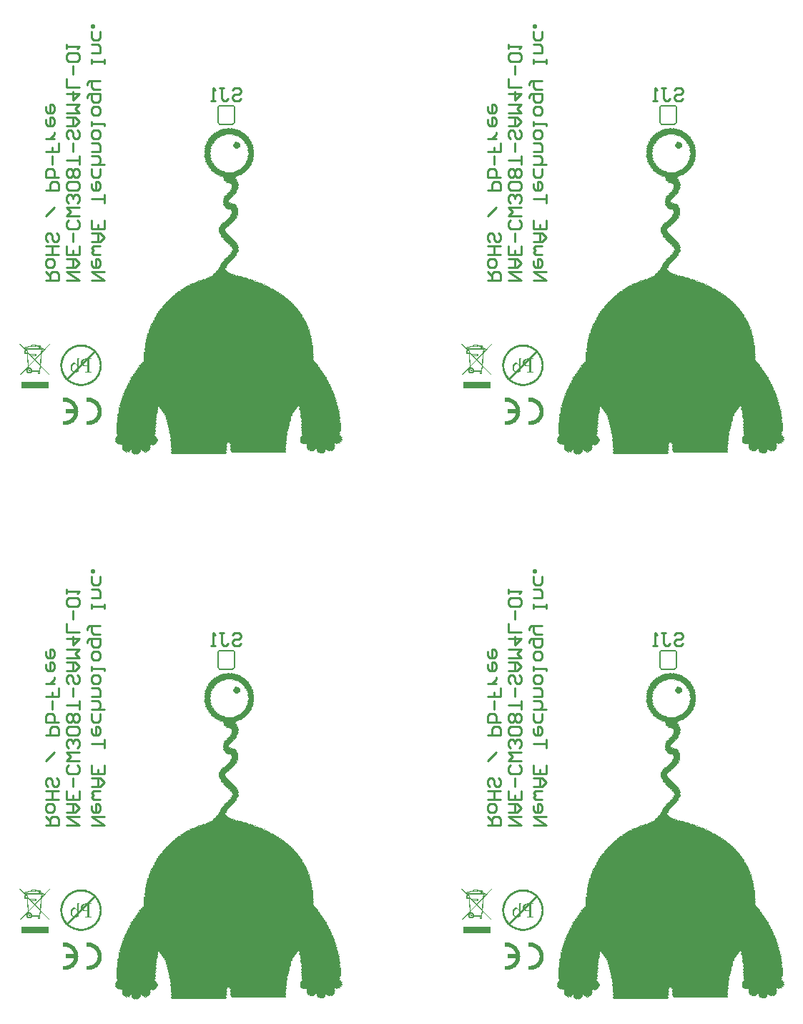
<source format=gbo>
G04 Layer_Color=32896*
%FSLAX25Y25*%
%MOIN*%
G70*
G01*
G75*
%ADD20C,0.01000*%
%ADD37C,0.00787*%
%ADD58C,0.02699*%
G36*
X341060Y424220D02*
X341276D01*
Y424004D01*
X341492D01*
Y424220D01*
X341708D01*
Y424004D01*
X341924D01*
Y423788D01*
X342140D01*
Y424004D01*
X341924D01*
Y424220D01*
X342140D01*
Y424004D01*
X342356D01*
Y423788D01*
X343867D01*
Y423572D01*
X344083D01*
Y423356D01*
X344299D01*
Y423140D01*
X344515D01*
Y423356D01*
X344731D01*
Y423140D01*
X344947D01*
Y422924D01*
X345595D01*
Y422708D01*
X345811D01*
Y422492D01*
X346027D01*
Y422276D01*
X346243D01*
Y422060D01*
X346891D01*
Y421844D01*
X347107D01*
Y421629D01*
X347323D01*
Y421413D01*
X347538D01*
Y421197D01*
X347754D01*
Y420981D01*
X347970D01*
Y420765D01*
X348186D01*
Y420549D01*
X348402D01*
Y420333D01*
X348618D01*
Y420117D01*
X348834D01*
Y419901D01*
X349050D01*
Y419685D01*
X348834D01*
Y419469D01*
X349050D01*
Y419253D01*
X349266D01*
Y419037D01*
X349482D01*
Y418821D01*
X349266D01*
Y418605D01*
X349914D01*
Y418389D01*
X349698D01*
Y418173D01*
X349914D01*
Y417957D01*
X350130D01*
Y417741D01*
X349914D01*
Y417525D01*
X350130D01*
Y417310D01*
X350346D01*
Y417094D01*
X350130D01*
Y416878D01*
X350778D01*
Y416662D01*
X350562D01*
Y416446D01*
X350778D01*
Y416230D01*
X350562D01*
Y416014D01*
X350778D01*
Y415798D01*
X350562D01*
Y415582D01*
X350778D01*
Y415366D01*
X350994D01*
Y415150D01*
X350778D01*
Y414934D01*
X350994D01*
Y414718D01*
X350778D01*
Y414502D01*
X350994D01*
Y414286D01*
X351210D01*
Y414070D01*
X350994D01*
Y413854D01*
X351210D01*
Y413638D01*
X350994D01*
Y413422D01*
X351210D01*
Y413206D01*
X350994D01*
Y412990D01*
X351210D01*
Y412775D01*
X350994D01*
Y412559D01*
X351210D01*
Y412343D01*
X350994D01*
Y412127D01*
X351210D01*
Y411911D01*
X350994D01*
Y411695D01*
X351210D01*
Y411479D01*
X350994D01*
Y411263D01*
X350778D01*
Y411047D01*
X350994D01*
Y410831D01*
X350778D01*
Y410615D01*
X350994D01*
Y410399D01*
X350778D01*
Y410183D01*
X350994D01*
Y409967D01*
X350778D01*
Y410183D01*
X350562D01*
Y409967D01*
X350778D01*
Y409751D01*
X350562D01*
Y409535D01*
X350778D01*
Y409319D01*
X350562D01*
Y409103D01*
X350778D01*
Y408887D01*
X350562D01*
Y408671D01*
X350346D01*
Y408887D01*
X350130D01*
Y408671D01*
X350346D01*
Y408455D01*
X350130D01*
Y408240D01*
X350346D01*
Y408024D01*
X350130D01*
Y408240D01*
X349914D01*
Y408024D01*
X350130D01*
Y407808D01*
X349914D01*
Y407592D01*
X349698D01*
Y407376D01*
X349914D01*
Y407160D01*
X349698D01*
Y406944D01*
X349482D01*
Y407160D01*
X349266D01*
Y406944D01*
X349482D01*
Y406728D01*
X349266D01*
Y406512D01*
X349050D01*
Y406296D01*
X348834D01*
Y406080D01*
X349050D01*
Y405864D01*
X348834D01*
Y405648D01*
X348618D01*
Y405432D01*
X348402D01*
Y405216D01*
X348186D01*
Y405000D01*
X347970D01*
Y404784D01*
X347754D01*
Y404568D01*
X347538D01*
Y404352D01*
X347323D01*
Y404136D01*
X347107D01*
Y403920D01*
X346891D01*
Y403704D01*
X346675D01*
Y403488D01*
X346459D01*
Y403704D01*
X346243D01*
Y403488D01*
X346027D01*
Y403272D01*
X345811D01*
Y403057D01*
X345595D01*
Y403272D01*
X345379D01*
Y403057D01*
X345595D01*
Y402841D01*
X345379D01*
Y402625D01*
X345163D01*
Y402841D01*
X344947D01*
Y402625D01*
X344731D01*
Y402409D01*
X344515D01*
Y402625D01*
X344299D01*
Y402409D01*
X344083D01*
Y402193D01*
X343867D01*
Y402409D01*
X343651D01*
Y402193D01*
X343867D01*
Y401977D01*
X343651D01*
Y402193D01*
X343435D01*
Y401977D01*
X342788D01*
Y401761D01*
X342572D01*
Y401977D01*
X342356D01*
Y401761D01*
X342572D01*
Y401545D01*
X341924D01*
Y401329D01*
X342572D01*
Y401113D01*
X342788D01*
Y400897D01*
X343003D01*
Y400681D01*
X343219D01*
Y400465D01*
X343003D01*
Y400249D01*
X343219D01*
Y400033D01*
X343435D01*
Y399817D01*
X343219D01*
Y399601D01*
X343867D01*
Y399385D01*
X343651D01*
Y399169D01*
Y398954D01*
Y398738D01*
X343867D01*
Y398521D01*
X344083D01*
Y398306D01*
X343867D01*
Y398090D01*
X344083D01*
Y397874D01*
X343867D01*
Y397658D01*
X344083D01*
Y397442D01*
X343867D01*
Y397226D01*
X344083D01*
Y397010D01*
X343867D01*
Y396794D01*
X344083D01*
Y396578D01*
X343867D01*
Y396362D01*
X343651D01*
Y396146D01*
X343867D01*
Y395930D01*
X343651D01*
Y395714D01*
X343435D01*
Y395498D01*
X343219D01*
Y395282D01*
X343435D01*
Y395066D01*
X343219D01*
Y394850D01*
X343003D01*
Y394634D01*
X342788D01*
Y394418D01*
X343003D01*
Y394202D01*
X342788D01*
Y393987D01*
X342572D01*
Y394202D01*
X342356D01*
Y393987D01*
X342572D01*
Y393771D01*
X342356D01*
Y393555D01*
X342140D01*
Y393771D01*
X341924D01*
Y393555D01*
X342140D01*
Y393339D01*
X341924D01*
Y393123D01*
X341708D01*
Y393339D01*
X341492D01*
Y393123D01*
X341708D01*
Y392907D01*
X341492D01*
Y392691D01*
X341276D01*
Y392475D01*
X341060D01*
Y392259D01*
X340844D01*
Y392043D01*
X340628D01*
Y391827D01*
X340412D01*
Y391611D01*
X340196D01*
Y391395D01*
X339980D01*
Y391179D01*
X339764D01*
Y390963D01*
X339548D01*
Y390747D01*
Y390531D01*
Y390315D01*
X339764D01*
Y390099D01*
X339548D01*
Y389883D01*
X339764D01*
Y389667D01*
X339980D01*
Y389452D01*
X340196D01*
Y389235D01*
X340412D01*
Y389452D01*
X340196D01*
Y389667D01*
X340412D01*
Y389452D01*
X340628D01*
Y389667D01*
X340844D01*
Y389452D01*
X341060D01*
Y389235D01*
X342140D01*
Y389020D01*
X342356D01*
Y388804D01*
X342572D01*
Y388588D01*
X342788D01*
Y388372D01*
X343003D01*
Y388156D01*
Y387940D01*
Y387724D01*
X343219D01*
Y387508D01*
X343435D01*
Y387292D01*
X343651D01*
Y387076D01*
X343867D01*
Y386860D01*
X343651D01*
Y386644D01*
X343867D01*
Y386428D01*
X343651D01*
Y386212D01*
Y385996D01*
Y385780D01*
X343867D01*
Y385564D01*
X343651D01*
Y385348D01*
Y385132D01*
Y384916D01*
X343867D01*
Y384700D01*
X343651D01*
Y384485D01*
Y384269D01*
Y384053D01*
X343867D01*
Y383837D01*
X343651D01*
Y383621D01*
X343435D01*
Y383837D01*
X343219D01*
Y383621D01*
X343435D01*
Y383405D01*
X343219D01*
Y383189D01*
X343435D01*
Y382973D01*
X343219D01*
Y382757D01*
X343003D01*
Y382541D01*
X343219D01*
Y382325D01*
X343003D01*
Y382541D01*
X342788D01*
Y382325D01*
X343003D01*
Y382109D01*
X342788D01*
Y381893D01*
X342572D01*
Y382109D01*
X342356D01*
Y381893D01*
X342572D01*
Y381677D01*
X342356D01*
Y381461D01*
X342140D01*
Y381245D01*
X341924D01*
Y381029D01*
X341708D01*
Y380813D01*
X341492D01*
Y380597D01*
X341276D01*
Y380381D01*
X341060D01*
Y380166D01*
X340844D01*
Y379949D01*
X340628D01*
Y379734D01*
X340412D01*
Y379949D01*
X340196D01*
Y379734D01*
X340412D01*
Y379518D01*
X340196D01*
Y379302D01*
X339980D01*
Y379518D01*
X339764D01*
Y379302D01*
X339980D01*
Y379086D01*
X339764D01*
Y378870D01*
X339548D01*
Y379086D01*
X339332D01*
Y378870D01*
X339548D01*
Y378654D01*
X339332D01*
Y378438D01*
X339116D01*
Y378654D01*
X338900D01*
Y378438D01*
X338684D01*
Y378222D01*
X338468D01*
Y378006D01*
X338252D01*
Y377790D01*
X338036D01*
Y377574D01*
X337821D01*
Y377358D01*
X337605D01*
Y377142D01*
X337821D01*
Y376926D01*
X337605D01*
Y376710D01*
X337821D01*
Y376494D01*
X338036D01*
Y376278D01*
X338252D01*
Y376062D01*
X338036D01*
Y375846D01*
X338252D01*
Y375630D01*
X338468D01*
Y375414D01*
X338684D01*
Y375199D01*
X338900D01*
Y374983D01*
X339116D01*
Y374767D01*
X339332D01*
Y374551D01*
X339548D01*
Y374335D01*
X339764D01*
Y374119D01*
X339980D01*
Y373903D01*
X340196D01*
Y373687D01*
X340412D01*
Y373471D01*
X340628D01*
Y373255D01*
X340844D01*
Y373039D01*
X341060D01*
Y372823D01*
X341276D01*
Y372607D01*
X341492D01*
Y372391D01*
X341708D01*
Y372175D01*
X341924D01*
Y371959D01*
X342140D01*
Y371743D01*
X342356D01*
Y371527D01*
X342572D01*
Y371311D01*
X342788D01*
Y371095D01*
X343003D01*
Y370879D01*
Y370663D01*
Y370447D01*
X343219D01*
Y370232D01*
X343867D01*
Y370016D01*
X343651D01*
Y369800D01*
Y369584D01*
Y369368D01*
X343867D01*
Y369152D01*
X344083D01*
Y368936D01*
X343867D01*
Y368720D01*
X344083D01*
Y368504D01*
X343867D01*
Y368288D01*
X344083D01*
Y368072D01*
X343867D01*
Y367856D01*
X344083D01*
Y367640D01*
X343867D01*
Y367424D01*
X344083D01*
Y367208D01*
X343867D01*
Y366992D01*
X344083D01*
Y366776D01*
X343867D01*
Y366992D01*
X343651D01*
Y366776D01*
X343867D01*
Y366560D01*
X343651D01*
Y366344D01*
X343435D01*
Y366128D01*
X343219D01*
Y365913D01*
X343435D01*
Y365697D01*
X343219D01*
Y365481D01*
X343003D01*
Y365265D01*
X343219D01*
Y365049D01*
X343003D01*
Y365265D01*
X342788D01*
Y365049D01*
X343003D01*
Y364833D01*
X342788D01*
Y364617D01*
X342572D01*
Y364833D01*
X342356D01*
Y364617D01*
X342572D01*
Y364401D01*
X342356D01*
Y364185D01*
X342140D01*
Y363969D01*
X341924D01*
Y363753D01*
X341708D01*
Y363537D01*
X341492D01*
Y363321D01*
X341276D01*
Y363105D01*
X341060D01*
Y362889D01*
X340844D01*
Y362673D01*
X340628D01*
Y362457D01*
X340412D01*
Y362241D01*
X340196D01*
Y362025D01*
X339980D01*
Y361809D01*
X339764D01*
Y361593D01*
X339548D01*
Y361378D01*
X339332D01*
Y361161D01*
X339116D01*
Y360946D01*
X338900D01*
Y360730D01*
X338684D01*
Y360514D01*
Y360298D01*
Y360082D01*
X338468D01*
Y359866D01*
X338252D01*
Y359650D01*
X338036D01*
Y359434D01*
X338252D01*
Y359218D01*
X338036D01*
Y359002D01*
X337821D01*
Y358786D01*
Y358570D01*
Y358354D01*
X338036D01*
Y358138D01*
X338252D01*
Y357922D01*
X338468D01*
Y357706D01*
X338684D01*
Y357490D01*
X338900D01*
Y357274D01*
X339548D01*
Y357058D01*
X339764D01*
Y356842D01*
X339980D01*
Y356627D01*
X340196D01*
Y356411D01*
X340412D01*
Y356627D01*
X340196D01*
Y356842D01*
X340412D01*
Y356627D01*
X340628D01*
Y356411D01*
X341708D01*
Y356195D01*
X341924D01*
Y355979D01*
X342140D01*
Y356195D01*
X342356D01*
Y355979D01*
X342572D01*
Y356195D01*
X342788D01*
Y355979D01*
X343003D01*
Y355763D01*
X343219D01*
Y355979D01*
X343435D01*
Y355763D01*
X343651D01*
Y355547D01*
X344731D01*
Y355331D01*
X344947D01*
Y355115D01*
X345163D01*
Y355331D01*
X345379D01*
Y355115D01*
X345595D01*
Y355331D01*
X345811D01*
Y355115D01*
X346027D01*
Y354899D01*
X346243D01*
Y354683D01*
X346459D01*
Y354899D01*
X346243D01*
Y355115D01*
X346459D01*
Y354899D01*
X346675D01*
Y354683D01*
X347754D01*
Y354467D01*
X347970D01*
Y354251D01*
X348186D01*
Y354467D01*
X348402D01*
Y354251D01*
X348618D01*
Y354035D01*
X348834D01*
Y353819D01*
X349050D01*
Y354035D01*
X348834D01*
Y354251D01*
X349050D01*
Y354035D01*
X349266D01*
Y354251D01*
X349482D01*
Y354035D01*
X349698D01*
Y353819D01*
X350778D01*
Y353603D01*
X350994D01*
Y353387D01*
X351210D01*
Y353171D01*
X351426D01*
Y352955D01*
X351642D01*
Y353171D01*
X351426D01*
Y353387D01*
X351642D01*
Y353171D01*
X351858D01*
Y352955D01*
X352937D01*
Y352739D01*
X353153D01*
Y352523D01*
X353801D01*
Y352307D01*
X354017D01*
Y352091D01*
X354233D01*
Y352307D01*
X354017D01*
Y352523D01*
X354233D01*
Y352307D01*
X354449D01*
Y352091D01*
X355097D01*
Y351875D01*
X355313D01*
Y351660D01*
X355529D01*
Y351444D01*
X355745D01*
Y351228D01*
X355961D01*
Y351444D01*
X355745D01*
Y351660D01*
X355961D01*
Y351444D01*
X356177D01*
Y351228D01*
X356824D01*
Y351012D01*
X357041D01*
Y350796D01*
X357256D01*
Y351012D01*
X357472D01*
Y350796D01*
X357688D01*
Y350580D01*
X357904D01*
Y350364D01*
X358552D01*
Y350148D01*
X358768D01*
Y349932D01*
X358984D01*
Y350148D01*
X359200D01*
Y349932D01*
X359416D01*
Y349716D01*
X359632D01*
Y349500D01*
X360280D01*
Y349284D01*
X360496D01*
Y349068D01*
X360712D01*
Y348852D01*
X360928D01*
Y348636D01*
X361144D01*
Y348852D01*
X360928D01*
Y349068D01*
X361144D01*
Y348852D01*
X361360D01*
Y348636D01*
X362007D01*
Y348420D01*
X361791D01*
Y348204D01*
X362439D01*
Y347988D01*
X362655D01*
Y347772D01*
X362871D01*
Y347556D01*
X363087D01*
Y347340D01*
X363303D01*
Y347556D01*
X363519D01*
Y347340D01*
X363735D01*
Y347125D01*
X363951D01*
Y346909D01*
X364599D01*
Y346693D01*
X364383D01*
Y346477D01*
X365031D01*
Y346261D01*
X365247D01*
Y346045D01*
X365463D01*
Y345829D01*
X365679D01*
Y345613D01*
X365895D01*
Y345397D01*
X366110D01*
Y345181D01*
X366758D01*
Y344965D01*
X366974D01*
Y344749D01*
X367190D01*
Y344533D01*
X367406D01*
Y344317D01*
X367622D01*
Y344101D01*
X367838D01*
Y343885D01*
X368054D01*
Y343669D01*
X368270D01*
Y343453D01*
X368486D01*
Y343237D01*
X368702D01*
Y343021D01*
X368918D01*
Y342805D01*
X369134D01*
Y342589D01*
X369350D01*
Y342373D01*
X369566D01*
Y342158D01*
X369782D01*
Y341942D01*
X369998D01*
Y341726D01*
X370214D01*
Y341510D01*
X370430D01*
Y341294D01*
X370646D01*
Y341078D01*
X370862D01*
Y340862D01*
X371077D01*
Y340646D01*
X371293D01*
Y340430D01*
X371509D01*
Y340214D01*
X371725D01*
Y339998D01*
Y339782D01*
Y339566D01*
X371941D01*
Y339350D01*
X372157D01*
Y339134D01*
X372373D01*
Y338918D01*
X372589D01*
Y338702D01*
X372805D01*
Y338486D01*
Y338270D01*
X373237D01*
Y338054D01*
X373021D01*
Y337839D01*
X373237D01*
Y337622D01*
X373453D01*
Y337407D01*
X373669D01*
Y337191D01*
Y336975D01*
Y336759D01*
X373885D01*
Y336543D01*
X374101D01*
Y336327D01*
X373885D01*
Y336111D01*
X374533D01*
Y335895D01*
Y335679D01*
Y335463D01*
X374749D01*
Y335247D01*
X374965D01*
Y335031D01*
X374749D01*
Y334815D01*
X374965D01*
Y334599D01*
X375181D01*
Y334383D01*
X375396D01*
Y334167D01*
Y333951D01*
Y333735D01*
X375612D01*
Y333519D01*
X375828D01*
Y333303D01*
X375612D01*
Y333087D01*
X375828D01*
Y332872D01*
X375612D01*
Y332656D01*
X376044D01*
Y332440D01*
Y332224D01*
X376260D01*
Y332008D01*
X376476D01*
Y331792D01*
X376260D01*
Y331576D01*
Y331360D01*
X376692D01*
Y331144D01*
X376476D01*
Y330928D01*
X376692D01*
Y330712D01*
X376908D01*
Y330496D01*
Y330280D01*
Y330064D01*
X377124D01*
Y329848D01*
Y329632D01*
Y329416D01*
X377340D01*
Y329200D01*
X377124D01*
Y328984D01*
Y328768D01*
X377556D01*
Y328553D01*
X377340D01*
Y328337D01*
X377556D01*
Y328121D01*
X377340D01*
Y327905D01*
X377556D01*
Y327689D01*
X377772D01*
Y327473D01*
X377988D01*
Y327257D01*
X377772D01*
Y327041D01*
Y326825D01*
Y326609D01*
X377988D01*
Y326393D01*
Y326177D01*
Y325961D01*
X378204D01*
Y325745D01*
X377988D01*
Y325529D01*
Y325313D01*
Y325097D01*
X378204D01*
Y324881D01*
X378420D01*
Y324665D01*
X378204D01*
Y324449D01*
X378420D01*
Y324233D01*
X378204D01*
Y324018D01*
X378420D01*
Y323801D01*
X378204D01*
Y323586D01*
X378420D01*
Y323370D01*
Y323154D01*
X378852D01*
Y322938D01*
X378636D01*
Y322722D01*
Y322506D01*
Y322290D01*
X378852D01*
Y322074D01*
X378636D01*
Y321858D01*
Y321642D01*
Y321426D01*
X378852D01*
Y321210D01*
X378636D01*
Y320994D01*
Y320778D01*
Y320562D01*
Y320346D01*
Y320130D01*
X378852D01*
Y319914D01*
X379068D01*
Y319698D01*
X378852D01*
Y319482D01*
Y319266D01*
Y319051D01*
X379068D01*
Y318835D01*
X378852D01*
Y318619D01*
Y318403D01*
Y318187D01*
X379068D01*
Y317971D01*
X378852D01*
Y317755D01*
Y317539D01*
Y317323D01*
X379068D01*
Y317107D01*
X378852D01*
Y316891D01*
Y316675D01*
Y316459D01*
X379068D01*
Y316243D01*
X378852D01*
Y316027D01*
X379068D01*
Y315811D01*
X379284D01*
Y315595D01*
X379500D01*
Y315379D01*
X379716D01*
Y315163D01*
X379932D01*
Y314947D01*
X380148D01*
Y314731D01*
X380363D01*
Y314515D01*
X380579D01*
Y314300D01*
Y314084D01*
X381011D01*
Y313868D01*
Y313652D01*
X381227D01*
Y313436D01*
Y313220D01*
X381443D01*
Y313004D01*
X381659D01*
Y312788D01*
X381875D01*
Y312572D01*
X382091D01*
Y312356D01*
Y312140D01*
Y311924D01*
X382307D01*
Y311708D01*
X382523D01*
Y311492D01*
X382739D01*
Y311276D01*
Y311060D01*
X383171D01*
Y310844D01*
Y310628D01*
Y310412D01*
X383387D01*
Y310196D01*
X383603D01*
Y309981D01*
X383819D01*
Y309765D01*
Y309548D01*
Y309333D01*
X384035D01*
Y309117D01*
X384251D01*
Y308901D01*
X384467D01*
Y308685D01*
Y308469D01*
X384898D01*
Y308253D01*
X384682D01*
Y308037D01*
X384898D01*
Y307821D01*
X385115D01*
Y307605D01*
X385330D01*
Y307389D01*
X385115D01*
Y307173D01*
X385330D01*
Y306957D01*
X385546D01*
Y306741D01*
X385762D01*
Y306525D01*
Y306309D01*
Y306093D01*
X385978D01*
Y305877D01*
X386194D01*
Y305661D01*
X385978D01*
Y305445D01*
X386194D01*
Y305229D01*
X386410D01*
Y305013D01*
X386626D01*
Y304798D01*
Y304582D01*
Y304366D01*
X386842D01*
Y304150D01*
X387058D01*
Y303934D01*
X386842D01*
Y303718D01*
X387058D01*
Y303502D01*
X387274D01*
Y303286D01*
X387490D01*
Y303070D01*
Y302854D01*
Y302638D01*
X387706D01*
Y302422D01*
X387490D01*
Y302206D01*
X387706D01*
Y301990D01*
X387922D01*
Y301774D01*
Y301558D01*
X388354D01*
Y301342D01*
X388138D01*
Y301126D01*
X388354D01*
Y300910D01*
X388570D01*
Y300694D01*
X388354D01*
Y300479D01*
X388570D01*
Y300262D01*
X388786D01*
Y300047D01*
X388570D01*
Y299831D01*
X388786D01*
Y299615D01*
X388570D01*
Y299399D01*
X388786D01*
Y299183D01*
X389002D01*
Y298967D01*
X389218D01*
Y298751D01*
X389002D01*
Y298535D01*
X389218D01*
Y298319D01*
X389434D01*
Y298103D01*
X389218D01*
Y297887D01*
X389434D01*
Y297671D01*
X389650D01*
Y297455D01*
X389434D01*
Y297239D01*
X389650D01*
Y297023D01*
X389434D01*
Y296807D01*
X389650D01*
Y296591D01*
X389865D01*
Y296375D01*
X390081D01*
Y296159D01*
X389865D01*
Y295943D01*
X390081D01*
Y295727D01*
X389865D01*
Y295512D01*
X390081D01*
Y295296D01*
X390297D01*
Y295080D01*
X390081D01*
Y294864D01*
X390297D01*
Y294648D01*
X390081D01*
Y294432D01*
X390297D01*
Y294216D01*
X390513D01*
Y294000D01*
X390297D01*
Y293784D01*
X390513D01*
Y293568D01*
X390297D01*
Y293352D01*
X390513D01*
Y293136D01*
X390729D01*
Y292920D01*
X390945D01*
Y292704D01*
X390729D01*
Y292488D01*
X390945D01*
Y292272D01*
X390729D01*
Y292056D01*
X390945D01*
Y291840D01*
X390729D01*
Y291624D01*
X390945D01*
Y291408D01*
X391161D01*
Y291193D01*
X390945D01*
Y290977D01*
X391161D01*
Y290760D01*
X390945D01*
Y290545D01*
X391161D01*
Y290329D01*
X390945D01*
Y290113D01*
X391161D01*
Y289897D01*
X391377D01*
Y289681D01*
Y289465D01*
Y289249D01*
X391161D01*
Y289033D01*
X391377D01*
Y288817D01*
X391161D01*
Y288601D01*
X391377D01*
Y288385D01*
X391161D01*
Y288169D01*
X391377D01*
Y287953D01*
X391161D01*
Y287737D01*
X391377D01*
Y287521D01*
X391161D01*
Y287305D01*
X391377D01*
Y287089D01*
X391593D01*
Y286873D01*
X391809D01*
Y286657D01*
X391593D01*
Y286441D01*
X391809D01*
Y286226D01*
X391593D01*
Y286010D01*
X391809D01*
Y285794D01*
X391593D01*
Y285578D01*
X391809D01*
Y285362D01*
X391593D01*
Y285146D01*
X391809D01*
Y284930D01*
X391593D01*
Y284714D01*
X391809D01*
Y284498D01*
X391593D01*
Y284282D01*
X391809D01*
Y284066D01*
X391593D01*
Y283850D01*
X391809D01*
Y283634D01*
X391593D01*
Y283418D01*
X391809D01*
Y283202D01*
X391593D01*
Y282986D01*
X391377D01*
Y282770D01*
X391161D01*
Y282554D01*
X391377D01*
Y282338D01*
X391161D01*
Y282122D01*
X391377D01*
Y281907D01*
X391161D01*
Y281691D01*
X390945D01*
Y281474D01*
X391161D01*
Y281259D01*
X391377D01*
Y281043D01*
X391593D01*
Y280827D01*
X391809D01*
Y280611D01*
X392025D01*
Y280395D01*
X392241D01*
Y280179D01*
X392025D01*
Y279963D01*
X392241D01*
Y279747D01*
X392025D01*
Y279531D01*
X392241D01*
Y279315D01*
Y279099D01*
Y278883D01*
X392025D01*
Y278667D01*
X391809D01*
Y278451D01*
X392025D01*
Y278235D01*
X391809D01*
Y278451D01*
X391593D01*
Y278235D01*
X391809D01*
Y278019D01*
X391161D01*
Y277803D01*
X391377D01*
Y277587D01*
X390729D01*
Y277371D01*
X390513D01*
Y277587D01*
X390297D01*
Y277371D01*
X390081D01*
Y277155D01*
X389434D01*
Y277371D01*
X389218D01*
Y277587D01*
X389002D01*
Y277371D01*
X388786D01*
Y277155D01*
X388570D01*
Y276940D01*
X388786D01*
Y276724D01*
Y276508D01*
X389218D01*
Y276292D01*
X389002D01*
Y276076D01*
X388786D01*
Y275860D01*
X388570D01*
Y275644D01*
X388786D01*
Y275428D01*
X388570D01*
Y275212D01*
X388786D01*
Y274996D01*
X388570D01*
Y274780D01*
X388354D01*
Y274564D01*
X388138D01*
Y274348D01*
X387922D01*
Y274132D01*
X387706D01*
Y273916D01*
X387490D01*
Y274132D01*
X387274D01*
Y273916D01*
X387058D01*
Y274132D01*
X386842D01*
Y273916D01*
X386626D01*
Y273700D01*
X385978D01*
Y273916D01*
X385762D01*
Y274132D01*
X385546D01*
Y273916D01*
X385330D01*
Y274132D01*
X385115D01*
Y274348D01*
X384898D01*
Y274564D01*
X384682D01*
Y274348D01*
X384467D01*
Y274132D01*
X384251D01*
Y273916D01*
X384467D01*
Y273700D01*
X384251D01*
Y273484D01*
X384035D01*
Y273268D01*
X383819D01*
Y273052D01*
X383603D01*
Y272836D01*
X381659D01*
Y273052D01*
X381443D01*
Y273268D01*
X381227D01*
Y273052D01*
X381011D01*
Y273268D01*
X380795D01*
Y273484D01*
X380579D01*
Y273700D01*
X380363D01*
Y273916D01*
Y274132D01*
Y274348D01*
X380579D01*
Y274564D01*
X380363D01*
Y274780D01*
X380148D01*
Y274996D01*
X379932D01*
Y274780D01*
X379716D01*
Y274564D01*
X379500D01*
Y274348D01*
X379284D01*
Y274132D01*
X379068D01*
Y273916D01*
X378852D01*
Y274132D01*
X378636D01*
Y273916D01*
X378420D01*
Y273700D01*
X377772D01*
Y273916D01*
X377556D01*
Y274132D01*
X377340D01*
Y273916D01*
X377124D01*
Y274132D01*
X376908D01*
Y274348D01*
X376692D01*
Y274132D01*
X376476D01*
Y274348D01*
X376260D01*
Y274564D01*
X376044D01*
Y274780D01*
Y274996D01*
Y275212D01*
X375828D01*
Y275428D01*
X375612D01*
Y275644D01*
X375828D01*
Y275860D01*
X375612D01*
Y276076D01*
X375828D01*
Y276292D01*
X375612D01*
Y276508D01*
X375828D01*
Y276724D01*
X375612D01*
Y276940D01*
X375828D01*
Y277155D01*
X373885D01*
Y277371D01*
X373669D01*
Y277587D01*
X373453D01*
Y277803D01*
X373237D01*
Y277587D01*
X373021D01*
Y277803D01*
X372805D01*
Y278019D01*
Y278235D01*
Y278451D01*
X372589D01*
Y278667D01*
Y278883D01*
Y279099D01*
X372805D01*
Y279315D01*
X372589D01*
Y279531D01*
Y279747D01*
Y279963D01*
Y280179D01*
Y280395D01*
X372805D01*
Y280611D01*
X373021D01*
Y280827D01*
X373237D01*
Y281043D01*
X373021D01*
Y281259D01*
X373669D01*
Y281474D01*
X373453D01*
Y281691D01*
X373669D01*
Y281907D01*
X373453D01*
Y282122D01*
Y282338D01*
Y282554D01*
Y282770D01*
Y282986D01*
Y283202D01*
Y283418D01*
X373237D01*
Y283634D01*
X373021D01*
Y283850D01*
X373237D01*
Y284066D01*
X373021D01*
Y284282D01*
X373237D01*
Y284498D01*
X373021D01*
Y284714D01*
X373237D01*
Y284930D01*
X373021D01*
Y285146D01*
X373237D01*
Y285362D01*
X373021D01*
Y285578D01*
X373237D01*
Y285794D01*
X373021D01*
Y286010D01*
X373237D01*
Y286226D01*
X373021D01*
Y286441D01*
X373237D01*
Y286657D01*
X373021D01*
Y286873D01*
X373237D01*
Y287089D01*
X373021D01*
Y287305D01*
X373237D01*
Y287521D01*
X373021D01*
Y287737D01*
X373237D01*
Y287953D01*
X373021D01*
Y288169D01*
X373237D01*
Y288385D01*
X373021D01*
Y288601D01*
X373237D01*
Y288817D01*
X373021D01*
Y289033D01*
X373237D01*
Y289249D01*
X373021D01*
Y289465D01*
X372805D01*
Y289681D01*
Y289897D01*
Y290113D01*
Y290329D01*
Y290545D01*
Y290760D01*
Y290977D01*
X373021D01*
Y291193D01*
X372805D01*
Y291408D01*
X372589D01*
Y291624D01*
Y291840D01*
Y292056D01*
Y292272D01*
Y292488D01*
Y292704D01*
Y292920D01*
X372373D01*
Y293136D01*
X372157D01*
Y293352D01*
X372373D01*
Y293568D01*
X372157D01*
Y293784D01*
X372373D01*
Y294000D01*
X372157D01*
Y294216D01*
X372373D01*
Y294432D01*
X372157D01*
Y294648D01*
X371941D01*
Y294864D01*
X371725D01*
Y294648D01*
X371941D01*
Y294432D01*
X371725D01*
Y294648D01*
X371509D01*
Y294432D01*
X371293D01*
Y294216D01*
X371077D01*
Y294000D01*
Y293784D01*
Y293568D01*
X370862D01*
Y293352D01*
X370646D01*
Y293136D01*
X370430D01*
Y292920D01*
X370214D01*
Y292704D01*
Y292488D01*
Y292272D01*
X369782D01*
Y292056D01*
Y291840D01*
X369350D01*
Y291624D01*
Y291408D01*
X368918D01*
Y291193D01*
Y290977D01*
X368702D01*
Y290760D01*
X368918D01*
Y290545D01*
X368702D01*
Y290329D01*
X368918D01*
Y290113D01*
X368486D01*
Y289897D01*
Y289681D01*
Y289465D01*
Y289249D01*
Y289033D01*
Y288817D01*
X368270D01*
Y288601D01*
Y288385D01*
Y288169D01*
Y287953D01*
Y287737D01*
X368054D01*
Y287953D01*
X367838D01*
Y287737D01*
X368054D01*
Y287521D01*
X367838D01*
Y287305D01*
X368054D01*
Y287089D01*
X367838D01*
Y286873D01*
X368054D01*
Y286657D01*
X367622D01*
Y286441D01*
Y286226D01*
X367406D01*
Y286010D01*
X367622D01*
Y285794D01*
Y285578D01*
Y285362D01*
X367406D01*
Y285146D01*
Y284930D01*
Y284714D01*
Y284498D01*
Y284282D01*
X367190D01*
Y284066D01*
X366974D01*
Y283850D01*
X367190D01*
Y283634D01*
X366974D01*
Y283418D01*
X367190D01*
Y283202D01*
X366974D01*
Y282986D01*
X366758D01*
Y282770D01*
X366542D01*
Y282554D01*
X366758D01*
Y282338D01*
Y282122D01*
Y281907D01*
X366542D01*
Y281691D01*
X366758D01*
Y281474D01*
Y281259D01*
Y281043D01*
X366542D01*
Y280827D01*
Y280611D01*
Y280395D01*
Y280179D01*
Y279963D01*
Y279747D01*
Y279531D01*
X366326D01*
Y279315D01*
X366110D01*
Y279099D01*
X366326D01*
Y278883D01*
X366110D01*
Y278667D01*
X366326D01*
Y278451D01*
X366110D01*
Y278235D01*
X366326D01*
Y278019D01*
X366110D01*
Y277803D01*
X366326D01*
Y277587D01*
X366110D01*
Y277371D01*
X366326D01*
Y277155D01*
X366110D01*
Y276940D01*
X366326D01*
Y276724D01*
X366110D01*
Y276508D01*
X365895D01*
Y276292D01*
Y276076D01*
Y275860D01*
X365679D01*
Y275644D01*
X365895D01*
Y275428D01*
Y275212D01*
Y274996D01*
Y274780D01*
Y274564D01*
Y274348D01*
Y274132D01*
X365679D01*
Y273916D01*
X365895D01*
Y273700D01*
Y273484D01*
Y273268D01*
X365679D01*
Y273052D01*
X365463D01*
Y273268D01*
X365247D01*
Y273052D01*
X365031D01*
Y273268D01*
X364815D01*
Y273052D01*
X364599D01*
Y273268D01*
X364383D01*
Y273052D01*
X364167D01*
Y273268D01*
X363951D01*
Y273052D01*
X363735D01*
Y273268D01*
X363519D01*
Y273052D01*
X363303D01*
Y273268D01*
X363087D01*
Y273052D01*
X362871D01*
Y273268D01*
X362655D01*
Y273052D01*
X362439D01*
Y273268D01*
X362223D01*
Y273052D01*
X362007D01*
Y273268D01*
X361791D01*
Y273052D01*
X361576D01*
Y273268D01*
X361360D01*
Y273052D01*
X361144D01*
Y273268D01*
X360928D01*
Y273052D01*
X360712D01*
Y273268D01*
X360496D01*
Y273052D01*
X360280D01*
Y273268D01*
X360064D01*
Y273052D01*
X359848D01*
Y273268D01*
X359632D01*
Y273052D01*
X359416D01*
Y273268D01*
X359200D01*
Y273052D01*
X358984D01*
Y273268D01*
X358768D01*
Y273052D01*
X358552D01*
Y273268D01*
X358336D01*
Y273052D01*
X358120D01*
Y273268D01*
X357904D01*
Y273052D01*
X357688D01*
Y273268D01*
X357472D01*
Y273052D01*
X357256D01*
Y273268D01*
X357041D01*
Y273052D01*
X356824D01*
Y273268D01*
X356609D01*
Y273052D01*
X356393D01*
Y273268D01*
X356177D01*
Y273052D01*
X355961D01*
Y273268D01*
X355745D01*
Y273052D01*
X355529D01*
Y273268D01*
X355313D01*
Y273052D01*
X355097D01*
Y273268D01*
X354881D01*
Y273052D01*
X354665D01*
Y273268D01*
X354449D01*
Y273052D01*
X354233D01*
Y273268D01*
X354017D01*
Y273052D01*
X353801D01*
Y273268D01*
X353585D01*
Y273052D01*
X353369D01*
Y273268D01*
X353153D01*
Y273052D01*
X352937D01*
Y273268D01*
X352721D01*
Y273052D01*
X352505D01*
Y273268D01*
X352290D01*
Y273052D01*
X352074D01*
Y273268D01*
X351858D01*
Y273052D01*
X351642D01*
Y273268D01*
X351426D01*
Y273052D01*
X351210D01*
Y273268D01*
X350994D01*
Y273052D01*
X350778D01*
Y273268D01*
X350562D01*
Y273052D01*
X350346D01*
Y273268D01*
X350130D01*
Y273052D01*
X349914D01*
Y273268D01*
X349698D01*
Y273052D01*
X349482D01*
Y273268D01*
X349266D01*
Y273052D01*
X349050D01*
Y273268D01*
X348834D01*
Y273052D01*
X348618D01*
Y273268D01*
X348402D01*
Y273052D01*
X348186D01*
Y273268D01*
X347970D01*
Y273052D01*
X347754D01*
Y273268D01*
X347538D01*
Y273052D01*
X347323D01*
Y273268D01*
X347107D01*
Y273052D01*
X346891D01*
Y273268D01*
X346675D01*
Y273052D01*
X346459D01*
Y273268D01*
X346243D01*
Y273052D01*
X346027D01*
Y273268D01*
X345811D01*
Y273052D01*
X345595D01*
Y273268D01*
X345379D01*
Y273052D01*
X345163D01*
Y273268D01*
X344947D01*
Y273052D01*
X344731D01*
Y273268D01*
X344515D01*
Y273052D01*
X344299D01*
Y273268D01*
X344083D01*
Y273052D01*
X343867D01*
Y273268D01*
X343651D01*
Y273052D01*
X343435D01*
Y273268D01*
X343219D01*
Y273052D01*
X343003D01*
Y273268D01*
X342788D01*
Y273052D01*
X342572D01*
Y273268D01*
X342356D01*
Y273052D01*
X342140D01*
Y273268D01*
X341924D01*
Y273052D01*
X341708D01*
Y273268D01*
X341492D01*
Y273052D01*
X341276D01*
Y273268D01*
X341060D01*
Y273052D01*
X340844D01*
Y273268D01*
X340628D01*
Y273484D01*
X340412D01*
Y273700D01*
Y273916D01*
Y274132D01*
X340196D01*
Y274348D01*
X340412D01*
Y274564D01*
X340196D01*
Y274780D01*
Y274996D01*
Y275212D01*
X340412D01*
Y275428D01*
X340196D01*
Y275644D01*
Y275860D01*
Y276076D01*
X340412D01*
Y276292D01*
X340196D01*
Y276508D01*
Y276724D01*
Y276940D01*
X339980D01*
Y277155D01*
X339764D01*
Y277371D01*
X339980D01*
Y277587D01*
X339764D01*
Y277803D01*
X339548D01*
Y278019D01*
X339332D01*
Y277803D01*
X339548D01*
Y277587D01*
X339332D01*
Y277803D01*
X339116D01*
Y277587D01*
X338900D01*
Y277803D01*
X338684D01*
Y277587D01*
Y277371D01*
Y277155D01*
X338468D01*
Y276940D01*
X338684D01*
Y276724D01*
X338468D01*
Y276508D01*
Y276292D01*
Y276076D01*
X338684D01*
Y275860D01*
X338468D01*
Y275644D01*
Y275428D01*
Y275212D01*
X338684D01*
Y274996D01*
X338468D01*
Y274780D01*
Y274564D01*
Y274348D01*
X338684D01*
Y274132D01*
X338468D01*
Y273916D01*
X338252D01*
Y274132D01*
X338036D01*
Y273916D01*
X338252D01*
Y273700D01*
X338036D01*
Y273484D01*
X338252D01*
Y273268D01*
X338036D01*
Y273052D01*
X338252D01*
Y272836D01*
X338036D01*
Y272620D01*
X337821D01*
Y272405D01*
X337605D01*
Y272620D01*
X337389D01*
Y272405D01*
X337173D01*
Y272620D01*
X336957D01*
Y272405D01*
X336741D01*
Y272620D01*
X336525D01*
Y272405D01*
X336309D01*
Y272620D01*
X336093D01*
Y272405D01*
X335877D01*
Y272620D01*
X335661D01*
Y272405D01*
X335445D01*
Y272620D01*
X335229D01*
Y272405D01*
X335013D01*
Y272620D01*
X334797D01*
Y272405D01*
X334581D01*
Y272620D01*
X334365D01*
Y272405D01*
X334149D01*
Y272620D01*
X333933D01*
Y272405D01*
X333717D01*
Y272620D01*
X333502D01*
Y272405D01*
X333285D01*
Y272620D01*
X333070D01*
Y272405D01*
X332854D01*
Y272620D01*
X332638D01*
Y272405D01*
X332422D01*
Y272620D01*
X332206D01*
Y272405D01*
X331990D01*
Y272620D01*
X331774D01*
Y272405D01*
X331558D01*
Y272620D01*
X331342D01*
Y272405D01*
X331126D01*
Y272620D01*
X330910D01*
Y272405D01*
X330694D01*
Y272620D01*
X330478D01*
Y272405D01*
X330262D01*
Y272620D01*
X330046D01*
Y272405D01*
X329830D01*
Y272620D01*
X329614D01*
Y272405D01*
X329398D01*
Y272620D01*
X329182D01*
Y272405D01*
X328966D01*
Y272620D01*
X328750D01*
Y272405D01*
X328535D01*
Y272620D01*
X328319D01*
Y272405D01*
X328103D01*
Y272620D01*
X327887D01*
Y272405D01*
X327671D01*
Y272620D01*
X327455D01*
Y272405D01*
X327239D01*
Y272620D01*
X327023D01*
Y272405D01*
X326807D01*
Y272620D01*
X326591D01*
Y272405D01*
X326375D01*
Y272620D01*
X326159D01*
Y272405D01*
X325943D01*
Y272620D01*
X325727D01*
Y272405D01*
X325511D01*
Y272620D01*
X325295D01*
Y272405D01*
X325079D01*
Y272620D01*
X324863D01*
Y272405D01*
X324647D01*
Y272620D01*
X324431D01*
Y272405D01*
X324216D01*
Y272620D01*
X324000D01*
Y272405D01*
X323784D01*
Y272620D01*
X323568D01*
Y272405D01*
X323352D01*
Y272620D01*
X323136D01*
Y272405D01*
X322920D01*
Y272620D01*
X322704D01*
Y272405D01*
X322488D01*
Y272620D01*
X322272D01*
Y272405D01*
X322056D01*
Y272620D01*
X321840D01*
Y272405D01*
X321624D01*
Y272620D01*
X321408D01*
Y272405D01*
X321192D01*
Y272620D01*
X320976D01*
Y272405D01*
X320760D01*
Y272620D01*
X320544D01*
Y272405D01*
X320328D01*
Y272620D01*
X320112D01*
Y272405D01*
X319896D01*
Y272620D01*
X319680D01*
Y272405D01*
X319464D01*
Y272620D01*
X319249D01*
Y272405D01*
X319033D01*
Y272620D01*
X318817D01*
Y272405D01*
X318601D01*
Y272620D01*
X318385D01*
Y272405D01*
X318169D01*
Y272620D01*
X317953D01*
Y272405D01*
X317737D01*
Y272620D01*
X317521D01*
Y272405D01*
X317305D01*
Y272620D01*
X317089D01*
Y272405D01*
X316873D01*
Y272620D01*
X316657D01*
Y272405D01*
X316441D01*
Y272620D01*
X316225D01*
Y272405D01*
X316009D01*
Y272620D01*
X315793D01*
Y272405D01*
X315577D01*
Y272620D01*
X315361D01*
Y272405D01*
X315145D01*
Y272620D01*
X314929D01*
Y272405D01*
X314714D01*
Y272620D01*
X314498D01*
Y272405D01*
X314282D01*
Y272620D01*
X314066D01*
Y272405D01*
X313850D01*
Y272620D01*
X313634D01*
Y272405D01*
X313418D01*
Y272620D01*
X313202D01*
Y272405D01*
X312986D01*
Y272620D01*
X312770D01*
Y272836D01*
X312554D01*
Y273052D01*
X312770D01*
Y273268D01*
X312554D01*
Y273484D01*
X312770D01*
Y273700D01*
Y273916D01*
Y274132D01*
X312554D01*
Y274348D01*
X312770D01*
Y274564D01*
X312554D01*
Y274780D01*
X312770D01*
Y274996D01*
X312554D01*
Y275212D01*
X312770D01*
Y275428D01*
X312554D01*
Y275644D01*
X312338D01*
Y275860D01*
X312554D01*
Y276076D01*
X312338D01*
Y276292D01*
X312554D01*
Y276508D01*
X312338D01*
Y276724D01*
X312554D01*
Y276940D01*
Y277155D01*
Y277371D01*
X312338D01*
Y277587D01*
X312554D01*
Y277803D01*
Y278019D01*
Y278235D01*
X312338D01*
Y278451D01*
X312122D01*
Y278667D01*
X312338D01*
Y278883D01*
X312122D01*
Y279099D01*
X312338D01*
Y279315D01*
X312122D01*
Y279531D01*
X312338D01*
Y279747D01*
X312122D01*
Y279963D01*
X312338D01*
Y280179D01*
X312122D01*
Y280395D01*
X312338D01*
Y280611D01*
X311906D01*
Y280827D01*
Y281043D01*
X311690D01*
Y281259D01*
X311906D01*
Y281474D01*
Y281691D01*
Y281907D01*
X311690D01*
Y282122D01*
Y282338D01*
Y282554D01*
X311474D01*
Y282770D01*
X311690D01*
Y282986D01*
Y283202D01*
Y283418D01*
X311474D01*
Y283634D01*
X311258D01*
Y283850D01*
X311474D01*
Y284066D01*
X311258D01*
Y284282D01*
X311474D01*
Y284498D01*
X311258D01*
Y284714D01*
X311474D01*
Y284930D01*
X311042D01*
Y285146D01*
Y285362D01*
X310826D01*
Y285578D01*
X311042D01*
Y285794D01*
Y286010D01*
Y286226D01*
X310826D01*
Y286441D01*
X310610D01*
Y286657D01*
X310826D01*
Y286873D01*
X310610D01*
Y287089D01*
X310394D01*
Y287305D01*
X310610D01*
Y287521D01*
X310394D01*
Y287737D01*
X310610D01*
Y287953D01*
X310394D01*
Y288169D01*
X310610D01*
Y288385D01*
X310178D01*
Y288601D01*
Y288817D01*
X309963D01*
Y289033D01*
X310178D01*
Y289249D01*
X309963D01*
Y289465D01*
X310178D01*
Y289681D01*
X309963D01*
Y289897D01*
X309747D01*
Y290113D01*
X309963D01*
Y290329D01*
X309747D01*
Y290545D01*
X309531D01*
Y290760D01*
X309747D01*
Y290977D01*
X309315D01*
Y291193D01*
Y291408D01*
X309099D01*
Y291624D01*
X308883D01*
Y291840D01*
X308667D01*
Y292056D01*
X308451D01*
Y292272D01*
X308235D01*
Y292488D01*
X308019D01*
Y292704D01*
X307803D01*
Y292920D01*
X308019D01*
Y293136D01*
X307803D01*
Y293352D01*
X307587D01*
Y293568D01*
X307371D01*
Y293784D01*
X307155D01*
Y294000D01*
X306939D01*
Y294216D01*
X307155D01*
Y294432D01*
X306507D01*
Y294216D01*
X306723D01*
Y294000D01*
X306507D01*
Y293784D01*
X306291D01*
Y293568D01*
X306507D01*
Y293352D01*
X306291D01*
Y293136D01*
X306507D01*
Y292920D01*
X306291D01*
Y292704D01*
X306075D01*
Y292488D01*
X306291D01*
Y292272D01*
X306075D01*
Y292056D01*
X306291D01*
Y291840D01*
X306075D01*
Y291624D01*
X306291D01*
Y291408D01*
X306075D01*
Y291193D01*
X305859D01*
Y290977D01*
X305643D01*
Y290760D01*
X305859D01*
Y290545D01*
X305643D01*
Y290329D01*
X305859D01*
Y290113D01*
X305643D01*
Y289897D01*
X305859D01*
Y289681D01*
X305643D01*
Y289465D01*
X305859D01*
Y289249D01*
X305643D01*
Y289033D01*
X305428D01*
Y288817D01*
X305643D01*
Y288601D01*
X305428D01*
Y288385D01*
X305643D01*
Y288169D01*
X305428D01*
Y287953D01*
X305643D01*
Y287737D01*
X305428D01*
Y287521D01*
Y287305D01*
Y287089D01*
X305643D01*
Y286873D01*
X305428D01*
Y286657D01*
X305643D01*
Y286441D01*
X305428D01*
Y286226D01*
X305643D01*
Y286010D01*
X305428D01*
Y285794D01*
Y285578D01*
Y285362D01*
X305643D01*
Y285146D01*
X305428D01*
Y285362D01*
X305211D01*
Y285146D01*
X305428D01*
Y284930D01*
X305211D01*
Y284714D01*
X305428D01*
Y284498D01*
X305211D01*
Y284282D01*
X305428D01*
Y284066D01*
X305211D01*
Y283850D01*
X305428D01*
Y283634D01*
X305211D01*
Y283418D01*
X305428D01*
Y283202D01*
X305211D01*
Y282986D01*
X305428D01*
Y282770D01*
X305211D01*
Y282554D01*
X305428D01*
Y282338D01*
X305211D01*
Y282122D01*
X305428D01*
Y281907D01*
X305211D01*
Y281691D01*
X304996D01*
Y281474D01*
X304780D01*
Y281259D01*
X304996D01*
Y281043D01*
Y280827D01*
X305428D01*
Y280611D01*
Y280395D01*
X305859D01*
Y280179D01*
Y279963D01*
X306291D01*
Y279747D01*
X306075D01*
Y279531D01*
X306291D01*
Y279315D01*
X306075D01*
Y279099D01*
X306291D01*
Y278883D01*
X306075D01*
Y278667D01*
X306291D01*
Y278451D01*
X306075D01*
Y278235D01*
X306291D01*
Y278019D01*
X305643D01*
Y277803D01*
X305859D01*
Y277587D01*
X305643D01*
Y277371D01*
X305428D01*
Y277155D01*
X305211D01*
Y276940D01*
X304996D01*
Y276724D01*
X304348D01*
Y276508D01*
X304132D01*
Y276724D01*
X303916D01*
Y276508D01*
X303700D01*
Y276724D01*
X303484D01*
Y276508D01*
X303268D01*
Y276724D01*
X303052D01*
Y276508D01*
X302836D01*
Y276724D01*
X302620D01*
Y276508D01*
X302836D01*
Y276292D01*
Y276076D01*
Y275860D01*
X303052D01*
Y275644D01*
X302836D01*
Y275428D01*
Y275212D01*
Y274996D01*
X302620D01*
Y274780D01*
X302836D01*
Y274564D01*
X302620D01*
Y274348D01*
X302404D01*
Y274132D01*
X302188D01*
Y273916D01*
X301972D01*
Y273700D01*
X301324D01*
Y273484D01*
X301108D01*
Y273268D01*
X300892D01*
Y273484D01*
X300676D01*
Y273700D01*
X300461D01*
Y273484D01*
X300676D01*
Y273268D01*
X300461D01*
Y273484D01*
X300245D01*
Y273268D01*
X300029D01*
Y273484D01*
X299813D01*
Y273700D01*
X299165D01*
Y273916D01*
X298949D01*
Y274132D01*
X298733D01*
Y274348D01*
X298517D01*
Y274564D01*
X298301D01*
Y274348D01*
Y274132D01*
Y273916D01*
X298517D01*
Y273700D01*
X298301D01*
Y273484D01*
X298085D01*
Y273268D01*
X297869D01*
Y273052D01*
X297653D01*
Y272836D01*
X297437D01*
Y272620D01*
X297221D01*
Y272405D01*
X296573D01*
Y272188D01*
X296357D01*
Y272405D01*
X296142D01*
Y272188D01*
X295925D01*
Y272405D01*
X295710D01*
Y272188D01*
X295494D01*
Y272405D01*
X295278D01*
Y272620D01*
X295062D01*
Y272405D01*
X294846D01*
Y272620D01*
Y272836D01*
X294414D01*
Y273052D01*
X294198D01*
Y273268D01*
Y273484D01*
Y273700D01*
X293982D01*
Y273916D01*
X294198D01*
Y274132D01*
X293982D01*
Y274348D01*
X293766D01*
Y274132D01*
X293550D01*
Y273916D01*
X293334D01*
Y273700D01*
X293118D01*
Y273484D01*
X292902D01*
Y273268D01*
X292686D01*
Y273484D01*
X292470D01*
Y273268D01*
X292254D01*
Y273484D01*
X292038D01*
Y273700D01*
X291822D01*
Y273484D01*
X292038D01*
Y273268D01*
X291822D01*
Y273484D01*
X291606D01*
Y273268D01*
X291390D01*
Y273484D01*
X291175D01*
Y273700D01*
X290527D01*
Y273916D01*
X290311D01*
Y274132D01*
X290095D01*
Y274348D01*
X289879D01*
Y274564D01*
Y274780D01*
Y274996D01*
X289663D01*
Y275212D01*
Y275428D01*
Y275644D01*
X289879D01*
Y275860D01*
X289663D01*
Y276076D01*
X289879D01*
Y276292D01*
X289663D01*
Y276508D01*
X289879D01*
Y276724D01*
Y276940D01*
Y277155D01*
X289663D01*
Y276940D01*
X289447D01*
Y276724D01*
X289231D01*
Y276940D01*
X289015D01*
Y276724D01*
X288799D01*
Y276940D01*
X288583D01*
Y277155D01*
X288367D01*
Y276940D01*
X288583D01*
Y276724D01*
X288367D01*
Y276940D01*
X288151D01*
Y276724D01*
X287935D01*
Y276940D01*
Y277155D01*
X287503D01*
Y277371D01*
X287287D01*
Y277587D01*
X287071D01*
Y277803D01*
X286856D01*
Y278019D01*
X286639D01*
Y278235D01*
X286423D01*
Y278451D01*
Y278667D01*
Y278883D01*
X286639D01*
Y279099D01*
X286423D01*
Y279315D01*
Y279531D01*
Y279747D01*
X286639D01*
Y279531D01*
X286856D01*
Y279747D01*
X286639D01*
Y279963D01*
X286856D01*
Y280179D01*
X286639D01*
Y280395D01*
X286856D01*
Y280611D01*
X287071D01*
Y280827D01*
X287287D01*
Y281043D01*
Y281259D01*
Y281474D01*
X287503D01*
Y281691D01*
X287287D01*
Y281907D01*
X287071D01*
Y282122D01*
Y282338D01*
Y282554D01*
Y282770D01*
Y282986D01*
Y283202D01*
Y283418D01*
Y283634D01*
Y283850D01*
Y284066D01*
Y284282D01*
Y284498D01*
Y284714D01*
Y284930D01*
Y285146D01*
Y285362D01*
Y285578D01*
Y285794D01*
Y286010D01*
Y286226D01*
Y286441D01*
Y286657D01*
Y286873D01*
Y287089D01*
Y287305D01*
X287287D01*
Y287521D01*
Y287737D01*
Y287953D01*
Y288169D01*
Y288385D01*
Y288601D01*
Y288817D01*
Y289033D01*
Y289249D01*
Y289465D01*
Y289681D01*
X287503D01*
Y289897D01*
X287719D01*
Y290113D01*
X287503D01*
Y290329D01*
X287719D01*
Y290545D01*
X287503D01*
Y290760D01*
X287719D01*
Y290977D01*
X287503D01*
Y291193D01*
X287719D01*
Y291408D01*
X287503D01*
Y291624D01*
X287935D01*
Y291840D01*
Y292056D01*
Y292272D01*
Y292488D01*
Y292704D01*
Y292920D01*
X288151D01*
Y293136D01*
Y293352D01*
Y293568D01*
Y293784D01*
Y294000D01*
Y294216D01*
Y294432D01*
X288367D01*
Y294216D01*
X288583D01*
Y294432D01*
X288367D01*
Y294648D01*
X288583D01*
Y294864D01*
X288367D01*
Y295080D01*
X288583D01*
Y295296D01*
X288367D01*
Y295512D01*
X288583D01*
Y295727D01*
X288799D01*
Y295943D01*
Y296159D01*
Y296375D01*
X289015D01*
Y296591D01*
Y296807D01*
Y297023D01*
X289231D01*
Y297239D01*
X289015D01*
Y297455D01*
X289231D01*
Y297671D01*
X289447D01*
Y297887D01*
X289231D01*
Y298103D01*
X289447D01*
Y298319D01*
X289231D01*
Y298535D01*
X289663D01*
Y298751D01*
Y298967D01*
Y299183D01*
Y299399D01*
X289879D01*
Y299615D01*
X290095D01*
Y299831D01*
X289879D01*
Y300047D01*
X290095D01*
Y299831D01*
X290311D01*
Y300047D01*
X290095D01*
Y300262D01*
X290311D01*
Y300479D01*
X290095D01*
Y300694D01*
X290311D01*
Y300910D01*
X290527D01*
Y301126D01*
X290743D01*
Y301342D01*
X290527D01*
Y301558D01*
X290743D01*
Y301774D01*
Y301990D01*
Y302206D01*
X290959D01*
Y301990D01*
X291175D01*
Y302206D01*
X290959D01*
Y302422D01*
X291175D01*
Y302638D01*
X290959D01*
Y302854D01*
X291390D01*
Y303070D01*
Y303286D01*
X291606D01*
Y303502D01*
Y303718D01*
Y303934D01*
X291822D01*
Y303718D01*
X292038D01*
Y303934D01*
X291822D01*
Y304150D01*
X292038D01*
Y304366D01*
X291822D01*
Y304582D01*
X292038D01*
Y304798D01*
X292254D01*
Y305013D01*
X292470D01*
Y305229D01*
Y305445D01*
Y305661D01*
X292686D01*
Y305445D01*
X292902D01*
Y305661D01*
X292686D01*
Y305877D01*
X292902D01*
Y306093D01*
X292686D01*
Y306309D01*
X293118D01*
Y306525D01*
Y306741D01*
X293334D01*
Y306957D01*
Y307173D01*
Y307389D01*
X293550D01*
Y307173D01*
X293766D01*
Y307389D01*
X293550D01*
Y307605D01*
X293766D01*
Y307821D01*
X293550D01*
Y308037D01*
X294198D01*
Y308253D01*
X293982D01*
Y308469D01*
X294198D01*
Y308685D01*
X294414D01*
Y308901D01*
X294630D01*
Y309117D01*
X294846D01*
Y309333D01*
Y309548D01*
Y309765D01*
X295062D01*
Y309981D01*
X295278D01*
Y310196D01*
X295494D01*
Y310412D01*
X295278D01*
Y310628D01*
X295925D01*
Y310844D01*
X295710D01*
Y311060D01*
X295925D01*
Y310844D01*
X296142D01*
Y311060D01*
X295925D01*
Y311276D01*
X296142D01*
Y311492D01*
X296357D01*
Y311708D01*
X296573D01*
Y311924D01*
X296789D01*
Y312140D01*
X296573D01*
Y312356D01*
X296789D01*
Y312572D01*
X297005D01*
Y312788D01*
X297221D01*
Y313004D01*
X297437D01*
Y312788D01*
X297653D01*
Y313004D01*
X297437D01*
Y313220D01*
X297653D01*
Y313436D01*
X297437D01*
Y313652D01*
X298085D01*
Y313868D01*
X297869D01*
Y314084D01*
X298517D01*
Y314300D01*
X298301D01*
Y314515D01*
X298517D01*
Y314731D01*
X298733D01*
Y314947D01*
X298949D01*
Y315163D01*
X299165D01*
Y315379D01*
X299381D01*
Y315595D01*
X299597D01*
Y315811D01*
X299813D01*
Y316027D01*
X299597D01*
Y316243D01*
X299813D01*
Y316459D01*
X299597D01*
Y316675D01*
X299813D01*
Y316891D01*
X299597D01*
Y317107D01*
X299813D01*
Y317323D01*
X299597D01*
Y317539D01*
X299813D01*
Y317755D01*
X299597D01*
Y317971D01*
X299813D01*
Y318187D01*
X299597D01*
Y318403D01*
X299813D01*
Y318619D01*
X299597D01*
Y318835D01*
X299813D01*
Y319051D01*
X299597D01*
Y319266D01*
X299813D01*
Y319482D01*
X299597D01*
Y319698D01*
X299813D01*
Y319914D01*
X299597D01*
Y320130D01*
X300245D01*
Y320346D01*
X300029D01*
Y320562D01*
X300245D01*
Y320778D01*
X300029D01*
Y320994D01*
X300245D01*
Y321210D01*
X300029D01*
Y321426D01*
X300245D01*
Y321642D01*
X300029D01*
Y321858D01*
X300245D01*
Y322074D01*
X300029D01*
Y322290D01*
X300245D01*
Y322506D01*
Y322722D01*
Y322938D01*
X300461D01*
Y323154D01*
X300245D01*
Y323370D01*
Y323586D01*
Y323801D01*
X300461D01*
Y324018D01*
X300676D01*
Y324233D01*
X300461D01*
Y324449D01*
X300676D01*
Y324665D01*
X300461D01*
Y324881D01*
X300676D01*
Y325097D01*
X300461D01*
Y325313D01*
X300676D01*
Y325529D01*
X300892D01*
Y325745D01*
X301108D01*
Y325961D01*
X300892D01*
Y326177D01*
X301108D01*
Y326393D01*
X300892D01*
Y326609D01*
X301108D01*
Y326825D01*
Y327041D01*
Y327257D01*
X301324D01*
Y327473D01*
X301108D01*
Y327689D01*
X301324D01*
Y327905D01*
X301540D01*
Y328121D01*
X301324D01*
Y328337D01*
X301540D01*
Y328553D01*
X301324D01*
Y328768D01*
X301972D01*
Y328984D01*
X301756D01*
Y329200D01*
X301972D01*
Y329416D01*
X301756D01*
Y329632D01*
X301972D01*
Y329848D01*
X302188D01*
Y330064D01*
X301972D01*
Y330280D01*
X302188D01*
Y330496D01*
X302404D01*
Y330712D01*
X302188D01*
Y330928D01*
X302404D01*
Y331144D01*
X302620D01*
Y330928D01*
X302836D01*
Y331144D01*
X302620D01*
Y331360D01*
X302836D01*
Y331576D01*
X302620D01*
Y331792D01*
X302836D01*
Y332008D01*
Y332224D01*
Y332440D01*
X303052D01*
Y332224D01*
X303268D01*
Y332440D01*
X303052D01*
Y332656D01*
X303268D01*
Y332872D01*
X303052D01*
Y333087D01*
X303700D01*
Y333303D01*
X303484D01*
Y333519D01*
X303700D01*
Y333735D01*
Y333951D01*
X304132D01*
Y334167D01*
X303916D01*
Y334383D01*
X304132D01*
Y334599D01*
X303916D01*
Y334815D01*
X304564D01*
Y335031D01*
X304348D01*
Y335247D01*
X304564D01*
Y335463D01*
Y335679D01*
Y335895D01*
X304780D01*
Y335679D01*
X304996D01*
Y335895D01*
X304780D01*
Y336111D01*
X304996D01*
Y336327D01*
X304780D01*
Y336543D01*
X305428D01*
Y336759D01*
X305211D01*
Y336975D01*
X305428D01*
Y336759D01*
X305643D01*
Y336975D01*
X305428D01*
Y337191D01*
X305643D01*
Y337407D01*
X305859D01*
Y337622D01*
X305643D01*
Y337839D01*
X305859D01*
Y338054D01*
X306075D01*
Y338270D01*
X306291D01*
Y338486D01*
X306507D01*
Y338702D01*
X306723D01*
Y338918D01*
X306507D01*
Y339134D01*
X307155D01*
Y339350D01*
X306939D01*
Y339566D01*
X307155D01*
Y339350D01*
X307371D01*
Y339566D01*
X307155D01*
Y339782D01*
X307371D01*
Y339998D01*
X307587D01*
Y340214D01*
X307803D01*
Y340430D01*
X308019D01*
Y340646D01*
X308235D01*
Y340862D01*
X308451D01*
Y341078D01*
X308235D01*
Y341294D01*
X308451D01*
Y341510D01*
X308667D01*
Y341294D01*
X308883D01*
Y341510D01*
X308667D01*
Y341726D01*
X308883D01*
Y341942D01*
X309099D01*
Y342158D01*
X309315D01*
Y342373D01*
X309531D01*
Y342589D01*
X309747D01*
Y342805D01*
X309963D01*
Y343021D01*
X310178D01*
Y343237D01*
X309963D01*
Y343453D01*
X310610D01*
Y343669D01*
X310826D01*
Y343885D01*
X311042D01*
Y344101D01*
X310826D01*
Y344317D01*
X311474D01*
Y344533D01*
X311690D01*
Y344749D01*
X311906D01*
Y344965D01*
X312122D01*
Y345181D01*
X312338D01*
Y345397D01*
X312554D01*
Y345613D01*
X312770D01*
Y345829D01*
X312986D01*
Y345613D01*
X313202D01*
Y345829D01*
X312986D01*
Y346045D01*
X313634D01*
Y346261D01*
X313418D01*
Y346477D01*
X313634D01*
Y346693D01*
X313850D01*
Y346477D01*
X314066D01*
Y346693D01*
X313850D01*
Y346909D01*
X314282D01*
Y347125D01*
Y347340D01*
X314498D01*
Y347556D01*
X314714D01*
Y347340D01*
X314929D01*
Y347556D01*
X315145D01*
Y347772D01*
X315361D01*
Y347988D01*
X315577D01*
Y348204D01*
X315793D01*
Y348420D01*
X316009D01*
Y348204D01*
X316225D01*
Y348420D01*
X316009D01*
Y348636D01*
X316225D01*
Y348420D01*
X316441D01*
Y348636D01*
X316657D01*
Y348852D01*
X316873D01*
Y348636D01*
X317089D01*
Y348852D01*
X316873D01*
Y349068D01*
X317089D01*
Y349284D01*
X317305D01*
Y349068D01*
X317521D01*
Y349284D01*
X317305D01*
Y349500D01*
X317953D01*
Y349716D01*
X318169D01*
Y349932D01*
X318385D01*
Y350148D01*
X318601D01*
Y349932D01*
X318817D01*
Y350148D01*
X318601D01*
Y350364D01*
X318817D01*
Y350148D01*
X319033D01*
Y350364D01*
X319249D01*
Y350580D01*
X319464D01*
Y350364D01*
X319680D01*
Y350580D01*
X319464D01*
Y350796D01*
X320112D01*
Y351012D01*
X320328D01*
Y351228D01*
X320976D01*
Y351444D01*
X321192D01*
Y351228D01*
X321408D01*
Y351444D01*
X321192D01*
Y351660D01*
X321408D01*
Y351875D01*
X321624D01*
Y351660D01*
X321840D01*
Y351875D01*
X322056D01*
Y352091D01*
X322704D01*
Y352307D01*
X322920D01*
Y352091D01*
X323136D01*
Y352307D01*
X322920D01*
Y352523D01*
X323136D01*
Y352307D01*
X323352D01*
Y352523D01*
X323568D01*
Y352739D01*
X323784D01*
Y352523D01*
X324000D01*
Y352739D01*
X324216D01*
Y352955D01*
X324863D01*
Y353171D01*
X325079D01*
Y353387D01*
X325295D01*
Y353171D01*
X325511D01*
Y352955D01*
X325727D01*
Y353171D01*
X325511D01*
Y353387D01*
X326159D01*
Y353603D01*
X326375D01*
Y353387D01*
X326591D01*
Y353603D01*
X326807D01*
Y353819D01*
X327455D01*
Y354035D01*
X327671D01*
Y354251D01*
X327887D01*
Y354035D01*
X328103D01*
Y353819D01*
X328319D01*
Y354035D01*
X328103D01*
Y354251D01*
X328750D01*
Y354467D01*
X328966D01*
Y354251D01*
X329182D01*
Y354467D01*
X329398D01*
Y354683D01*
X330046D01*
Y354899D01*
X330262D01*
Y355115D01*
X330478D01*
Y355331D01*
X330694D01*
Y355115D01*
X330910D01*
Y355331D01*
X331126D01*
Y355547D01*
X331342D01*
Y355763D01*
X331558D01*
Y355547D01*
X331774D01*
Y355763D01*
X331558D01*
Y355979D01*
X332206D01*
Y356195D01*
X331990D01*
Y356411D01*
X332638D01*
Y356627D01*
X332422D01*
Y356842D01*
X333070D01*
Y357058D01*
X332854D01*
Y357274D01*
X333502D01*
Y357490D01*
X333285D01*
Y357706D01*
X333933D01*
Y357922D01*
X333717D01*
Y358138D01*
X334365D01*
Y358354D01*
X334149D01*
Y358570D01*
X334365D01*
Y358786D01*
X334581D01*
Y359002D01*
X334797D01*
Y359218D01*
X334581D01*
Y359434D01*
X334797D01*
Y359650D01*
X335013D01*
Y359866D01*
X335229D01*
Y360082D01*
X335013D01*
Y360298D01*
X335229D01*
Y360514D01*
X335445D01*
Y360730D01*
X335661D01*
Y360946D01*
X335877D01*
Y361161D01*
Y361378D01*
Y361593D01*
X336093D01*
Y361809D01*
X336309D01*
Y362025D01*
X336525D01*
Y362241D01*
X336741D01*
Y362457D01*
X336957D01*
Y362673D01*
X336741D01*
Y362889D01*
X337389D01*
Y363105D01*
X337173D01*
Y363321D01*
X337821D01*
Y363537D01*
X337605D01*
Y363753D01*
X338252D01*
Y363969D01*
X338036D01*
Y364185D01*
X338684D01*
Y364401D01*
X338468D01*
Y364617D01*
X339116D01*
Y364833D01*
X338900D01*
Y365049D01*
X339548D01*
Y365265D01*
X339332D01*
Y365481D01*
X339980D01*
Y365697D01*
X339764D01*
Y365913D01*
X340412D01*
Y366128D01*
X340196D01*
Y366344D01*
X340412D01*
Y366560D01*
X340628D01*
Y366776D01*
X340844D01*
Y366992D01*
X340628D01*
Y367208D01*
X340844D01*
Y367424D01*
X341060D01*
Y367640D01*
X341276D01*
Y367856D01*
X341060D01*
Y368072D01*
Y368288D01*
Y368504D01*
X340844D01*
Y368720D01*
X340628D01*
Y368936D01*
X340844D01*
Y369152D01*
X340196D01*
Y369368D01*
X340412D01*
Y369584D01*
X339764D01*
Y369800D01*
X339980D01*
Y370016D01*
X339332D01*
Y370232D01*
X339116D01*
Y370447D01*
X338900D01*
Y370663D01*
X338684D01*
Y370879D01*
X338468D01*
Y371095D01*
X338252D01*
Y371311D01*
X338036D01*
Y371527D01*
X337821D01*
Y371743D01*
X337605D01*
Y371959D01*
X337389D01*
Y372175D01*
X337173D01*
Y372391D01*
X336957D01*
Y372607D01*
X336741D01*
Y372823D01*
X336957D01*
Y373039D01*
X336309D01*
Y373255D01*
X336525D01*
Y373471D01*
X335877D01*
Y373687D01*
X336093D01*
Y373903D01*
X335877D01*
Y374119D01*
X335661D01*
Y374335D01*
X335445D01*
Y374551D01*
X335661D01*
Y374767D01*
X335445D01*
Y374983D01*
X335229D01*
Y375199D01*
X335013D01*
Y375414D01*
X335229D01*
Y375630D01*
X335013D01*
Y375846D01*
X334797D01*
Y376062D01*
X334581D01*
Y376278D01*
X334797D01*
Y376494D01*
X334581D01*
Y376710D01*
X334797D01*
Y376926D01*
X334581D01*
Y377142D01*
X334797D01*
Y377358D01*
X334581D01*
Y377574D01*
X334797D01*
Y377790D01*
X334581D01*
Y378006D01*
X335229D01*
Y378222D01*
X335013D01*
Y378438D01*
X335229D01*
Y378654D01*
Y378870D01*
Y379086D01*
X335445D01*
Y379302D01*
X335661D01*
Y379518D01*
X335877D01*
Y379734D01*
X336093D01*
Y379949D01*
X336309D01*
Y380166D01*
X336525D01*
Y380381D01*
X336741D01*
Y380597D01*
X337389D01*
Y380813D01*
X337605D01*
Y381029D01*
X337821D01*
Y381245D01*
X338036D01*
Y381461D01*
X338252D01*
Y381677D01*
X338468D01*
Y381893D01*
X338684D01*
Y382109D01*
X338900D01*
Y382325D01*
X339116D01*
Y382541D01*
X339332D01*
Y382757D01*
X339548D01*
Y382973D01*
X339764D01*
Y383189D01*
X339980D01*
Y383405D01*
X340196D01*
Y383621D01*
Y383837D01*
Y384053D01*
X340412D01*
Y384269D01*
Y384485D01*
X340844D01*
Y384700D01*
X340628D01*
Y384916D01*
X340844D01*
Y385132D01*
X340628D01*
Y385348D01*
X340844D01*
Y385564D01*
X340628D01*
Y385780D01*
X340412D01*
Y385996D01*
Y386212D01*
Y386428D01*
X340196D01*
Y386212D01*
X339980D01*
Y386428D01*
X339332D01*
Y386644D01*
X339116D01*
Y386428D01*
X338900D01*
Y386644D01*
X338684D01*
Y386860D01*
X338468D01*
Y387076D01*
X338252D01*
Y387292D01*
X337605D01*
Y387508D01*
X337821D01*
Y387724D01*
X337173D01*
Y387940D01*
X337389D01*
Y388156D01*
X336957D01*
Y388372D01*
Y388588D01*
X336741D01*
Y388804D01*
Y389020D01*
Y389235D01*
X336957D01*
Y389452D01*
X336741D01*
Y389667D01*
Y389883D01*
Y390099D01*
X336957D01*
Y390315D01*
X336741D01*
Y390531D01*
Y390747D01*
Y390963D01*
X336957D01*
Y391179D01*
X336741D01*
Y391395D01*
X336957D01*
Y391611D01*
Y391827D01*
Y392043D01*
X337173D01*
Y392259D01*
X337389D01*
Y392475D01*
X337173D01*
Y392691D01*
X337821D01*
Y392907D01*
X337605D01*
Y393123D01*
X338252D01*
Y393339D01*
X338036D01*
Y393555D01*
X338684D01*
Y393771D01*
X338468D01*
Y393987D01*
X339116D01*
Y394202D01*
X338900D01*
Y394418D01*
X339548D01*
Y394634D01*
X339332D01*
Y394850D01*
X339980D01*
Y395066D01*
X339764D01*
Y395282D01*
X339980D01*
Y395498D01*
X340196D01*
Y395714D01*
X340412D01*
Y395930D01*
X340628D01*
Y396146D01*
X340412D01*
Y396362D01*
X340628D01*
Y396578D01*
X340844D01*
Y396794D01*
X340628D01*
Y397010D01*
X340844D01*
Y397226D01*
X340628D01*
Y397442D01*
X340844D01*
Y397658D01*
X340628D01*
Y397874D01*
X340844D01*
Y398090D01*
X340628D01*
Y398306D01*
X340412D01*
Y398521D01*
X340196D01*
Y398738D01*
X339980D01*
Y398521D01*
X339764D01*
Y398738D01*
X339548D01*
Y398954D01*
X339332D01*
Y398738D01*
X339548D01*
Y398521D01*
X339332D01*
Y398738D01*
X339116D01*
Y398521D01*
X338900D01*
Y398738D01*
X338684D01*
Y398954D01*
X338468D01*
Y399169D01*
X338252D01*
Y399385D01*
X337605D01*
Y399601D01*
X337821D01*
Y399817D01*
X337173D01*
Y400033D01*
X337389D01*
Y400249D01*
X337173D01*
Y400465D01*
X336957D01*
Y400681D01*
Y400897D01*
Y401113D01*
X336741D01*
Y401329D01*
X336957D01*
Y401545D01*
X336741D01*
Y401761D01*
X336525D01*
Y401977D01*
X335877D01*
Y401761D01*
X335661D01*
Y401977D01*
X335445D01*
Y402193D01*
X335229D01*
Y402409D01*
X335013D01*
Y402193D01*
X335229D01*
Y401977D01*
X335013D01*
Y402193D01*
X334797D01*
Y402409D01*
X334149D01*
Y402625D01*
X333933D01*
Y402841D01*
X333285D01*
Y403057D01*
X333502D01*
Y403272D01*
X332854D01*
Y403488D01*
X332638D01*
Y403704D01*
X332422D01*
Y403920D01*
X332206D01*
Y404136D01*
X331558D01*
Y404352D01*
X331342D01*
Y404568D01*
X331126D01*
Y404784D01*
X330910D01*
Y405000D01*
Y405216D01*
Y405432D01*
X330694D01*
Y405648D01*
X330478D01*
Y405864D01*
X330262D01*
Y406080D01*
X330046D01*
Y406296D01*
X329830D01*
Y406512D01*
X330046D01*
Y406728D01*
X329398D01*
Y406944D01*
X329614D01*
Y407160D01*
X329398D01*
Y407376D01*
X329182D01*
Y407592D01*
Y407808D01*
Y408024D01*
X328966D01*
Y408240D01*
X329182D01*
Y408455D01*
X328535D01*
Y408671D01*
X328750D01*
Y408887D01*
X328535D01*
Y409103D01*
X328750D01*
Y409319D01*
X328535D01*
Y409535D01*
X328319D01*
Y409751D01*
X328103D01*
Y409967D01*
X328319D01*
Y410183D01*
Y410399D01*
Y410615D01*
X328103D01*
Y410831D01*
Y411047D01*
Y411263D01*
X327887D01*
Y411479D01*
X328103D01*
Y411695D01*
X328319D01*
Y411911D01*
X328103D01*
Y412127D01*
Y412343D01*
Y412559D01*
X328319D01*
Y412775D01*
X328103D01*
Y412990D01*
X327887D01*
Y413206D01*
X328103D01*
Y413422D01*
X328319D01*
Y413638D01*
X328103D01*
Y413854D01*
Y414070D01*
Y414286D01*
X328319D01*
Y414502D01*
X328103D01*
Y414718D01*
X327887D01*
Y414934D01*
X328103D01*
Y415150D01*
X328319D01*
Y415366D01*
X328103D01*
Y415582D01*
X328319D01*
Y415798D01*
X328103D01*
Y416014D01*
X328319D01*
Y416230D01*
Y416446D01*
Y416662D01*
X328535D01*
Y416446D01*
X328750D01*
Y416662D01*
X328535D01*
Y416878D01*
X328750D01*
Y417094D01*
X328966D01*
Y417310D01*
Y417525D01*
Y417741D01*
X329182D01*
Y417957D01*
Y418173D01*
Y418389D01*
X329398D01*
Y418173D01*
X329614D01*
Y418389D01*
X329398D01*
Y418605D01*
X329614D01*
Y418821D01*
X329830D01*
Y419037D01*
Y419253D01*
Y419469D01*
X330046D01*
Y419685D01*
X330262D01*
Y419901D01*
X330478D01*
Y420117D01*
X330694D01*
Y420333D01*
X330910D01*
Y420549D01*
Y420765D01*
X331342D01*
Y420981D01*
X331126D01*
Y421197D01*
X331774D01*
Y421413D01*
X331990D01*
Y421629D01*
X332206D01*
Y421844D01*
X332422D01*
Y422060D01*
X332638D01*
Y422276D01*
X332854D01*
Y422492D01*
X333070D01*
Y422276D01*
X333285D01*
Y422492D01*
X333502D01*
Y422708D01*
X333717D01*
Y422924D01*
X334365D01*
Y423140D01*
X334581D01*
Y423356D01*
X334797D01*
Y423572D01*
X335013D01*
Y423356D01*
X335229D01*
Y423572D01*
X335445D01*
Y423356D01*
X335661D01*
Y423572D01*
X335445D01*
Y423788D01*
X336525D01*
Y424004D01*
X336741D01*
Y424220D01*
X336957D01*
Y424004D01*
X337173D01*
Y424220D01*
X337389D01*
Y424004D01*
X337605D01*
Y424220D01*
X337821D01*
Y424004D01*
X338036D01*
Y424220D01*
X338252D01*
Y424436D01*
X338468D01*
Y424220D01*
X338684D01*
Y424436D01*
X338900D01*
Y424220D01*
X339116D01*
Y424436D01*
X339332D01*
Y424220D01*
X339548D01*
Y424436D01*
X339764D01*
Y424220D01*
X339980D01*
Y424436D01*
X340196D01*
Y424220D01*
X340412D01*
Y424436D01*
X340628D01*
Y424220D01*
X340844D01*
Y424436D01*
X341060D01*
Y424220D01*
D02*
G37*
G36*
X135060D02*
X135276D01*
Y424004D01*
X135492D01*
Y424220D01*
X135708D01*
Y424004D01*
X135924D01*
Y423788D01*
X136140D01*
Y424004D01*
X135924D01*
Y424220D01*
X136140D01*
Y424004D01*
X136356D01*
Y423788D01*
X137867D01*
Y423572D01*
X138083D01*
Y423356D01*
X138299D01*
Y423140D01*
X138515D01*
Y423356D01*
X138731D01*
Y423140D01*
X138947D01*
Y422924D01*
X139595D01*
Y422708D01*
X139811D01*
Y422492D01*
X140027D01*
Y422276D01*
X140243D01*
Y422060D01*
X140891D01*
Y421844D01*
X141107D01*
Y421629D01*
X141323D01*
Y421413D01*
X141539D01*
Y421197D01*
X141754D01*
Y420981D01*
X141970D01*
Y420765D01*
X142186D01*
Y420549D01*
X142402D01*
Y420333D01*
X142618D01*
Y420117D01*
X142834D01*
Y419901D01*
X143050D01*
Y419685D01*
X142834D01*
Y419469D01*
X143050D01*
Y419253D01*
X143266D01*
Y419037D01*
X143482D01*
Y418821D01*
X143266D01*
Y418605D01*
X143914D01*
Y418389D01*
X143698D01*
Y418173D01*
X143914D01*
Y417957D01*
X144130D01*
Y417741D01*
X143914D01*
Y417525D01*
X144130D01*
Y417310D01*
X144346D01*
Y417094D01*
X144130D01*
Y416878D01*
X144778D01*
Y416662D01*
X144562D01*
Y416446D01*
X144778D01*
Y416230D01*
X144562D01*
Y416014D01*
X144778D01*
Y415798D01*
X144562D01*
Y415582D01*
X144778D01*
Y415366D01*
X144994D01*
Y415150D01*
X144778D01*
Y414934D01*
X144994D01*
Y414718D01*
X144778D01*
Y414502D01*
X144994D01*
Y414286D01*
X145210D01*
Y414070D01*
X144994D01*
Y413854D01*
X145210D01*
Y413638D01*
X144994D01*
Y413422D01*
X145210D01*
Y413206D01*
X144994D01*
Y412990D01*
X145210D01*
Y412775D01*
X144994D01*
Y412559D01*
X145210D01*
Y412343D01*
X144994D01*
Y412127D01*
X145210D01*
Y411911D01*
X144994D01*
Y411695D01*
X145210D01*
Y411479D01*
X144994D01*
Y411263D01*
X144778D01*
Y411047D01*
X144994D01*
Y410831D01*
X144778D01*
Y410615D01*
X144994D01*
Y410399D01*
X144778D01*
Y410183D01*
X144994D01*
Y409967D01*
X144778D01*
Y410183D01*
X144562D01*
Y409967D01*
X144778D01*
Y409751D01*
X144562D01*
Y409535D01*
X144778D01*
Y409319D01*
X144562D01*
Y409103D01*
X144778D01*
Y408887D01*
X144562D01*
Y408671D01*
X144346D01*
Y408887D01*
X144130D01*
Y408671D01*
X144346D01*
Y408455D01*
X144130D01*
Y408240D01*
X144346D01*
Y408024D01*
X144130D01*
Y408240D01*
X143914D01*
Y408024D01*
X144130D01*
Y407808D01*
X143914D01*
Y407592D01*
X143698D01*
Y407376D01*
X143914D01*
Y407160D01*
X143698D01*
Y406944D01*
X143482D01*
Y407160D01*
X143266D01*
Y406944D01*
X143482D01*
Y406728D01*
X143266D01*
Y406512D01*
X143050D01*
Y406296D01*
X142834D01*
Y406080D01*
X143050D01*
Y405864D01*
X142834D01*
Y405648D01*
X142618D01*
Y405432D01*
X142402D01*
Y405216D01*
X142186D01*
Y405000D01*
X141970D01*
Y404784D01*
X141754D01*
Y404568D01*
X141539D01*
Y404352D01*
X141323D01*
Y404136D01*
X141107D01*
Y403920D01*
X140891D01*
Y403704D01*
X140675D01*
Y403488D01*
X140459D01*
Y403704D01*
X140243D01*
Y403488D01*
X140027D01*
Y403272D01*
X139811D01*
Y403057D01*
X139595D01*
Y403272D01*
X139379D01*
Y403057D01*
X139595D01*
Y402841D01*
X139379D01*
Y402625D01*
X139163D01*
Y402841D01*
X138947D01*
Y402625D01*
X138731D01*
Y402409D01*
X138515D01*
Y402625D01*
X138299D01*
Y402409D01*
X138083D01*
Y402193D01*
X137867D01*
Y402409D01*
X137651D01*
Y402193D01*
X137867D01*
Y401977D01*
X137651D01*
Y402193D01*
X137435D01*
Y401977D01*
X136787D01*
Y401761D01*
X136572D01*
Y401977D01*
X136356D01*
Y401761D01*
X136572D01*
Y401545D01*
X135924D01*
Y401329D01*
X136572D01*
Y401113D01*
X136787D01*
Y400897D01*
X137003D01*
Y400681D01*
X137219D01*
Y400465D01*
X137003D01*
Y400249D01*
X137219D01*
Y400033D01*
X137435D01*
Y399817D01*
X137219D01*
Y399601D01*
X137867D01*
Y399385D01*
X137651D01*
Y399169D01*
Y398954D01*
Y398738D01*
X137867D01*
Y398521D01*
X138083D01*
Y398306D01*
X137867D01*
Y398090D01*
X138083D01*
Y397874D01*
X137867D01*
Y397658D01*
X138083D01*
Y397442D01*
X137867D01*
Y397226D01*
X138083D01*
Y397010D01*
X137867D01*
Y396794D01*
X138083D01*
Y396578D01*
X137867D01*
Y396362D01*
X137651D01*
Y396146D01*
X137867D01*
Y395930D01*
X137651D01*
Y395714D01*
X137435D01*
Y395498D01*
X137219D01*
Y395282D01*
X137435D01*
Y395066D01*
X137219D01*
Y394850D01*
X137003D01*
Y394634D01*
X136787D01*
Y394418D01*
X137003D01*
Y394202D01*
X136787D01*
Y393987D01*
X136572D01*
Y394202D01*
X136356D01*
Y393987D01*
X136572D01*
Y393771D01*
X136356D01*
Y393555D01*
X136140D01*
Y393771D01*
X135924D01*
Y393555D01*
X136140D01*
Y393339D01*
X135924D01*
Y393123D01*
X135708D01*
Y393339D01*
X135492D01*
Y393123D01*
X135708D01*
Y392907D01*
X135492D01*
Y392691D01*
X135276D01*
Y392475D01*
X135060D01*
Y392259D01*
X134844D01*
Y392043D01*
X134628D01*
Y391827D01*
X134412D01*
Y391611D01*
X134196D01*
Y391395D01*
X133980D01*
Y391179D01*
X133764D01*
Y390963D01*
X133548D01*
Y390747D01*
Y390531D01*
Y390315D01*
X133764D01*
Y390099D01*
X133548D01*
Y389883D01*
X133764D01*
Y389667D01*
X133980D01*
Y389452D01*
X134196D01*
Y389235D01*
X134412D01*
Y389452D01*
X134196D01*
Y389667D01*
X134412D01*
Y389452D01*
X134628D01*
Y389667D01*
X134844D01*
Y389452D01*
X135060D01*
Y389235D01*
X136140D01*
Y389020D01*
X136356D01*
Y388804D01*
X136572D01*
Y388588D01*
X136787D01*
Y388372D01*
X137003D01*
Y388156D01*
Y387940D01*
Y387724D01*
X137219D01*
Y387508D01*
X137435D01*
Y387292D01*
X137651D01*
Y387076D01*
X137867D01*
Y386860D01*
X137651D01*
Y386644D01*
X137867D01*
Y386428D01*
X137651D01*
Y386212D01*
Y385996D01*
Y385780D01*
X137867D01*
Y385564D01*
X137651D01*
Y385348D01*
Y385132D01*
Y384916D01*
X137867D01*
Y384700D01*
X137651D01*
Y384485D01*
Y384269D01*
Y384053D01*
X137867D01*
Y383837D01*
X137651D01*
Y383621D01*
X137435D01*
Y383837D01*
X137219D01*
Y383621D01*
X137435D01*
Y383405D01*
X137219D01*
Y383189D01*
X137435D01*
Y382973D01*
X137219D01*
Y382757D01*
X137003D01*
Y382541D01*
X137219D01*
Y382325D01*
X137003D01*
Y382541D01*
X136787D01*
Y382325D01*
X137003D01*
Y382109D01*
X136787D01*
Y381893D01*
X136572D01*
Y382109D01*
X136356D01*
Y381893D01*
X136572D01*
Y381677D01*
X136356D01*
Y381461D01*
X136140D01*
Y381245D01*
X135924D01*
Y381029D01*
X135708D01*
Y380813D01*
X135492D01*
Y380597D01*
X135276D01*
Y380381D01*
X135060D01*
Y380166D01*
X134844D01*
Y379949D01*
X134628D01*
Y379734D01*
X134412D01*
Y379949D01*
X134196D01*
Y379734D01*
X134412D01*
Y379518D01*
X134196D01*
Y379302D01*
X133980D01*
Y379518D01*
X133764D01*
Y379302D01*
X133980D01*
Y379086D01*
X133764D01*
Y378870D01*
X133548D01*
Y379086D01*
X133332D01*
Y378870D01*
X133548D01*
Y378654D01*
X133332D01*
Y378438D01*
X133116D01*
Y378654D01*
X132900D01*
Y378438D01*
X132684D01*
Y378222D01*
X132468D01*
Y378006D01*
X132253D01*
Y377790D01*
X132036D01*
Y377574D01*
X131821D01*
Y377358D01*
X131605D01*
Y377142D01*
X131821D01*
Y376926D01*
X131605D01*
Y376710D01*
X131821D01*
Y376494D01*
X132036D01*
Y376278D01*
X132253D01*
Y376062D01*
X132036D01*
Y375846D01*
X132253D01*
Y375630D01*
X132468D01*
Y375414D01*
X132684D01*
Y375199D01*
X132900D01*
Y374983D01*
X133116D01*
Y374767D01*
X133332D01*
Y374551D01*
X133548D01*
Y374335D01*
X133764D01*
Y374119D01*
X133980D01*
Y373903D01*
X134196D01*
Y373687D01*
X134412D01*
Y373471D01*
X134628D01*
Y373255D01*
X134844D01*
Y373039D01*
X135060D01*
Y372823D01*
X135276D01*
Y372607D01*
X135492D01*
Y372391D01*
X135708D01*
Y372175D01*
X135924D01*
Y371959D01*
X136140D01*
Y371743D01*
X136356D01*
Y371527D01*
X136572D01*
Y371311D01*
X136787D01*
Y371095D01*
X137003D01*
Y370879D01*
Y370663D01*
Y370447D01*
X137219D01*
Y370232D01*
X137867D01*
Y370016D01*
X137651D01*
Y369800D01*
Y369584D01*
Y369368D01*
X137867D01*
Y369152D01*
X138083D01*
Y368936D01*
X137867D01*
Y368720D01*
X138083D01*
Y368504D01*
X137867D01*
Y368288D01*
X138083D01*
Y368072D01*
X137867D01*
Y367856D01*
X138083D01*
Y367640D01*
X137867D01*
Y367424D01*
X138083D01*
Y367208D01*
X137867D01*
Y366992D01*
X138083D01*
Y366776D01*
X137867D01*
Y366992D01*
X137651D01*
Y366776D01*
X137867D01*
Y366560D01*
X137651D01*
Y366344D01*
X137435D01*
Y366128D01*
X137219D01*
Y365913D01*
X137435D01*
Y365697D01*
X137219D01*
Y365481D01*
X137003D01*
Y365265D01*
X137219D01*
Y365049D01*
X137003D01*
Y365265D01*
X136787D01*
Y365049D01*
X137003D01*
Y364833D01*
X136787D01*
Y364617D01*
X136572D01*
Y364833D01*
X136356D01*
Y364617D01*
X136572D01*
Y364401D01*
X136356D01*
Y364185D01*
X136140D01*
Y363969D01*
X135924D01*
Y363753D01*
X135708D01*
Y363537D01*
X135492D01*
Y363321D01*
X135276D01*
Y363105D01*
X135060D01*
Y362889D01*
X134844D01*
Y362673D01*
X134628D01*
Y362457D01*
X134412D01*
Y362241D01*
X134196D01*
Y362025D01*
X133980D01*
Y361809D01*
X133764D01*
Y361593D01*
X133548D01*
Y361378D01*
X133332D01*
Y361161D01*
X133116D01*
Y360946D01*
X132900D01*
Y360730D01*
X132684D01*
Y360514D01*
Y360298D01*
Y360082D01*
X132468D01*
Y359866D01*
X132253D01*
Y359650D01*
X132036D01*
Y359434D01*
X132253D01*
Y359218D01*
X132036D01*
Y359002D01*
X131821D01*
Y358786D01*
Y358570D01*
Y358354D01*
X132036D01*
Y358138D01*
X132253D01*
Y357922D01*
X132468D01*
Y357706D01*
X132684D01*
Y357490D01*
X132900D01*
Y357274D01*
X133548D01*
Y357058D01*
X133764D01*
Y356842D01*
X133980D01*
Y356627D01*
X134196D01*
Y356411D01*
X134412D01*
Y356627D01*
X134196D01*
Y356842D01*
X134412D01*
Y356627D01*
X134628D01*
Y356411D01*
X135708D01*
Y356195D01*
X135924D01*
Y355979D01*
X136140D01*
Y356195D01*
X136356D01*
Y355979D01*
X136572D01*
Y356195D01*
X136787D01*
Y355979D01*
X137003D01*
Y355763D01*
X137219D01*
Y355979D01*
X137435D01*
Y355763D01*
X137651D01*
Y355547D01*
X138731D01*
Y355331D01*
X138947D01*
Y355115D01*
X139163D01*
Y355331D01*
X139379D01*
Y355115D01*
X139595D01*
Y355331D01*
X139811D01*
Y355115D01*
X140027D01*
Y354899D01*
X140243D01*
Y354683D01*
X140459D01*
Y354899D01*
X140243D01*
Y355115D01*
X140459D01*
Y354899D01*
X140675D01*
Y354683D01*
X141754D01*
Y354467D01*
X141970D01*
Y354251D01*
X142186D01*
Y354467D01*
X142402D01*
Y354251D01*
X142618D01*
Y354035D01*
X142834D01*
Y353819D01*
X143050D01*
Y354035D01*
X142834D01*
Y354251D01*
X143050D01*
Y354035D01*
X143266D01*
Y354251D01*
X143482D01*
Y354035D01*
X143698D01*
Y353819D01*
X144778D01*
Y353603D01*
X144994D01*
Y353387D01*
X145210D01*
Y353171D01*
X145426D01*
Y352955D01*
X145642D01*
Y353171D01*
X145426D01*
Y353387D01*
X145642D01*
Y353171D01*
X145858D01*
Y352955D01*
X146937D01*
Y352739D01*
X147153D01*
Y352523D01*
X147801D01*
Y352307D01*
X148017D01*
Y352091D01*
X148233D01*
Y352307D01*
X148017D01*
Y352523D01*
X148233D01*
Y352307D01*
X148449D01*
Y352091D01*
X149097D01*
Y351875D01*
X149313D01*
Y351660D01*
X149529D01*
Y351444D01*
X149745D01*
Y351228D01*
X149961D01*
Y351444D01*
X149745D01*
Y351660D01*
X149961D01*
Y351444D01*
X150177D01*
Y351228D01*
X150824D01*
Y351012D01*
X151040D01*
Y350796D01*
X151256D01*
Y351012D01*
X151472D01*
Y350796D01*
X151688D01*
Y350580D01*
X151904D01*
Y350364D01*
X152552D01*
Y350148D01*
X152768D01*
Y349932D01*
X152984D01*
Y350148D01*
X153200D01*
Y349932D01*
X153416D01*
Y349716D01*
X153632D01*
Y349500D01*
X154280D01*
Y349284D01*
X154496D01*
Y349068D01*
X154712D01*
Y348852D01*
X154928D01*
Y348636D01*
X155144D01*
Y348852D01*
X154928D01*
Y349068D01*
X155144D01*
Y348852D01*
X155359D01*
Y348636D01*
X156007D01*
Y348420D01*
X155791D01*
Y348204D01*
X156439D01*
Y347988D01*
X156655D01*
Y347772D01*
X156871D01*
Y347556D01*
X157087D01*
Y347340D01*
X157303D01*
Y347556D01*
X157519D01*
Y347340D01*
X157735D01*
Y347125D01*
X157951D01*
Y346909D01*
X158599D01*
Y346693D01*
X158383D01*
Y346477D01*
X159031D01*
Y346261D01*
X159247D01*
Y346045D01*
X159463D01*
Y345829D01*
X159679D01*
Y345613D01*
X159895D01*
Y345397D01*
X160110D01*
Y345181D01*
X160758D01*
Y344965D01*
X160974D01*
Y344749D01*
X161190D01*
Y344533D01*
X161406D01*
Y344317D01*
X161622D01*
Y344101D01*
X161838D01*
Y343885D01*
X162054D01*
Y343669D01*
X162270D01*
Y343453D01*
X162486D01*
Y343237D01*
X162702D01*
Y343021D01*
X162918D01*
Y342805D01*
X163134D01*
Y342589D01*
X163350D01*
Y342373D01*
X163566D01*
Y342158D01*
X163782D01*
Y341942D01*
X163998D01*
Y341726D01*
X164214D01*
Y341510D01*
X164430D01*
Y341294D01*
X164646D01*
Y341078D01*
X164862D01*
Y340862D01*
X165077D01*
Y340646D01*
X165293D01*
Y340430D01*
X165509D01*
Y340214D01*
X165725D01*
Y339998D01*
Y339782D01*
Y339566D01*
X165941D01*
Y339350D01*
X166157D01*
Y339134D01*
X166373D01*
Y338918D01*
X166589D01*
Y338702D01*
X166805D01*
Y338486D01*
Y338270D01*
X167237D01*
Y338054D01*
X167021D01*
Y337839D01*
X167237D01*
Y337622D01*
X167453D01*
Y337407D01*
X167669D01*
Y337191D01*
Y336975D01*
Y336759D01*
X167885D01*
Y336543D01*
X168101D01*
Y336327D01*
X167885D01*
Y336111D01*
X168533D01*
Y335895D01*
Y335679D01*
Y335463D01*
X168749D01*
Y335247D01*
X168965D01*
Y335031D01*
X168749D01*
Y334815D01*
X168965D01*
Y334599D01*
X169181D01*
Y334383D01*
X169396D01*
Y334167D01*
Y333951D01*
Y333735D01*
X169613D01*
Y333519D01*
X169828D01*
Y333303D01*
X169613D01*
Y333087D01*
X169828D01*
Y332872D01*
X169613D01*
Y332656D01*
X170044D01*
Y332440D01*
Y332224D01*
X170260D01*
Y332008D01*
X170476D01*
Y331792D01*
X170260D01*
Y331576D01*
Y331360D01*
X170692D01*
Y331144D01*
X170476D01*
Y330928D01*
X170692D01*
Y330712D01*
X170908D01*
Y330496D01*
Y330280D01*
Y330064D01*
X171124D01*
Y329848D01*
Y329632D01*
Y329416D01*
X171340D01*
Y329200D01*
X171124D01*
Y328984D01*
Y328768D01*
X171556D01*
Y328553D01*
X171340D01*
Y328337D01*
X171556D01*
Y328121D01*
X171340D01*
Y327905D01*
X171556D01*
Y327689D01*
X171772D01*
Y327473D01*
X171988D01*
Y327257D01*
X171772D01*
Y327041D01*
Y326825D01*
Y326609D01*
X171988D01*
Y326393D01*
Y326177D01*
Y325961D01*
X172204D01*
Y325745D01*
X171988D01*
Y325529D01*
Y325313D01*
Y325097D01*
X172204D01*
Y324881D01*
X172420D01*
Y324665D01*
X172204D01*
Y324449D01*
X172420D01*
Y324233D01*
X172204D01*
Y324018D01*
X172420D01*
Y323801D01*
X172204D01*
Y323586D01*
X172420D01*
Y323370D01*
Y323154D01*
X172852D01*
Y322938D01*
X172636D01*
Y322722D01*
Y322506D01*
Y322290D01*
X172852D01*
Y322074D01*
X172636D01*
Y321858D01*
Y321642D01*
Y321426D01*
X172852D01*
Y321210D01*
X172636D01*
Y320994D01*
Y320778D01*
Y320562D01*
Y320346D01*
Y320130D01*
X172852D01*
Y319914D01*
X173068D01*
Y319698D01*
X172852D01*
Y319482D01*
Y319266D01*
Y319051D01*
X173068D01*
Y318835D01*
X172852D01*
Y318619D01*
Y318403D01*
Y318187D01*
X173068D01*
Y317971D01*
X172852D01*
Y317755D01*
Y317539D01*
Y317323D01*
X173068D01*
Y317107D01*
X172852D01*
Y316891D01*
Y316675D01*
Y316459D01*
X173068D01*
Y316243D01*
X172852D01*
Y316027D01*
X173068D01*
Y315811D01*
X173284D01*
Y315595D01*
X173500D01*
Y315379D01*
X173716D01*
Y315163D01*
X173932D01*
Y314947D01*
X174147D01*
Y314731D01*
X174364D01*
Y314515D01*
X174579D01*
Y314300D01*
Y314084D01*
X175011D01*
Y313868D01*
Y313652D01*
X175227D01*
Y313436D01*
Y313220D01*
X175443D01*
Y313004D01*
X175659D01*
Y312788D01*
X175875D01*
Y312572D01*
X176091D01*
Y312356D01*
Y312140D01*
Y311924D01*
X176307D01*
Y311708D01*
X176523D01*
Y311492D01*
X176739D01*
Y311276D01*
Y311060D01*
X177171D01*
Y310844D01*
Y310628D01*
Y310412D01*
X177387D01*
Y310196D01*
X177603D01*
Y309981D01*
X177819D01*
Y309765D01*
Y309548D01*
Y309333D01*
X178035D01*
Y309117D01*
X178251D01*
Y308901D01*
X178467D01*
Y308685D01*
Y308469D01*
X178899D01*
Y308253D01*
X178682D01*
Y308037D01*
X178899D01*
Y307821D01*
X179114D01*
Y307605D01*
X179330D01*
Y307389D01*
X179114D01*
Y307173D01*
X179330D01*
Y306957D01*
X179546D01*
Y306741D01*
X179762D01*
Y306525D01*
Y306309D01*
Y306093D01*
X179978D01*
Y305877D01*
X180194D01*
Y305661D01*
X179978D01*
Y305445D01*
X180194D01*
Y305229D01*
X180410D01*
Y305013D01*
X180626D01*
Y304798D01*
Y304582D01*
Y304366D01*
X180842D01*
Y304150D01*
X181058D01*
Y303934D01*
X180842D01*
Y303718D01*
X181058D01*
Y303502D01*
X181274D01*
Y303286D01*
X181490D01*
Y303070D01*
Y302854D01*
Y302638D01*
X181706D01*
Y302422D01*
X181490D01*
Y302206D01*
X181706D01*
Y301990D01*
X181922D01*
Y301774D01*
Y301558D01*
X182354D01*
Y301342D01*
X182138D01*
Y301126D01*
X182354D01*
Y300910D01*
X182570D01*
Y300694D01*
X182354D01*
Y300479D01*
X182570D01*
Y300262D01*
X182786D01*
Y300047D01*
X182570D01*
Y299831D01*
X182786D01*
Y299615D01*
X182570D01*
Y299399D01*
X182786D01*
Y299183D01*
X183002D01*
Y298967D01*
X183218D01*
Y298751D01*
X183002D01*
Y298535D01*
X183218D01*
Y298319D01*
X183433D01*
Y298103D01*
X183218D01*
Y297887D01*
X183433D01*
Y297671D01*
X183650D01*
Y297455D01*
X183433D01*
Y297239D01*
X183650D01*
Y297023D01*
X183433D01*
Y296807D01*
X183650D01*
Y296591D01*
X183865D01*
Y296375D01*
X184081D01*
Y296159D01*
X183865D01*
Y295943D01*
X184081D01*
Y295727D01*
X183865D01*
Y295512D01*
X184081D01*
Y295296D01*
X184297D01*
Y295080D01*
X184081D01*
Y294864D01*
X184297D01*
Y294648D01*
X184081D01*
Y294432D01*
X184297D01*
Y294216D01*
X184513D01*
Y294000D01*
X184297D01*
Y293784D01*
X184513D01*
Y293568D01*
X184297D01*
Y293352D01*
X184513D01*
Y293136D01*
X184729D01*
Y292920D01*
X184945D01*
Y292704D01*
X184729D01*
Y292488D01*
X184945D01*
Y292272D01*
X184729D01*
Y292056D01*
X184945D01*
Y291840D01*
X184729D01*
Y291624D01*
X184945D01*
Y291408D01*
X185161D01*
Y291193D01*
X184945D01*
Y290977D01*
X185161D01*
Y290760D01*
X184945D01*
Y290545D01*
X185161D01*
Y290329D01*
X184945D01*
Y290113D01*
X185161D01*
Y289897D01*
X185377D01*
Y289681D01*
Y289465D01*
Y289249D01*
X185161D01*
Y289033D01*
X185377D01*
Y288817D01*
X185161D01*
Y288601D01*
X185377D01*
Y288385D01*
X185161D01*
Y288169D01*
X185377D01*
Y287953D01*
X185161D01*
Y287737D01*
X185377D01*
Y287521D01*
X185161D01*
Y287305D01*
X185377D01*
Y287089D01*
X185593D01*
Y286873D01*
X185809D01*
Y286657D01*
X185593D01*
Y286441D01*
X185809D01*
Y286226D01*
X185593D01*
Y286010D01*
X185809D01*
Y285794D01*
X185593D01*
Y285578D01*
X185809D01*
Y285362D01*
X185593D01*
Y285146D01*
X185809D01*
Y284930D01*
X185593D01*
Y284714D01*
X185809D01*
Y284498D01*
X185593D01*
Y284282D01*
X185809D01*
Y284066D01*
X185593D01*
Y283850D01*
X185809D01*
Y283634D01*
X185593D01*
Y283418D01*
X185809D01*
Y283202D01*
X185593D01*
Y282986D01*
X185377D01*
Y282770D01*
X185161D01*
Y282554D01*
X185377D01*
Y282338D01*
X185161D01*
Y282122D01*
X185377D01*
Y281907D01*
X185161D01*
Y281691D01*
X184945D01*
Y281474D01*
X185161D01*
Y281259D01*
X185377D01*
Y281043D01*
X185593D01*
Y280827D01*
X185809D01*
Y280611D01*
X186025D01*
Y280395D01*
X186241D01*
Y280179D01*
X186025D01*
Y279963D01*
X186241D01*
Y279747D01*
X186025D01*
Y279531D01*
X186241D01*
Y279315D01*
Y279099D01*
Y278883D01*
X186025D01*
Y278667D01*
X185809D01*
Y278451D01*
X186025D01*
Y278235D01*
X185809D01*
Y278451D01*
X185593D01*
Y278235D01*
X185809D01*
Y278019D01*
X185161D01*
Y277803D01*
X185377D01*
Y277587D01*
X184729D01*
Y277371D01*
X184513D01*
Y277587D01*
X184297D01*
Y277371D01*
X184081D01*
Y277155D01*
X183433D01*
Y277371D01*
X183218D01*
Y277587D01*
X183002D01*
Y277371D01*
X182786D01*
Y277155D01*
X182570D01*
Y276940D01*
X182786D01*
Y276724D01*
Y276508D01*
X183218D01*
Y276292D01*
X183002D01*
Y276076D01*
X182786D01*
Y275860D01*
X182570D01*
Y275644D01*
X182786D01*
Y275428D01*
X182570D01*
Y275212D01*
X182786D01*
Y274996D01*
X182570D01*
Y274780D01*
X182354D01*
Y274564D01*
X182138D01*
Y274348D01*
X181922D01*
Y274132D01*
X181706D01*
Y273916D01*
X181490D01*
Y274132D01*
X181274D01*
Y273916D01*
X181058D01*
Y274132D01*
X180842D01*
Y273916D01*
X180626D01*
Y273700D01*
X179978D01*
Y273916D01*
X179762D01*
Y274132D01*
X179546D01*
Y273916D01*
X179330D01*
Y274132D01*
X179114D01*
Y274348D01*
X178899D01*
Y274564D01*
X178682D01*
Y274348D01*
X178467D01*
Y274132D01*
X178251D01*
Y273916D01*
X178467D01*
Y273700D01*
X178251D01*
Y273484D01*
X178035D01*
Y273268D01*
X177819D01*
Y273052D01*
X177603D01*
Y272836D01*
X175659D01*
Y273052D01*
X175443D01*
Y273268D01*
X175227D01*
Y273052D01*
X175011D01*
Y273268D01*
X174795D01*
Y273484D01*
X174579D01*
Y273700D01*
X174364D01*
Y273916D01*
Y274132D01*
Y274348D01*
X174579D01*
Y274564D01*
X174364D01*
Y274780D01*
X174147D01*
Y274996D01*
X173932D01*
Y274780D01*
X173716D01*
Y274564D01*
X173500D01*
Y274348D01*
X173284D01*
Y274132D01*
X173068D01*
Y273916D01*
X172852D01*
Y274132D01*
X172636D01*
Y273916D01*
X172420D01*
Y273700D01*
X171772D01*
Y273916D01*
X171556D01*
Y274132D01*
X171340D01*
Y273916D01*
X171124D01*
Y274132D01*
X170908D01*
Y274348D01*
X170692D01*
Y274132D01*
X170476D01*
Y274348D01*
X170260D01*
Y274564D01*
X170044D01*
Y274780D01*
Y274996D01*
Y275212D01*
X169828D01*
Y275428D01*
X169613D01*
Y275644D01*
X169828D01*
Y275860D01*
X169613D01*
Y276076D01*
X169828D01*
Y276292D01*
X169613D01*
Y276508D01*
X169828D01*
Y276724D01*
X169613D01*
Y276940D01*
X169828D01*
Y277155D01*
X167885D01*
Y277371D01*
X167669D01*
Y277587D01*
X167453D01*
Y277803D01*
X167237D01*
Y277587D01*
X167021D01*
Y277803D01*
X166805D01*
Y278019D01*
Y278235D01*
Y278451D01*
X166589D01*
Y278667D01*
Y278883D01*
Y279099D01*
X166805D01*
Y279315D01*
X166589D01*
Y279531D01*
Y279747D01*
Y279963D01*
Y280179D01*
Y280395D01*
X166805D01*
Y280611D01*
X167021D01*
Y280827D01*
X167237D01*
Y281043D01*
X167021D01*
Y281259D01*
X167669D01*
Y281474D01*
X167453D01*
Y281691D01*
X167669D01*
Y281907D01*
X167453D01*
Y282122D01*
Y282338D01*
Y282554D01*
Y282770D01*
Y282986D01*
Y283202D01*
Y283418D01*
X167237D01*
Y283634D01*
X167021D01*
Y283850D01*
X167237D01*
Y284066D01*
X167021D01*
Y284282D01*
X167237D01*
Y284498D01*
X167021D01*
Y284714D01*
X167237D01*
Y284930D01*
X167021D01*
Y285146D01*
X167237D01*
Y285362D01*
X167021D01*
Y285578D01*
X167237D01*
Y285794D01*
X167021D01*
Y286010D01*
X167237D01*
Y286226D01*
X167021D01*
Y286441D01*
X167237D01*
Y286657D01*
X167021D01*
Y286873D01*
X167237D01*
Y287089D01*
X167021D01*
Y287305D01*
X167237D01*
Y287521D01*
X167021D01*
Y287737D01*
X167237D01*
Y287953D01*
X167021D01*
Y288169D01*
X167237D01*
Y288385D01*
X167021D01*
Y288601D01*
X167237D01*
Y288817D01*
X167021D01*
Y289033D01*
X167237D01*
Y289249D01*
X167021D01*
Y289465D01*
X166805D01*
Y289681D01*
Y289897D01*
Y290113D01*
Y290329D01*
Y290545D01*
Y290760D01*
Y290977D01*
X167021D01*
Y291193D01*
X166805D01*
Y291408D01*
X166589D01*
Y291624D01*
Y291840D01*
Y292056D01*
Y292272D01*
Y292488D01*
Y292704D01*
Y292920D01*
X166373D01*
Y293136D01*
X166157D01*
Y293352D01*
X166373D01*
Y293568D01*
X166157D01*
Y293784D01*
X166373D01*
Y294000D01*
X166157D01*
Y294216D01*
X166373D01*
Y294432D01*
X166157D01*
Y294648D01*
X165941D01*
Y294864D01*
X165725D01*
Y294648D01*
X165941D01*
Y294432D01*
X165725D01*
Y294648D01*
X165509D01*
Y294432D01*
X165293D01*
Y294216D01*
X165077D01*
Y294000D01*
Y293784D01*
Y293568D01*
X164862D01*
Y293352D01*
X164646D01*
Y293136D01*
X164430D01*
Y292920D01*
X164214D01*
Y292704D01*
Y292488D01*
Y292272D01*
X163782D01*
Y292056D01*
Y291840D01*
X163350D01*
Y291624D01*
Y291408D01*
X162918D01*
Y291193D01*
Y290977D01*
X162702D01*
Y290760D01*
X162918D01*
Y290545D01*
X162702D01*
Y290329D01*
X162918D01*
Y290113D01*
X162486D01*
Y289897D01*
Y289681D01*
Y289465D01*
Y289249D01*
Y289033D01*
Y288817D01*
X162270D01*
Y288601D01*
Y288385D01*
Y288169D01*
Y287953D01*
Y287737D01*
X162054D01*
Y287953D01*
X161838D01*
Y287737D01*
X162054D01*
Y287521D01*
X161838D01*
Y287305D01*
X162054D01*
Y287089D01*
X161838D01*
Y286873D01*
X162054D01*
Y286657D01*
X161622D01*
Y286441D01*
Y286226D01*
X161406D01*
Y286010D01*
X161622D01*
Y285794D01*
Y285578D01*
Y285362D01*
X161406D01*
Y285146D01*
Y284930D01*
Y284714D01*
Y284498D01*
Y284282D01*
X161190D01*
Y284066D01*
X160974D01*
Y283850D01*
X161190D01*
Y283634D01*
X160974D01*
Y283418D01*
X161190D01*
Y283202D01*
X160974D01*
Y282986D01*
X160758D01*
Y282770D01*
X160542D01*
Y282554D01*
X160758D01*
Y282338D01*
Y282122D01*
Y281907D01*
X160542D01*
Y281691D01*
X160758D01*
Y281474D01*
Y281259D01*
Y281043D01*
X160542D01*
Y280827D01*
Y280611D01*
Y280395D01*
Y280179D01*
Y279963D01*
Y279747D01*
Y279531D01*
X160327D01*
Y279315D01*
X160110D01*
Y279099D01*
X160327D01*
Y278883D01*
X160110D01*
Y278667D01*
X160327D01*
Y278451D01*
X160110D01*
Y278235D01*
X160327D01*
Y278019D01*
X160110D01*
Y277803D01*
X160327D01*
Y277587D01*
X160110D01*
Y277371D01*
X160327D01*
Y277155D01*
X160110D01*
Y276940D01*
X160327D01*
Y276724D01*
X160110D01*
Y276508D01*
X159895D01*
Y276292D01*
Y276076D01*
Y275860D01*
X159679D01*
Y275644D01*
X159895D01*
Y275428D01*
Y275212D01*
Y274996D01*
Y274780D01*
Y274564D01*
Y274348D01*
Y274132D01*
X159679D01*
Y273916D01*
X159895D01*
Y273700D01*
Y273484D01*
Y273268D01*
X159679D01*
Y273052D01*
X159463D01*
Y273268D01*
X159247D01*
Y273052D01*
X159031D01*
Y273268D01*
X158815D01*
Y273052D01*
X158599D01*
Y273268D01*
X158383D01*
Y273052D01*
X158167D01*
Y273268D01*
X157951D01*
Y273052D01*
X157735D01*
Y273268D01*
X157519D01*
Y273052D01*
X157303D01*
Y273268D01*
X157087D01*
Y273052D01*
X156871D01*
Y273268D01*
X156655D01*
Y273052D01*
X156439D01*
Y273268D01*
X156223D01*
Y273052D01*
X156007D01*
Y273268D01*
X155791D01*
Y273052D01*
X155576D01*
Y273268D01*
X155359D01*
Y273052D01*
X155144D01*
Y273268D01*
X154928D01*
Y273052D01*
X154712D01*
Y273268D01*
X154496D01*
Y273052D01*
X154280D01*
Y273268D01*
X154064D01*
Y273052D01*
X153848D01*
Y273268D01*
X153632D01*
Y273052D01*
X153416D01*
Y273268D01*
X153200D01*
Y273052D01*
X152984D01*
Y273268D01*
X152768D01*
Y273052D01*
X152552D01*
Y273268D01*
X152336D01*
Y273052D01*
X152120D01*
Y273268D01*
X151904D01*
Y273052D01*
X151688D01*
Y273268D01*
X151472D01*
Y273052D01*
X151256D01*
Y273268D01*
X151040D01*
Y273052D01*
X150824D01*
Y273268D01*
X150609D01*
Y273052D01*
X150393D01*
Y273268D01*
X150177D01*
Y273052D01*
X149961D01*
Y273268D01*
X149745D01*
Y273052D01*
X149529D01*
Y273268D01*
X149313D01*
Y273052D01*
X149097D01*
Y273268D01*
X148881D01*
Y273052D01*
X148665D01*
Y273268D01*
X148449D01*
Y273052D01*
X148233D01*
Y273268D01*
X148017D01*
Y273052D01*
X147801D01*
Y273268D01*
X147585D01*
Y273052D01*
X147369D01*
Y273268D01*
X147153D01*
Y273052D01*
X146937D01*
Y273268D01*
X146721D01*
Y273052D01*
X146505D01*
Y273268D01*
X146290D01*
Y273052D01*
X146073D01*
Y273268D01*
X145858D01*
Y273052D01*
X145642D01*
Y273268D01*
X145426D01*
Y273052D01*
X145210D01*
Y273268D01*
X144994D01*
Y273052D01*
X144778D01*
Y273268D01*
X144562D01*
Y273052D01*
X144346D01*
Y273268D01*
X144130D01*
Y273052D01*
X143914D01*
Y273268D01*
X143698D01*
Y273052D01*
X143482D01*
Y273268D01*
X143266D01*
Y273052D01*
X143050D01*
Y273268D01*
X142834D01*
Y273052D01*
X142618D01*
Y273268D01*
X142402D01*
Y273052D01*
X142186D01*
Y273268D01*
X141970D01*
Y273052D01*
X141754D01*
Y273268D01*
X141539D01*
Y273052D01*
X141323D01*
Y273268D01*
X141107D01*
Y273052D01*
X140891D01*
Y273268D01*
X140675D01*
Y273052D01*
X140459D01*
Y273268D01*
X140243D01*
Y273052D01*
X140027D01*
Y273268D01*
X139811D01*
Y273052D01*
X139595D01*
Y273268D01*
X139379D01*
Y273052D01*
X139163D01*
Y273268D01*
X138947D01*
Y273052D01*
X138731D01*
Y273268D01*
X138515D01*
Y273052D01*
X138299D01*
Y273268D01*
X138083D01*
Y273052D01*
X137867D01*
Y273268D01*
X137651D01*
Y273052D01*
X137435D01*
Y273268D01*
X137219D01*
Y273052D01*
X137003D01*
Y273268D01*
X136787D01*
Y273052D01*
X136572D01*
Y273268D01*
X136356D01*
Y273052D01*
X136140D01*
Y273268D01*
X135924D01*
Y273052D01*
X135708D01*
Y273268D01*
X135492D01*
Y273052D01*
X135276D01*
Y273268D01*
X135060D01*
Y273052D01*
X134844D01*
Y273268D01*
X134628D01*
Y273484D01*
X134412D01*
Y273700D01*
Y273916D01*
Y274132D01*
X134196D01*
Y274348D01*
X134412D01*
Y274564D01*
X134196D01*
Y274780D01*
Y274996D01*
Y275212D01*
X134412D01*
Y275428D01*
X134196D01*
Y275644D01*
Y275860D01*
Y276076D01*
X134412D01*
Y276292D01*
X134196D01*
Y276508D01*
Y276724D01*
Y276940D01*
X133980D01*
Y277155D01*
X133764D01*
Y277371D01*
X133980D01*
Y277587D01*
X133764D01*
Y277803D01*
X133548D01*
Y278019D01*
X133332D01*
Y277803D01*
X133548D01*
Y277587D01*
X133332D01*
Y277803D01*
X133116D01*
Y277587D01*
X132900D01*
Y277803D01*
X132684D01*
Y277587D01*
Y277371D01*
Y277155D01*
X132468D01*
Y276940D01*
X132684D01*
Y276724D01*
X132468D01*
Y276508D01*
Y276292D01*
Y276076D01*
X132684D01*
Y275860D01*
X132468D01*
Y275644D01*
Y275428D01*
Y275212D01*
X132684D01*
Y274996D01*
X132468D01*
Y274780D01*
Y274564D01*
Y274348D01*
X132684D01*
Y274132D01*
X132468D01*
Y273916D01*
X132253D01*
Y274132D01*
X132036D01*
Y273916D01*
X132253D01*
Y273700D01*
X132036D01*
Y273484D01*
X132253D01*
Y273268D01*
X132036D01*
Y273052D01*
X132253D01*
Y272836D01*
X132036D01*
Y272620D01*
X131821D01*
Y272405D01*
X131605D01*
Y272620D01*
X131389D01*
Y272405D01*
X131173D01*
Y272620D01*
X130957D01*
Y272405D01*
X130741D01*
Y272620D01*
X130525D01*
Y272405D01*
X130309D01*
Y272620D01*
X130093D01*
Y272405D01*
X129877D01*
Y272620D01*
X129661D01*
Y272405D01*
X129445D01*
Y272620D01*
X129229D01*
Y272405D01*
X129013D01*
Y272620D01*
X128797D01*
Y272405D01*
X128581D01*
Y272620D01*
X128365D01*
Y272405D01*
X128149D01*
Y272620D01*
X127933D01*
Y272405D01*
X127717D01*
Y272620D01*
X127501D01*
Y272405D01*
X127286D01*
Y272620D01*
X127070D01*
Y272405D01*
X126854D01*
Y272620D01*
X126638D01*
Y272405D01*
X126422D01*
Y272620D01*
X126206D01*
Y272405D01*
X125990D01*
Y272620D01*
X125774D01*
Y272405D01*
X125558D01*
Y272620D01*
X125342D01*
Y272405D01*
X125126D01*
Y272620D01*
X124910D01*
Y272405D01*
X124694D01*
Y272620D01*
X124478D01*
Y272405D01*
X124262D01*
Y272620D01*
X124046D01*
Y272405D01*
X123830D01*
Y272620D01*
X123614D01*
Y272405D01*
X123398D01*
Y272620D01*
X123182D01*
Y272405D01*
X122967D01*
Y272620D01*
X122750D01*
Y272405D01*
X122535D01*
Y272620D01*
X122319D01*
Y272405D01*
X122103D01*
Y272620D01*
X121887D01*
Y272405D01*
X121671D01*
Y272620D01*
X121455D01*
Y272405D01*
X121239D01*
Y272620D01*
X121023D01*
Y272405D01*
X120807D01*
Y272620D01*
X120591D01*
Y272405D01*
X120375D01*
Y272620D01*
X120159D01*
Y272405D01*
X119943D01*
Y272620D01*
X119727D01*
Y272405D01*
X119511D01*
Y272620D01*
X119295D01*
Y272405D01*
X119079D01*
Y272620D01*
X118863D01*
Y272405D01*
X118647D01*
Y272620D01*
X118431D01*
Y272405D01*
X118216D01*
Y272620D01*
X117999D01*
Y272405D01*
X117783D01*
Y272620D01*
X117568D01*
Y272405D01*
X117352D01*
Y272620D01*
X117136D01*
Y272405D01*
X116920D01*
Y272620D01*
X116704D01*
Y272405D01*
X116488D01*
Y272620D01*
X116272D01*
Y272405D01*
X116056D01*
Y272620D01*
X115840D01*
Y272405D01*
X115624D01*
Y272620D01*
X115408D01*
Y272405D01*
X115192D01*
Y272620D01*
X114976D01*
Y272405D01*
X114760D01*
Y272620D01*
X114544D01*
Y272405D01*
X114328D01*
Y272620D01*
X114112D01*
Y272405D01*
X113896D01*
Y272620D01*
X113680D01*
Y272405D01*
X113464D01*
Y272620D01*
X113249D01*
Y272405D01*
X113033D01*
Y272620D01*
X112817D01*
Y272405D01*
X112601D01*
Y272620D01*
X112385D01*
Y272405D01*
X112169D01*
Y272620D01*
X111953D01*
Y272405D01*
X111737D01*
Y272620D01*
X111521D01*
Y272405D01*
X111305D01*
Y272620D01*
X111089D01*
Y272405D01*
X110873D01*
Y272620D01*
X110657D01*
Y272405D01*
X110441D01*
Y272620D01*
X110225D01*
Y272405D01*
X110009D01*
Y272620D01*
X109793D01*
Y272405D01*
X109577D01*
Y272620D01*
X109361D01*
Y272405D01*
X109145D01*
Y272620D01*
X108929D01*
Y272405D01*
X108713D01*
Y272620D01*
X108498D01*
Y272405D01*
X108282D01*
Y272620D01*
X108066D01*
Y272405D01*
X107850D01*
Y272620D01*
X107634D01*
Y272405D01*
X107418D01*
Y272620D01*
X107202D01*
Y272405D01*
X106986D01*
Y272620D01*
X106770D01*
Y272836D01*
X106554D01*
Y273052D01*
X106770D01*
Y273268D01*
X106554D01*
Y273484D01*
X106770D01*
Y273700D01*
Y273916D01*
Y274132D01*
X106554D01*
Y274348D01*
X106770D01*
Y274564D01*
X106554D01*
Y274780D01*
X106770D01*
Y274996D01*
X106554D01*
Y275212D01*
X106770D01*
Y275428D01*
X106554D01*
Y275644D01*
X106338D01*
Y275860D01*
X106554D01*
Y276076D01*
X106338D01*
Y276292D01*
X106554D01*
Y276508D01*
X106338D01*
Y276724D01*
X106554D01*
Y276940D01*
Y277155D01*
Y277371D01*
X106338D01*
Y277587D01*
X106554D01*
Y277803D01*
Y278019D01*
Y278235D01*
X106338D01*
Y278451D01*
X106122D01*
Y278667D01*
X106338D01*
Y278883D01*
X106122D01*
Y279099D01*
X106338D01*
Y279315D01*
X106122D01*
Y279531D01*
X106338D01*
Y279747D01*
X106122D01*
Y279963D01*
X106338D01*
Y280179D01*
X106122D01*
Y280395D01*
X106338D01*
Y280611D01*
X105906D01*
Y280827D01*
Y281043D01*
X105690D01*
Y281259D01*
X105906D01*
Y281474D01*
Y281691D01*
Y281907D01*
X105690D01*
Y282122D01*
Y282338D01*
Y282554D01*
X105474D01*
Y282770D01*
X105690D01*
Y282986D01*
Y283202D01*
Y283418D01*
X105474D01*
Y283634D01*
X105258D01*
Y283850D01*
X105474D01*
Y284066D01*
X105258D01*
Y284282D01*
X105474D01*
Y284498D01*
X105258D01*
Y284714D01*
X105474D01*
Y284930D01*
X105042D01*
Y285146D01*
Y285362D01*
X104826D01*
Y285578D01*
X105042D01*
Y285794D01*
Y286010D01*
Y286226D01*
X104826D01*
Y286441D01*
X104610D01*
Y286657D01*
X104826D01*
Y286873D01*
X104610D01*
Y287089D01*
X104394D01*
Y287305D01*
X104610D01*
Y287521D01*
X104394D01*
Y287737D01*
X104610D01*
Y287953D01*
X104394D01*
Y288169D01*
X104610D01*
Y288385D01*
X104179D01*
Y288601D01*
Y288817D01*
X103963D01*
Y289033D01*
X104179D01*
Y289249D01*
X103963D01*
Y289465D01*
X104179D01*
Y289681D01*
X103963D01*
Y289897D01*
X103747D01*
Y290113D01*
X103963D01*
Y290329D01*
X103747D01*
Y290545D01*
X103531D01*
Y290760D01*
X103747D01*
Y290977D01*
X103315D01*
Y291193D01*
Y291408D01*
X103099D01*
Y291624D01*
X102883D01*
Y291840D01*
X102667D01*
Y292056D01*
X102451D01*
Y292272D01*
X102235D01*
Y292488D01*
X102019D01*
Y292704D01*
X101803D01*
Y292920D01*
X102019D01*
Y293136D01*
X101803D01*
Y293352D01*
X101587D01*
Y293568D01*
X101371D01*
Y293784D01*
X101155D01*
Y294000D01*
X100939D01*
Y294216D01*
X101155D01*
Y294432D01*
X100507D01*
Y294216D01*
X100723D01*
Y294000D01*
X100507D01*
Y293784D01*
X100291D01*
Y293568D01*
X100507D01*
Y293352D01*
X100291D01*
Y293136D01*
X100507D01*
Y292920D01*
X100291D01*
Y292704D01*
X100075D01*
Y292488D01*
X100291D01*
Y292272D01*
X100075D01*
Y292056D01*
X100291D01*
Y291840D01*
X100075D01*
Y291624D01*
X100291D01*
Y291408D01*
X100075D01*
Y291193D01*
X99859D01*
Y290977D01*
X99643D01*
Y290760D01*
X99859D01*
Y290545D01*
X99643D01*
Y290329D01*
X99859D01*
Y290113D01*
X99643D01*
Y289897D01*
X99859D01*
Y289681D01*
X99643D01*
Y289465D01*
X99859D01*
Y289249D01*
X99643D01*
Y289033D01*
X99427D01*
Y288817D01*
X99643D01*
Y288601D01*
X99427D01*
Y288385D01*
X99643D01*
Y288169D01*
X99427D01*
Y287953D01*
X99643D01*
Y287737D01*
X99427D01*
Y287521D01*
Y287305D01*
Y287089D01*
X99643D01*
Y286873D01*
X99427D01*
Y286657D01*
X99643D01*
Y286441D01*
X99427D01*
Y286226D01*
X99643D01*
Y286010D01*
X99427D01*
Y285794D01*
Y285578D01*
Y285362D01*
X99643D01*
Y285146D01*
X99427D01*
Y285362D01*
X99212D01*
Y285146D01*
X99427D01*
Y284930D01*
X99212D01*
Y284714D01*
X99427D01*
Y284498D01*
X99212D01*
Y284282D01*
X99427D01*
Y284066D01*
X99212D01*
Y283850D01*
X99427D01*
Y283634D01*
X99212D01*
Y283418D01*
X99427D01*
Y283202D01*
X99212D01*
Y282986D01*
X99427D01*
Y282770D01*
X99212D01*
Y282554D01*
X99427D01*
Y282338D01*
X99212D01*
Y282122D01*
X99427D01*
Y281907D01*
X99212D01*
Y281691D01*
X98996D01*
Y281474D01*
X98780D01*
Y281259D01*
X98996D01*
Y281043D01*
Y280827D01*
X99427D01*
Y280611D01*
Y280395D01*
X99859D01*
Y280179D01*
Y279963D01*
X100291D01*
Y279747D01*
X100075D01*
Y279531D01*
X100291D01*
Y279315D01*
X100075D01*
Y279099D01*
X100291D01*
Y278883D01*
X100075D01*
Y278667D01*
X100291D01*
Y278451D01*
X100075D01*
Y278235D01*
X100291D01*
Y278019D01*
X99643D01*
Y277803D01*
X99859D01*
Y277587D01*
X99643D01*
Y277371D01*
X99427D01*
Y277155D01*
X99212D01*
Y276940D01*
X98996D01*
Y276724D01*
X98348D01*
Y276508D01*
X98132D01*
Y276724D01*
X97916D01*
Y276508D01*
X97700D01*
Y276724D01*
X97484D01*
Y276508D01*
X97268D01*
Y276724D01*
X97052D01*
Y276508D01*
X96836D01*
Y276724D01*
X96620D01*
Y276508D01*
X96836D01*
Y276292D01*
Y276076D01*
Y275860D01*
X97052D01*
Y275644D01*
X96836D01*
Y275428D01*
Y275212D01*
Y274996D01*
X96620D01*
Y274780D01*
X96836D01*
Y274564D01*
X96620D01*
Y274348D01*
X96404D01*
Y274132D01*
X96188D01*
Y273916D01*
X95972D01*
Y273700D01*
X95324D01*
Y273484D01*
X95108D01*
Y273268D01*
X94892D01*
Y273484D01*
X94677D01*
Y273700D01*
X94460D01*
Y273484D01*
X94677D01*
Y273268D01*
X94460D01*
Y273484D01*
X94245D01*
Y273268D01*
X94029D01*
Y273484D01*
X93813D01*
Y273700D01*
X93165D01*
Y273916D01*
X92949D01*
Y274132D01*
X92733D01*
Y274348D01*
X92517D01*
Y274564D01*
X92301D01*
Y274348D01*
Y274132D01*
Y273916D01*
X92517D01*
Y273700D01*
X92301D01*
Y273484D01*
X92085D01*
Y273268D01*
X91869D01*
Y273052D01*
X91653D01*
Y272836D01*
X91437D01*
Y272620D01*
X91221D01*
Y272405D01*
X90573D01*
Y272188D01*
X90357D01*
Y272405D01*
X90141D01*
Y272188D01*
X89925D01*
Y272405D01*
X89710D01*
Y272188D01*
X89494D01*
Y272405D01*
X89278D01*
Y272620D01*
X89062D01*
Y272405D01*
X88846D01*
Y272620D01*
Y272836D01*
X88414D01*
Y273052D01*
X88198D01*
Y273268D01*
Y273484D01*
Y273700D01*
X87982D01*
Y273916D01*
X88198D01*
Y274132D01*
X87982D01*
Y274348D01*
X87766D01*
Y274132D01*
X87550D01*
Y273916D01*
X87334D01*
Y273700D01*
X87118D01*
Y273484D01*
X86902D01*
Y273268D01*
X86686D01*
Y273484D01*
X86470D01*
Y273268D01*
X86254D01*
Y273484D01*
X86038D01*
Y273700D01*
X85822D01*
Y273484D01*
X86038D01*
Y273268D01*
X85822D01*
Y273484D01*
X85606D01*
Y273268D01*
X85391D01*
Y273484D01*
X85175D01*
Y273700D01*
X84527D01*
Y273916D01*
X84311D01*
Y274132D01*
X84095D01*
Y274348D01*
X83879D01*
Y274564D01*
Y274780D01*
Y274996D01*
X83663D01*
Y275212D01*
Y275428D01*
Y275644D01*
X83879D01*
Y275860D01*
X83663D01*
Y276076D01*
X83879D01*
Y276292D01*
X83663D01*
Y276508D01*
X83879D01*
Y276724D01*
Y276940D01*
Y277155D01*
X83663D01*
Y276940D01*
X83447D01*
Y276724D01*
X83231D01*
Y276940D01*
X83015D01*
Y276724D01*
X82799D01*
Y276940D01*
X82583D01*
Y277155D01*
X82367D01*
Y276940D01*
X82583D01*
Y276724D01*
X82367D01*
Y276940D01*
X82151D01*
Y276724D01*
X81935D01*
Y276940D01*
Y277155D01*
X81503D01*
Y277371D01*
X81287D01*
Y277587D01*
X81071D01*
Y277803D01*
X80855D01*
Y278019D01*
X80639D01*
Y278235D01*
X80423D01*
Y278451D01*
Y278667D01*
Y278883D01*
X80639D01*
Y279099D01*
X80423D01*
Y279315D01*
Y279531D01*
Y279747D01*
X80639D01*
Y279531D01*
X80855D01*
Y279747D01*
X80639D01*
Y279963D01*
X80855D01*
Y280179D01*
X80639D01*
Y280395D01*
X80855D01*
Y280611D01*
X81071D01*
Y280827D01*
X81287D01*
Y281043D01*
Y281259D01*
Y281474D01*
X81503D01*
Y281691D01*
X81287D01*
Y281907D01*
X81071D01*
Y282122D01*
Y282338D01*
Y282554D01*
Y282770D01*
Y282986D01*
Y283202D01*
Y283418D01*
Y283634D01*
Y283850D01*
Y284066D01*
Y284282D01*
Y284498D01*
Y284714D01*
Y284930D01*
Y285146D01*
Y285362D01*
Y285578D01*
Y285794D01*
Y286010D01*
Y286226D01*
Y286441D01*
Y286657D01*
Y286873D01*
Y287089D01*
Y287305D01*
X81287D01*
Y287521D01*
Y287737D01*
Y287953D01*
Y288169D01*
Y288385D01*
Y288601D01*
Y288817D01*
Y289033D01*
Y289249D01*
Y289465D01*
Y289681D01*
X81503D01*
Y289897D01*
X81719D01*
Y290113D01*
X81503D01*
Y290329D01*
X81719D01*
Y290545D01*
X81503D01*
Y290760D01*
X81719D01*
Y290977D01*
X81503D01*
Y291193D01*
X81719D01*
Y291408D01*
X81503D01*
Y291624D01*
X81935D01*
Y291840D01*
Y292056D01*
Y292272D01*
Y292488D01*
Y292704D01*
Y292920D01*
X82151D01*
Y293136D01*
Y293352D01*
Y293568D01*
Y293784D01*
Y294000D01*
Y294216D01*
Y294432D01*
X82367D01*
Y294216D01*
X82583D01*
Y294432D01*
X82367D01*
Y294648D01*
X82583D01*
Y294864D01*
X82367D01*
Y295080D01*
X82583D01*
Y295296D01*
X82367D01*
Y295512D01*
X82583D01*
Y295727D01*
X82799D01*
Y295943D01*
Y296159D01*
Y296375D01*
X83015D01*
Y296591D01*
Y296807D01*
Y297023D01*
X83231D01*
Y297239D01*
X83015D01*
Y297455D01*
X83231D01*
Y297671D01*
X83447D01*
Y297887D01*
X83231D01*
Y298103D01*
X83447D01*
Y298319D01*
X83231D01*
Y298535D01*
X83663D01*
Y298751D01*
Y298967D01*
Y299183D01*
Y299399D01*
X83879D01*
Y299615D01*
X84095D01*
Y299831D01*
X83879D01*
Y300047D01*
X84095D01*
Y299831D01*
X84311D01*
Y300047D01*
X84095D01*
Y300262D01*
X84311D01*
Y300479D01*
X84095D01*
Y300694D01*
X84311D01*
Y300910D01*
X84527D01*
Y301126D01*
X84743D01*
Y301342D01*
X84527D01*
Y301558D01*
X84743D01*
Y301774D01*
Y301990D01*
Y302206D01*
X84959D01*
Y301990D01*
X85175D01*
Y302206D01*
X84959D01*
Y302422D01*
X85175D01*
Y302638D01*
X84959D01*
Y302854D01*
X85391D01*
Y303070D01*
Y303286D01*
X85606D01*
Y303502D01*
Y303718D01*
Y303934D01*
X85822D01*
Y303718D01*
X86038D01*
Y303934D01*
X85822D01*
Y304150D01*
X86038D01*
Y304366D01*
X85822D01*
Y304582D01*
X86038D01*
Y304798D01*
X86254D01*
Y305013D01*
X86470D01*
Y305229D01*
Y305445D01*
Y305661D01*
X86686D01*
Y305445D01*
X86902D01*
Y305661D01*
X86686D01*
Y305877D01*
X86902D01*
Y306093D01*
X86686D01*
Y306309D01*
X87118D01*
Y306525D01*
Y306741D01*
X87334D01*
Y306957D01*
Y307173D01*
Y307389D01*
X87550D01*
Y307173D01*
X87766D01*
Y307389D01*
X87550D01*
Y307605D01*
X87766D01*
Y307821D01*
X87550D01*
Y308037D01*
X88198D01*
Y308253D01*
X87982D01*
Y308469D01*
X88198D01*
Y308685D01*
X88414D01*
Y308901D01*
X88630D01*
Y309117D01*
X88846D01*
Y309333D01*
Y309548D01*
Y309765D01*
X89062D01*
Y309981D01*
X89278D01*
Y310196D01*
X89494D01*
Y310412D01*
X89278D01*
Y310628D01*
X89925D01*
Y310844D01*
X89710D01*
Y311060D01*
X89925D01*
Y310844D01*
X90141D01*
Y311060D01*
X89925D01*
Y311276D01*
X90141D01*
Y311492D01*
X90357D01*
Y311708D01*
X90573D01*
Y311924D01*
X90789D01*
Y312140D01*
X90573D01*
Y312356D01*
X90789D01*
Y312572D01*
X91005D01*
Y312788D01*
X91221D01*
Y313004D01*
X91437D01*
Y312788D01*
X91653D01*
Y313004D01*
X91437D01*
Y313220D01*
X91653D01*
Y313436D01*
X91437D01*
Y313652D01*
X92085D01*
Y313868D01*
X91869D01*
Y314084D01*
X92517D01*
Y314300D01*
X92301D01*
Y314515D01*
X92517D01*
Y314731D01*
X92733D01*
Y314947D01*
X92949D01*
Y315163D01*
X93165D01*
Y315379D01*
X93381D01*
Y315595D01*
X93597D01*
Y315811D01*
X93813D01*
Y316027D01*
X93597D01*
Y316243D01*
X93813D01*
Y316459D01*
X93597D01*
Y316675D01*
X93813D01*
Y316891D01*
X93597D01*
Y317107D01*
X93813D01*
Y317323D01*
X93597D01*
Y317539D01*
X93813D01*
Y317755D01*
X93597D01*
Y317971D01*
X93813D01*
Y318187D01*
X93597D01*
Y318403D01*
X93813D01*
Y318619D01*
X93597D01*
Y318835D01*
X93813D01*
Y319051D01*
X93597D01*
Y319266D01*
X93813D01*
Y319482D01*
X93597D01*
Y319698D01*
X93813D01*
Y319914D01*
X93597D01*
Y320130D01*
X94245D01*
Y320346D01*
X94029D01*
Y320562D01*
X94245D01*
Y320778D01*
X94029D01*
Y320994D01*
X94245D01*
Y321210D01*
X94029D01*
Y321426D01*
X94245D01*
Y321642D01*
X94029D01*
Y321858D01*
X94245D01*
Y322074D01*
X94029D01*
Y322290D01*
X94245D01*
Y322506D01*
Y322722D01*
Y322938D01*
X94460D01*
Y323154D01*
X94245D01*
Y323370D01*
Y323586D01*
Y323801D01*
X94460D01*
Y324018D01*
X94677D01*
Y324233D01*
X94460D01*
Y324449D01*
X94677D01*
Y324665D01*
X94460D01*
Y324881D01*
X94677D01*
Y325097D01*
X94460D01*
Y325313D01*
X94677D01*
Y325529D01*
X94892D01*
Y325745D01*
X95108D01*
Y325961D01*
X94892D01*
Y326177D01*
X95108D01*
Y326393D01*
X94892D01*
Y326609D01*
X95108D01*
Y326825D01*
Y327041D01*
Y327257D01*
X95324D01*
Y327473D01*
X95108D01*
Y327689D01*
X95324D01*
Y327905D01*
X95540D01*
Y328121D01*
X95324D01*
Y328337D01*
X95540D01*
Y328553D01*
X95324D01*
Y328768D01*
X95972D01*
Y328984D01*
X95756D01*
Y329200D01*
X95972D01*
Y329416D01*
X95756D01*
Y329632D01*
X95972D01*
Y329848D01*
X96188D01*
Y330064D01*
X95972D01*
Y330280D01*
X96188D01*
Y330496D01*
X96404D01*
Y330712D01*
X96188D01*
Y330928D01*
X96404D01*
Y331144D01*
X96620D01*
Y330928D01*
X96836D01*
Y331144D01*
X96620D01*
Y331360D01*
X96836D01*
Y331576D01*
X96620D01*
Y331792D01*
X96836D01*
Y332008D01*
Y332224D01*
Y332440D01*
X97052D01*
Y332224D01*
X97268D01*
Y332440D01*
X97052D01*
Y332656D01*
X97268D01*
Y332872D01*
X97052D01*
Y333087D01*
X97700D01*
Y333303D01*
X97484D01*
Y333519D01*
X97700D01*
Y333735D01*
Y333951D01*
X98132D01*
Y334167D01*
X97916D01*
Y334383D01*
X98132D01*
Y334599D01*
X97916D01*
Y334815D01*
X98564D01*
Y335031D01*
X98348D01*
Y335247D01*
X98564D01*
Y335463D01*
Y335679D01*
Y335895D01*
X98780D01*
Y335679D01*
X98996D01*
Y335895D01*
X98780D01*
Y336111D01*
X98996D01*
Y336327D01*
X98780D01*
Y336543D01*
X99427D01*
Y336759D01*
X99212D01*
Y336975D01*
X99427D01*
Y336759D01*
X99643D01*
Y336975D01*
X99427D01*
Y337191D01*
X99643D01*
Y337407D01*
X99859D01*
Y337622D01*
X99643D01*
Y337839D01*
X99859D01*
Y338054D01*
X100075D01*
Y338270D01*
X100291D01*
Y338486D01*
X100507D01*
Y338702D01*
X100723D01*
Y338918D01*
X100507D01*
Y339134D01*
X101155D01*
Y339350D01*
X100939D01*
Y339566D01*
X101155D01*
Y339350D01*
X101371D01*
Y339566D01*
X101155D01*
Y339782D01*
X101371D01*
Y339998D01*
X101587D01*
Y340214D01*
X101803D01*
Y340430D01*
X102019D01*
Y340646D01*
X102235D01*
Y340862D01*
X102451D01*
Y341078D01*
X102235D01*
Y341294D01*
X102451D01*
Y341510D01*
X102667D01*
Y341294D01*
X102883D01*
Y341510D01*
X102667D01*
Y341726D01*
X102883D01*
Y341942D01*
X103099D01*
Y342158D01*
X103315D01*
Y342373D01*
X103531D01*
Y342589D01*
X103747D01*
Y342805D01*
X103963D01*
Y343021D01*
X104179D01*
Y343237D01*
X103963D01*
Y343453D01*
X104610D01*
Y343669D01*
X104826D01*
Y343885D01*
X105042D01*
Y344101D01*
X104826D01*
Y344317D01*
X105474D01*
Y344533D01*
X105690D01*
Y344749D01*
X105906D01*
Y344965D01*
X106122D01*
Y345181D01*
X106338D01*
Y345397D01*
X106554D01*
Y345613D01*
X106770D01*
Y345829D01*
X106986D01*
Y345613D01*
X107202D01*
Y345829D01*
X106986D01*
Y346045D01*
X107634D01*
Y346261D01*
X107418D01*
Y346477D01*
X107634D01*
Y346693D01*
X107850D01*
Y346477D01*
X108066D01*
Y346693D01*
X107850D01*
Y346909D01*
X108282D01*
Y347125D01*
Y347340D01*
X108498D01*
Y347556D01*
X108713D01*
Y347340D01*
X108929D01*
Y347556D01*
X109145D01*
Y347772D01*
X109361D01*
Y347988D01*
X109577D01*
Y348204D01*
X109793D01*
Y348420D01*
X110009D01*
Y348204D01*
X110225D01*
Y348420D01*
X110009D01*
Y348636D01*
X110225D01*
Y348420D01*
X110441D01*
Y348636D01*
X110657D01*
Y348852D01*
X110873D01*
Y348636D01*
X111089D01*
Y348852D01*
X110873D01*
Y349068D01*
X111089D01*
Y349284D01*
X111305D01*
Y349068D01*
X111521D01*
Y349284D01*
X111305D01*
Y349500D01*
X111953D01*
Y349716D01*
X112169D01*
Y349932D01*
X112385D01*
Y350148D01*
X112601D01*
Y349932D01*
X112817D01*
Y350148D01*
X112601D01*
Y350364D01*
X112817D01*
Y350148D01*
X113033D01*
Y350364D01*
X113249D01*
Y350580D01*
X113464D01*
Y350364D01*
X113680D01*
Y350580D01*
X113464D01*
Y350796D01*
X114112D01*
Y351012D01*
X114328D01*
Y351228D01*
X114976D01*
Y351444D01*
X115192D01*
Y351228D01*
X115408D01*
Y351444D01*
X115192D01*
Y351660D01*
X115408D01*
Y351875D01*
X115624D01*
Y351660D01*
X115840D01*
Y351875D01*
X116056D01*
Y352091D01*
X116704D01*
Y352307D01*
X116920D01*
Y352091D01*
X117136D01*
Y352307D01*
X116920D01*
Y352523D01*
X117136D01*
Y352307D01*
X117352D01*
Y352523D01*
X117568D01*
Y352739D01*
X117783D01*
Y352523D01*
X117999D01*
Y352739D01*
X118216D01*
Y352955D01*
X118863D01*
Y353171D01*
X119079D01*
Y353387D01*
X119295D01*
Y353171D01*
X119511D01*
Y352955D01*
X119727D01*
Y353171D01*
X119511D01*
Y353387D01*
X120159D01*
Y353603D01*
X120375D01*
Y353387D01*
X120591D01*
Y353603D01*
X120807D01*
Y353819D01*
X121455D01*
Y354035D01*
X121671D01*
Y354251D01*
X121887D01*
Y354035D01*
X122103D01*
Y353819D01*
X122319D01*
Y354035D01*
X122103D01*
Y354251D01*
X122750D01*
Y354467D01*
X122967D01*
Y354251D01*
X123182D01*
Y354467D01*
X123398D01*
Y354683D01*
X124046D01*
Y354899D01*
X124262D01*
Y355115D01*
X124478D01*
Y355331D01*
X124694D01*
Y355115D01*
X124910D01*
Y355331D01*
X125126D01*
Y355547D01*
X125342D01*
Y355763D01*
X125558D01*
Y355547D01*
X125774D01*
Y355763D01*
X125558D01*
Y355979D01*
X126206D01*
Y356195D01*
X125990D01*
Y356411D01*
X126638D01*
Y356627D01*
X126422D01*
Y356842D01*
X127070D01*
Y357058D01*
X126854D01*
Y357274D01*
X127501D01*
Y357490D01*
X127286D01*
Y357706D01*
X127933D01*
Y357922D01*
X127717D01*
Y358138D01*
X128365D01*
Y358354D01*
X128149D01*
Y358570D01*
X128365D01*
Y358786D01*
X128581D01*
Y359002D01*
X128797D01*
Y359218D01*
X128581D01*
Y359434D01*
X128797D01*
Y359650D01*
X129013D01*
Y359866D01*
X129229D01*
Y360082D01*
X129013D01*
Y360298D01*
X129229D01*
Y360514D01*
X129445D01*
Y360730D01*
X129661D01*
Y360946D01*
X129877D01*
Y361161D01*
Y361378D01*
Y361593D01*
X130093D01*
Y361809D01*
X130309D01*
Y362025D01*
X130525D01*
Y362241D01*
X130741D01*
Y362457D01*
X130957D01*
Y362673D01*
X130741D01*
Y362889D01*
X131389D01*
Y363105D01*
X131173D01*
Y363321D01*
X131821D01*
Y363537D01*
X131605D01*
Y363753D01*
X132253D01*
Y363969D01*
X132036D01*
Y364185D01*
X132684D01*
Y364401D01*
X132468D01*
Y364617D01*
X133116D01*
Y364833D01*
X132900D01*
Y365049D01*
X133548D01*
Y365265D01*
X133332D01*
Y365481D01*
X133980D01*
Y365697D01*
X133764D01*
Y365913D01*
X134412D01*
Y366128D01*
X134196D01*
Y366344D01*
X134412D01*
Y366560D01*
X134628D01*
Y366776D01*
X134844D01*
Y366992D01*
X134628D01*
Y367208D01*
X134844D01*
Y367424D01*
X135060D01*
Y367640D01*
X135276D01*
Y367856D01*
X135060D01*
Y368072D01*
Y368288D01*
Y368504D01*
X134844D01*
Y368720D01*
X134628D01*
Y368936D01*
X134844D01*
Y369152D01*
X134196D01*
Y369368D01*
X134412D01*
Y369584D01*
X133764D01*
Y369800D01*
X133980D01*
Y370016D01*
X133332D01*
Y370232D01*
X133116D01*
Y370447D01*
X132900D01*
Y370663D01*
X132684D01*
Y370879D01*
X132468D01*
Y371095D01*
X132253D01*
Y371311D01*
X132036D01*
Y371527D01*
X131821D01*
Y371743D01*
X131605D01*
Y371959D01*
X131389D01*
Y372175D01*
X131173D01*
Y372391D01*
X130957D01*
Y372607D01*
X130741D01*
Y372823D01*
X130957D01*
Y373039D01*
X130309D01*
Y373255D01*
X130525D01*
Y373471D01*
X129877D01*
Y373687D01*
X130093D01*
Y373903D01*
X129877D01*
Y374119D01*
X129661D01*
Y374335D01*
X129445D01*
Y374551D01*
X129661D01*
Y374767D01*
X129445D01*
Y374983D01*
X129229D01*
Y375199D01*
X129013D01*
Y375414D01*
X129229D01*
Y375630D01*
X129013D01*
Y375846D01*
X128797D01*
Y376062D01*
X128581D01*
Y376278D01*
X128797D01*
Y376494D01*
X128581D01*
Y376710D01*
X128797D01*
Y376926D01*
X128581D01*
Y377142D01*
X128797D01*
Y377358D01*
X128581D01*
Y377574D01*
X128797D01*
Y377790D01*
X128581D01*
Y378006D01*
X129229D01*
Y378222D01*
X129013D01*
Y378438D01*
X129229D01*
Y378654D01*
Y378870D01*
Y379086D01*
X129445D01*
Y379302D01*
X129661D01*
Y379518D01*
X129877D01*
Y379734D01*
X130093D01*
Y379949D01*
X130309D01*
Y380166D01*
X130525D01*
Y380381D01*
X130741D01*
Y380597D01*
X131389D01*
Y380813D01*
X131605D01*
Y381029D01*
X131821D01*
Y381245D01*
X132036D01*
Y381461D01*
X132253D01*
Y381677D01*
X132468D01*
Y381893D01*
X132684D01*
Y382109D01*
X132900D01*
Y382325D01*
X133116D01*
Y382541D01*
X133332D01*
Y382757D01*
X133548D01*
Y382973D01*
X133764D01*
Y383189D01*
X133980D01*
Y383405D01*
X134196D01*
Y383621D01*
Y383837D01*
Y384053D01*
X134412D01*
Y384269D01*
Y384485D01*
X134844D01*
Y384700D01*
X134628D01*
Y384916D01*
X134844D01*
Y385132D01*
X134628D01*
Y385348D01*
X134844D01*
Y385564D01*
X134628D01*
Y385780D01*
X134412D01*
Y385996D01*
Y386212D01*
Y386428D01*
X134196D01*
Y386212D01*
X133980D01*
Y386428D01*
X133332D01*
Y386644D01*
X133116D01*
Y386428D01*
X132900D01*
Y386644D01*
X132684D01*
Y386860D01*
X132468D01*
Y387076D01*
X132253D01*
Y387292D01*
X131605D01*
Y387508D01*
X131821D01*
Y387724D01*
X131173D01*
Y387940D01*
X131389D01*
Y388156D01*
X130957D01*
Y388372D01*
Y388588D01*
X130741D01*
Y388804D01*
Y389020D01*
Y389235D01*
X130957D01*
Y389452D01*
X130741D01*
Y389667D01*
Y389883D01*
Y390099D01*
X130957D01*
Y390315D01*
X130741D01*
Y390531D01*
Y390747D01*
Y390963D01*
X130957D01*
Y391179D01*
X130741D01*
Y391395D01*
X130957D01*
Y391611D01*
Y391827D01*
Y392043D01*
X131173D01*
Y392259D01*
X131389D01*
Y392475D01*
X131173D01*
Y392691D01*
X131821D01*
Y392907D01*
X131605D01*
Y393123D01*
X132253D01*
Y393339D01*
X132036D01*
Y393555D01*
X132684D01*
Y393771D01*
X132468D01*
Y393987D01*
X133116D01*
Y394202D01*
X132900D01*
Y394418D01*
X133548D01*
Y394634D01*
X133332D01*
Y394850D01*
X133980D01*
Y395066D01*
X133764D01*
Y395282D01*
X133980D01*
Y395498D01*
X134196D01*
Y395714D01*
X134412D01*
Y395930D01*
X134628D01*
Y396146D01*
X134412D01*
Y396362D01*
X134628D01*
Y396578D01*
X134844D01*
Y396794D01*
X134628D01*
Y397010D01*
X134844D01*
Y397226D01*
X134628D01*
Y397442D01*
X134844D01*
Y397658D01*
X134628D01*
Y397874D01*
X134844D01*
Y398090D01*
X134628D01*
Y398306D01*
X134412D01*
Y398521D01*
X134196D01*
Y398738D01*
X133980D01*
Y398521D01*
X133764D01*
Y398738D01*
X133548D01*
Y398954D01*
X133332D01*
Y398738D01*
X133548D01*
Y398521D01*
X133332D01*
Y398738D01*
X133116D01*
Y398521D01*
X132900D01*
Y398738D01*
X132684D01*
Y398954D01*
X132468D01*
Y399169D01*
X132253D01*
Y399385D01*
X131605D01*
Y399601D01*
X131821D01*
Y399817D01*
X131173D01*
Y400033D01*
X131389D01*
Y400249D01*
X131173D01*
Y400465D01*
X130957D01*
Y400681D01*
Y400897D01*
Y401113D01*
X130741D01*
Y401329D01*
X130957D01*
Y401545D01*
X130741D01*
Y401761D01*
X130525D01*
Y401977D01*
X129877D01*
Y401761D01*
X129661D01*
Y401977D01*
X129445D01*
Y402193D01*
X129229D01*
Y402409D01*
X129013D01*
Y402193D01*
X129229D01*
Y401977D01*
X129013D01*
Y402193D01*
X128797D01*
Y402409D01*
X128149D01*
Y402625D01*
X127933D01*
Y402841D01*
X127286D01*
Y403057D01*
X127501D01*
Y403272D01*
X126854D01*
Y403488D01*
X126638D01*
Y403704D01*
X126422D01*
Y403920D01*
X126206D01*
Y404136D01*
X125558D01*
Y404352D01*
X125342D01*
Y404568D01*
X125126D01*
Y404784D01*
X124910D01*
Y405000D01*
Y405216D01*
Y405432D01*
X124694D01*
Y405648D01*
X124478D01*
Y405864D01*
X124262D01*
Y406080D01*
X124046D01*
Y406296D01*
X123830D01*
Y406512D01*
X124046D01*
Y406728D01*
X123398D01*
Y406944D01*
X123614D01*
Y407160D01*
X123398D01*
Y407376D01*
X123182D01*
Y407592D01*
Y407808D01*
Y408024D01*
X122967D01*
Y408240D01*
X123182D01*
Y408455D01*
X122535D01*
Y408671D01*
X122750D01*
Y408887D01*
X122535D01*
Y409103D01*
X122750D01*
Y409319D01*
X122535D01*
Y409535D01*
X122319D01*
Y409751D01*
X122103D01*
Y409967D01*
X122319D01*
Y410183D01*
Y410399D01*
Y410615D01*
X122103D01*
Y410831D01*
Y411047D01*
Y411263D01*
X121887D01*
Y411479D01*
X122103D01*
Y411695D01*
X122319D01*
Y411911D01*
X122103D01*
Y412127D01*
Y412343D01*
Y412559D01*
X122319D01*
Y412775D01*
X122103D01*
Y412990D01*
X121887D01*
Y413206D01*
X122103D01*
Y413422D01*
X122319D01*
Y413638D01*
X122103D01*
Y413854D01*
Y414070D01*
Y414286D01*
X122319D01*
Y414502D01*
X122103D01*
Y414718D01*
X121887D01*
Y414934D01*
X122103D01*
Y415150D01*
X122319D01*
Y415366D01*
X122103D01*
Y415582D01*
X122319D01*
Y415798D01*
X122103D01*
Y416014D01*
X122319D01*
Y416230D01*
Y416446D01*
Y416662D01*
X122535D01*
Y416446D01*
X122750D01*
Y416662D01*
X122535D01*
Y416878D01*
X122750D01*
Y417094D01*
X122967D01*
Y417310D01*
Y417525D01*
Y417741D01*
X123182D01*
Y417957D01*
Y418173D01*
Y418389D01*
X123398D01*
Y418173D01*
X123614D01*
Y418389D01*
X123398D01*
Y418605D01*
X123614D01*
Y418821D01*
X123830D01*
Y419037D01*
Y419253D01*
Y419469D01*
X124046D01*
Y419685D01*
X124262D01*
Y419901D01*
X124478D01*
Y420117D01*
X124694D01*
Y420333D01*
X124910D01*
Y420549D01*
Y420765D01*
X125342D01*
Y420981D01*
X125126D01*
Y421197D01*
X125774D01*
Y421413D01*
X125990D01*
Y421629D01*
X126206D01*
Y421844D01*
X126422D01*
Y422060D01*
X126638D01*
Y422276D01*
X126854D01*
Y422492D01*
X127070D01*
Y422276D01*
X127286D01*
Y422492D01*
X127501D01*
Y422708D01*
X127717D01*
Y422924D01*
X128365D01*
Y423140D01*
X128581D01*
Y423356D01*
X128797D01*
Y423572D01*
X129013D01*
Y423356D01*
X129229D01*
Y423572D01*
X129445D01*
Y423356D01*
X129661D01*
Y423572D01*
X129445D01*
Y423788D01*
X130525D01*
Y424004D01*
X130741D01*
Y424220D01*
X130957D01*
Y424004D01*
X131173D01*
Y424220D01*
X131389D01*
Y424004D01*
X131605D01*
Y424220D01*
X131821D01*
Y424004D01*
X132036D01*
Y424220D01*
X132253D01*
Y424436D01*
X132468D01*
Y424220D01*
X132684D01*
Y424436D01*
X132900D01*
Y424220D01*
X133116D01*
Y424436D01*
X133332D01*
Y424220D01*
X133548D01*
Y424436D01*
X133764D01*
Y424220D01*
X133980D01*
Y424436D01*
X134196D01*
Y424220D01*
X134412D01*
Y424436D01*
X134628D01*
Y424220D01*
X134844D01*
Y424436D01*
X135060D01*
Y424220D01*
D02*
G37*
G36*
X342572Y424004D02*
X342356D01*
Y424220D01*
X342572D01*
Y424004D01*
D02*
G37*
G36*
X136572D02*
X136356D01*
Y424220D01*
X136572D01*
Y424004D01*
D02*
G37*
G36*
X336525Y401545D02*
X336309D01*
Y401761D01*
X336525D01*
Y401545D01*
D02*
G37*
G36*
X130525D02*
X130309D01*
Y401761D01*
X130525D01*
Y401545D01*
D02*
G37*
G36*
X338252Y398954D02*
X338036D01*
Y399169D01*
X338252D01*
Y398954D01*
D02*
G37*
G36*
X132253D02*
X132036D01*
Y399169D01*
X132253D01*
Y398954D01*
D02*
G37*
G36*
X343435Y387724D02*
X343219D01*
Y387940D01*
X343435D01*
Y387724D01*
D02*
G37*
G36*
X137435D02*
X137219D01*
Y387940D01*
X137435D01*
Y387724D01*
D02*
G37*
G36*
X338252Y386860D02*
X338036D01*
Y387076D01*
X338252D01*
Y386860D01*
D02*
G37*
G36*
X132253D02*
X132036D01*
Y387076D01*
X132253D01*
Y386860D01*
D02*
G37*
G36*
X343435Y370447D02*
X343219D01*
Y370663D01*
X343435D01*
Y370447D01*
D02*
G37*
G36*
X137435D02*
X137219D01*
Y370663D01*
X137435D01*
Y370447D01*
D02*
G37*
G36*
X340844Y356627D02*
X340628D01*
Y356842D01*
X340844D01*
Y356627D01*
D02*
G37*
G36*
X134844D02*
X134628D01*
Y356842D01*
X134844D01*
Y356627D01*
D02*
G37*
G36*
X346891Y354899D02*
X346675D01*
Y355115D01*
X346891D01*
Y354899D01*
D02*
G37*
G36*
X140891D02*
X140675D01*
Y355115D01*
X140891D01*
Y354899D01*
D02*
G37*
G36*
X352074Y353171D02*
X351858D01*
Y353387D01*
X352074D01*
Y353171D01*
D02*
G37*
G36*
X146073D02*
X145858D01*
Y353387D01*
X146073D01*
Y353171D01*
D02*
G37*
G36*
X356393Y351444D02*
X356177D01*
Y351660D01*
X356393D01*
Y351444D01*
D02*
G37*
G36*
X150393D02*
X150177D01*
Y351660D01*
X150393D01*
Y351444D01*
D02*
G37*
G36*
X358120Y350580D02*
X357904D01*
Y350796D01*
X358120D01*
Y350580D01*
D02*
G37*
G36*
X152120D02*
X151904D01*
Y350796D01*
X152120D01*
Y350580D01*
D02*
G37*
G36*
X359848Y349716D02*
X359632D01*
Y349932D01*
X359848D01*
Y349716D01*
D02*
G37*
G36*
X153848D02*
X153632D01*
Y349932D01*
X153848D01*
Y349716D01*
D02*
G37*
G36*
X256200Y323722D02*
X252278Y319638D01*
X252162Y318538D01*
X251919Y315866D01*
X251722Y313945D01*
X255922Y309630D01*
X255633Y309352D01*
X251688Y313401D01*
X251456Y310914D01*
X251329D01*
Y309965D01*
X250450D01*
Y310914D01*
X247731D01*
X247627Y310729D01*
X247499Y310544D01*
X247303Y310335D01*
X247048Y310162D01*
X246759Y310069D01*
X246481Y310035D01*
X246192Y310046D01*
X245984Y310104D01*
X245741Y310208D01*
X245532Y310335D01*
X245371Y310497D01*
X245209Y310729D01*
X245093Y310983D01*
X245023Y311226D01*
X245000Y311423D01*
X245023Y311666D01*
X245058Y311851D01*
X245128Y312025D01*
X245232Y312221D01*
X245347Y312383D01*
X245509Y312534D01*
X245683Y312649D01*
X245845Y312730D01*
X245822Y312939D01*
X242362Y309352D01*
X242073Y309641D01*
X245787Y313482D01*
X245486Y316838D01*
X245278Y319267D01*
X244167D01*
Y320829D01*
X244456D01*
X241645Y323722D01*
X241934Y324000D01*
X244584Y321269D01*
Y321466D01*
X244526Y321512D01*
X244456Y321558D01*
X244387Y321628D01*
X244318Y321709D01*
X244283Y321813D01*
X244248Y321905D01*
X244237Y322021D01*
X244260Y322171D01*
X244295Y322252D01*
X244399Y322414D01*
X244514Y322519D01*
X244665Y322588D01*
X244827Y322611D01*
X244989Y322588D01*
X245128Y322530D01*
X245243Y322461D01*
X245301Y322391D01*
X245405Y322484D01*
X245579Y322600D01*
X245787Y322704D01*
X246088Y322819D01*
X246412Y322912D01*
X246736Y322981D01*
X247083Y323039D01*
X247360Y323074D01*
Y323421D01*
X249582D01*
Y323120D01*
X249756D01*
X250045Y323085D01*
X250346Y323051D01*
X250635Y323005D01*
Y323190D01*
X251595D01*
Y322738D01*
X251711Y322681D01*
X251861Y322611D01*
X252035Y322507D01*
X252174Y322414D01*
X252301Y322299D01*
X252394Y322218D01*
X252451Y322137D01*
X252498Y322044D01*
X252474Y321882D01*
X253030D01*
Y321177D01*
X252417D01*
X252324Y320262D01*
X255911Y324000D01*
X256200Y323722D01*
D02*
G37*
G36*
X50200D02*
X46278Y319638D01*
X46162Y318538D01*
X45919Y315866D01*
X45722Y313945D01*
X49922Y309630D01*
X49633Y309352D01*
X45688Y313401D01*
X45456Y310914D01*
X45329D01*
Y309965D01*
X44450D01*
Y310914D01*
X41731D01*
X41627Y310729D01*
X41499Y310544D01*
X41303Y310335D01*
X41048Y310162D01*
X40759Y310069D01*
X40481Y310035D01*
X40192Y310046D01*
X39984Y310104D01*
X39741Y310208D01*
X39533Y310335D01*
X39371Y310497D01*
X39208Y310729D01*
X39093Y310983D01*
X39023Y311226D01*
X39000Y311423D01*
X39023Y311666D01*
X39058Y311851D01*
X39127Y312025D01*
X39232Y312221D01*
X39347Y312383D01*
X39509Y312534D01*
X39683Y312649D01*
X39845Y312730D01*
X39822Y312939D01*
X36362Y309352D01*
X36073Y309641D01*
X39787Y313482D01*
X39486Y316838D01*
X39278Y319267D01*
X38167D01*
Y320829D01*
X38456D01*
X35645Y323722D01*
X35934Y324000D01*
X38584Y321269D01*
Y321466D01*
X38526Y321512D01*
X38456Y321558D01*
X38387Y321628D01*
X38318Y321709D01*
X38283Y321813D01*
X38248Y321905D01*
X38237Y322021D01*
X38260Y322171D01*
X38295Y322252D01*
X38399Y322414D01*
X38514Y322519D01*
X38665Y322588D01*
X38827Y322611D01*
X38989Y322588D01*
X39127Y322530D01*
X39243Y322461D01*
X39301Y322391D01*
X39405Y322484D01*
X39579Y322600D01*
X39787Y322704D01*
X40088Y322819D01*
X40412Y322912D01*
X40736Y322981D01*
X41083Y323039D01*
X41361Y323074D01*
Y323421D01*
X43582D01*
Y323120D01*
X43755D01*
X44045Y323085D01*
X44346Y323051D01*
X44635Y323005D01*
Y323190D01*
X45595D01*
Y322738D01*
X45711Y322681D01*
X45861Y322611D01*
X46035Y322507D01*
X46174Y322414D01*
X46301Y322299D01*
X46393Y322218D01*
X46451Y322137D01*
X46498Y322044D01*
X46474Y321882D01*
X47030D01*
Y321177D01*
X46417D01*
X46324Y320262D01*
X49911Y324000D01*
X50200Y323722D01*
D02*
G37*
G36*
X270898Y323573D02*
X271268Y323550D01*
X271627Y323515D01*
X271974Y323457D01*
X272321Y323399D01*
X272645Y323319D01*
X273293Y323145D01*
X273894Y322925D01*
X274461Y322682D01*
X274982Y322428D01*
X275225Y322300D01*
X275456Y322162D01*
X275676Y322034D01*
X275884Y321895D01*
X276081Y321768D01*
X276266Y321641D01*
X276440Y321514D01*
X276602Y321398D01*
X276741Y321282D01*
X276868Y321178D01*
X276983Y321086D01*
X277088Y321005D01*
X277180Y320923D01*
X277250Y320866D01*
X277308Y320808D01*
X277342Y320773D01*
X277365Y320750D01*
X277377Y320738D01*
X277631Y320472D01*
X277874Y320195D01*
X278094Y319917D01*
X278314Y319628D01*
X278499Y319338D01*
X278684Y319061D01*
X278858Y318760D01*
X279008Y318471D01*
X279147Y318181D01*
X279286Y317892D01*
X279506Y317325D01*
X279702Y316781D01*
X279841Y316261D01*
X279969Y315763D01*
X280015Y315532D01*
X280050Y315312D01*
X280084Y315115D01*
X280119Y314919D01*
X280142Y314734D01*
X280154Y314572D01*
X280165Y314421D01*
X280177Y314294D01*
X280188Y314178D01*
Y314074D01*
X280200Y314005D01*
Y313947D01*
Y313912D01*
Y313901D01*
X280188Y313530D01*
X280165Y313160D01*
X280131Y312801D01*
X280073Y312454D01*
X280015Y312107D01*
X279934Y311783D01*
X279760Y311135D01*
X279540Y310534D01*
X279309Y309967D01*
X279055Y309446D01*
X278916Y309203D01*
X278788Y308972D01*
X278661Y308752D01*
X278522Y308544D01*
X278395Y308347D01*
X278268Y308162D01*
X278152Y307988D01*
X278036Y307826D01*
X277921Y307687D01*
X277817Y307560D01*
X277724Y307445D01*
X277631Y307340D01*
X277562Y307248D01*
X277493Y307178D01*
X277446Y307120D01*
X277412Y307086D01*
X277389Y307063D01*
X277377Y307051D01*
X277111Y306797D01*
X276833Y306554D01*
X276555Y306322D01*
X276266Y306114D01*
X275977Y305917D01*
X275688Y305732D01*
X275398Y305570D01*
X275109Y305408D01*
X274820Y305269D01*
X274531Y305142D01*
X273964Y304911D01*
X273408Y304726D01*
X272888Y304575D01*
X272402Y304459D01*
X272170Y304402D01*
X271951Y304367D01*
X271742Y304332D01*
X271546Y304309D01*
X271360Y304274D01*
X271199Y304263D01*
X271048Y304251D01*
X270921Y304240D01*
X270805Y304228D01*
X270701D01*
X270632Y304217D01*
X270528D01*
X270157Y304228D01*
X269787Y304251D01*
X269428Y304286D01*
X269081Y304344D01*
X268746Y304402D01*
X268410Y304483D01*
X267774Y304656D01*
X267172Y304876D01*
X266605Y305119D01*
X266085Y305374D01*
X265842Y305501D01*
X265610Y305640D01*
X265390Y305767D01*
X265182Y305894D01*
X264985Y306033D01*
X264800Y306160D01*
X264627Y306276D01*
X264465Y306392D01*
X264326Y306507D01*
X264199Y306611D01*
X264083Y306704D01*
X263979Y306785D01*
X263886Y306866D01*
X263817Y306935D01*
X263759Y306982D01*
X263724Y307016D01*
X263701Y307040D01*
X263690Y307051D01*
X263435Y307317D01*
X263192Y307595D01*
X262961Y307873D01*
X262752Y308162D01*
X262556Y308451D01*
X262371Y308740D01*
X262197Y309030D01*
X262047Y309319D01*
X261896Y309608D01*
X261769Y309897D01*
X261538Y310464D01*
X261352Y311020D01*
X261202Y311540D01*
X261086Y312026D01*
X261029Y312258D01*
X260994Y312477D01*
X260959Y312686D01*
X260924Y312882D01*
X260901Y313068D01*
X260890Y313229D01*
X260878Y313380D01*
X260866Y313507D01*
X260855Y313623D01*
X260843Y313727D01*
Y313796D01*
Y313854D01*
Y313889D01*
Y313901D01*
X260855Y314271D01*
X260878Y314641D01*
X260913Y315000D01*
X260971Y315347D01*
X261029Y315682D01*
X261109Y316018D01*
X261283Y316654D01*
X261503Y317256D01*
X261746Y317823D01*
X262000Y318343D01*
X262128Y318586D01*
X262266Y318818D01*
X262394Y319038D01*
X262533Y319246D01*
X262660Y319443D01*
X262787Y319628D01*
X262914Y319801D01*
X263030Y319963D01*
X263146Y320102D01*
X263250Y320229D01*
X263342Y320345D01*
X263423Y320449D01*
X263505Y320542D01*
X263562Y320611D01*
X263620Y320669D01*
X263655Y320704D01*
X263678Y320727D01*
X263690Y320738D01*
X263956Y320993D01*
X264233Y321236D01*
X264511Y321467D01*
X264800Y321676D01*
X265090Y321872D01*
X265367Y322057D01*
X265668Y322231D01*
X265957Y322381D01*
X266247Y322532D01*
X266536Y322659D01*
X267103Y322890D01*
X267647Y323076D01*
X268167Y323226D01*
X268665Y323342D01*
X268896Y323399D01*
X269116Y323434D01*
X269313Y323469D01*
X269509Y323504D01*
X269694Y323527D01*
X269856Y323538D01*
X270007Y323550D01*
X270134Y323562D01*
X270250Y323573D01*
X270354Y323585D01*
X270528D01*
X270898Y323573D01*
D02*
G37*
G36*
X64898D02*
X65268Y323550D01*
X65627Y323515D01*
X65974Y323457D01*
X66321Y323399D01*
X66645Y323319D01*
X67293Y323145D01*
X67894Y322925D01*
X68461Y322682D01*
X68982Y322428D01*
X69225Y322300D01*
X69456Y322162D01*
X69676Y322034D01*
X69884Y321895D01*
X70081Y321768D01*
X70266Y321641D01*
X70440Y321514D01*
X70602Y321398D01*
X70741Y321282D01*
X70868Y321178D01*
X70983Y321086D01*
X71088Y321005D01*
X71180Y320923D01*
X71250Y320866D01*
X71307Y320808D01*
X71342Y320773D01*
X71365Y320750D01*
X71377Y320738D01*
X71631Y320472D01*
X71874Y320195D01*
X72094Y319917D01*
X72314Y319628D01*
X72499Y319338D01*
X72684Y319061D01*
X72858Y318760D01*
X73008Y318471D01*
X73147Y318181D01*
X73286Y317892D01*
X73506Y317325D01*
X73703Y316781D01*
X73841Y316261D01*
X73969Y315763D01*
X74015Y315532D01*
X74050Y315312D01*
X74084Y315115D01*
X74119Y314919D01*
X74142Y314734D01*
X74154Y314572D01*
X74165Y314421D01*
X74177Y314294D01*
X74188Y314178D01*
Y314074D01*
X74200Y314005D01*
Y313947D01*
Y313912D01*
Y313901D01*
X74188Y313530D01*
X74165Y313160D01*
X74131Y312801D01*
X74073Y312454D01*
X74015Y312107D01*
X73934Y311783D01*
X73760Y311135D01*
X73541Y310534D01*
X73309Y309967D01*
X73055Y309446D01*
X72916Y309203D01*
X72789Y308972D01*
X72661Y308752D01*
X72522Y308544D01*
X72395Y308347D01*
X72268Y308162D01*
X72152Y307988D01*
X72036Y307826D01*
X71921Y307687D01*
X71817Y307560D01*
X71724Y307445D01*
X71631Y307340D01*
X71562Y307248D01*
X71493Y307178D01*
X71446Y307120D01*
X71412Y307086D01*
X71389Y307063D01*
X71377Y307051D01*
X71111Y306797D01*
X70833Y306554D01*
X70555Y306322D01*
X70266Y306114D01*
X69977Y305917D01*
X69688Y305732D01*
X69398Y305570D01*
X69109Y305408D01*
X68820Y305269D01*
X68531Y305142D01*
X67964Y304911D01*
X67408Y304726D01*
X66888Y304575D01*
X66402Y304459D01*
X66170Y304402D01*
X65951Y304367D01*
X65742Y304332D01*
X65546Y304309D01*
X65360Y304274D01*
X65198Y304263D01*
X65048Y304251D01*
X64921Y304240D01*
X64805Y304228D01*
X64701D01*
X64632Y304217D01*
X64527D01*
X64157Y304228D01*
X63787Y304251D01*
X63428Y304286D01*
X63081Y304344D01*
X62746Y304402D01*
X62410Y304483D01*
X61774Y304656D01*
X61172Y304876D01*
X60605Y305119D01*
X60085Y305374D01*
X59842Y305501D01*
X59610Y305640D01*
X59390Y305767D01*
X59182Y305894D01*
X58986Y306033D01*
X58800Y306160D01*
X58627Y306276D01*
X58465Y306392D01*
X58326Y306507D01*
X58199Y306611D01*
X58083Y306704D01*
X57979Y306785D01*
X57886Y306866D01*
X57817Y306935D01*
X57759Y306982D01*
X57724Y307016D01*
X57701Y307040D01*
X57690Y307051D01*
X57435Y307317D01*
X57192Y307595D01*
X56961Y307873D01*
X56752Y308162D01*
X56556Y308451D01*
X56371Y308740D01*
X56197Y309030D01*
X56047Y309319D01*
X55896Y309608D01*
X55769Y309897D01*
X55538Y310464D01*
X55352Y311020D01*
X55202Y311540D01*
X55086Y312026D01*
X55028Y312258D01*
X54994Y312477D01*
X54959Y312686D01*
X54924Y312882D01*
X54901Y313068D01*
X54890Y313229D01*
X54878Y313380D01*
X54866Y313507D01*
X54855Y313623D01*
X54843Y313727D01*
Y313796D01*
Y313854D01*
Y313889D01*
Y313901D01*
X54855Y314271D01*
X54878Y314641D01*
X54913Y315000D01*
X54971Y315347D01*
X55028Y315682D01*
X55110Y316018D01*
X55283Y316654D01*
X55503Y317256D01*
X55746Y317823D01*
X56000Y318343D01*
X56128Y318586D01*
X56266Y318818D01*
X56394Y319038D01*
X56533Y319246D01*
X56660Y319443D01*
X56787Y319628D01*
X56914Y319801D01*
X57030Y319963D01*
X57146Y320102D01*
X57250Y320229D01*
X57342Y320345D01*
X57424Y320449D01*
X57504Y320542D01*
X57562Y320611D01*
X57620Y320669D01*
X57655Y320704D01*
X57678Y320727D01*
X57690Y320738D01*
X57956Y320993D01*
X58233Y321236D01*
X58511Y321467D01*
X58800Y321676D01*
X59090Y321872D01*
X59367Y322057D01*
X59668Y322231D01*
X59957Y322381D01*
X60247Y322532D01*
X60536Y322659D01*
X61103Y322890D01*
X61647Y323076D01*
X62167Y323226D01*
X62665Y323342D01*
X62896Y323399D01*
X63116Y323434D01*
X63313Y323469D01*
X63509Y323504D01*
X63694Y323527D01*
X63856Y323538D01*
X64007Y323550D01*
X64134Y323562D01*
X64250Y323573D01*
X64354Y323585D01*
X64527D01*
X64898Y323573D01*
D02*
G37*
G36*
X255355Y306147D02*
Y306089D01*
Y306008D01*
Y305927D01*
Y305835D01*
Y305754D01*
Y305696D01*
Y305684D01*
Y305673D01*
Y305291D01*
Y305106D01*
Y304932D01*
Y304793D01*
Y304678D01*
Y304631D01*
Y304597D01*
Y304585D01*
Y304573D01*
Y304354D01*
Y304157D01*
Y303972D01*
Y303810D01*
Y303671D01*
Y303578D01*
Y303509D01*
Y303498D01*
Y303486D01*
Y303324D01*
Y303208D01*
Y303116D01*
Y303058D01*
Y303023D01*
Y303012D01*
Y303000D01*
X242709D01*
Y303023D01*
Y303081D01*
Y303150D01*
Y303243D01*
Y303335D01*
Y303405D01*
Y303463D01*
Y303486D01*
Y303868D01*
Y304053D01*
Y304215D01*
Y304365D01*
Y304469D01*
Y304516D01*
Y304550D01*
Y304562D01*
Y304573D01*
Y304793D01*
Y305002D01*
Y305187D01*
Y305349D01*
Y305488D01*
Y305592D01*
Y305649D01*
Y305673D01*
Y305765D01*
Y305835D01*
Y305962D01*
Y306054D01*
Y306112D01*
Y306147D01*
Y306159D01*
Y306170D01*
X255355D01*
Y306147D01*
D02*
G37*
G36*
X49355D02*
Y306089D01*
Y306008D01*
Y305927D01*
Y305835D01*
Y305754D01*
Y305696D01*
Y305684D01*
Y305673D01*
Y305291D01*
Y305106D01*
Y304932D01*
Y304793D01*
Y304678D01*
Y304631D01*
Y304597D01*
Y304585D01*
Y304573D01*
Y304354D01*
Y304157D01*
Y303972D01*
Y303810D01*
Y303671D01*
Y303578D01*
Y303509D01*
Y303498D01*
Y303486D01*
Y303324D01*
Y303208D01*
Y303116D01*
Y303058D01*
Y303023D01*
Y303012D01*
Y303000D01*
X36709D01*
Y303023D01*
Y303081D01*
Y303150D01*
Y303243D01*
Y303335D01*
Y303405D01*
Y303463D01*
Y303486D01*
Y303868D01*
Y304053D01*
Y304215D01*
Y304365D01*
Y304469D01*
Y304516D01*
Y304550D01*
Y304562D01*
Y304573D01*
Y304793D01*
Y305002D01*
Y305187D01*
Y305349D01*
Y305488D01*
Y305592D01*
Y305649D01*
Y305673D01*
Y305765D01*
Y305835D01*
Y305962D01*
Y306054D01*
Y306112D01*
Y306147D01*
Y306159D01*
Y306170D01*
X49355D01*
Y306147D01*
D02*
G37*
G36*
X390945Y293136D02*
X390729D01*
Y293352D01*
X390945D01*
Y293136D01*
D02*
G37*
G36*
X184945D02*
X184729D01*
Y293352D01*
X184945D01*
Y293136D01*
D02*
G37*
G36*
X274241Y298877D02*
X274716Y298820D01*
X275167Y298727D01*
X275595Y298600D01*
X276000Y298461D01*
X276370Y298299D01*
X276729Y298125D01*
X277041Y297952D01*
X277331Y297778D01*
X277585Y297605D01*
X277805Y297443D01*
X277990Y297304D01*
X278129Y297177D01*
X278233Y297084D01*
X278303Y297026D01*
X278326Y297003D01*
X278661Y296644D01*
X278950Y296263D01*
X279205Y295881D01*
X279413Y295499D01*
X279598Y295106D01*
X279749Y294735D01*
X279876Y294365D01*
X279980Y294018D01*
X280050Y293694D01*
X280107Y293393D01*
X280154Y293127D01*
X280177Y292896D01*
X280188Y292792D01*
X280200Y292699D01*
Y292630D01*
X280212Y292560D01*
Y292514D01*
Y292479D01*
Y292456D01*
Y292444D01*
X280188Y291959D01*
X280131Y291484D01*
X280038Y291033D01*
X279911Y290605D01*
X279772Y290200D01*
X279610Y289830D01*
X279448Y289483D01*
X279263Y289159D01*
X279089Y288881D01*
X278927Y288626D01*
X278765Y288407D01*
X278615Y288222D01*
X278499Y288083D01*
X278407Y287967D01*
X278349Y287909D01*
X278326Y287886D01*
X277967Y287550D01*
X277585Y287261D01*
X277203Y287007D01*
X276810Y286798D01*
X276428Y286613D01*
X276046Y286463D01*
X275676Y286335D01*
X275329Y286231D01*
X275005Y286162D01*
X274704Y286104D01*
X274438Y286058D01*
X274207Y286035D01*
X274103Y286023D01*
X274010Y286012D01*
X273941D01*
X273871Y286000D01*
X273513D01*
X273408Y286012D01*
X273223D01*
X273165Y286023D01*
X273108D01*
Y287979D01*
X273327Y287955D01*
X273443Y287944D01*
X273536D01*
X273628Y287932D01*
X273756D01*
X274103Y287944D01*
X274427Y287990D01*
X274739Y288059D01*
X275040Y288141D01*
X275318Y288233D01*
X275584Y288349D01*
X275827Y288464D01*
X276046Y288592D01*
X276255Y288719D01*
X276428Y288835D01*
X276579Y288950D01*
X276706Y289043D01*
X276810Y289136D01*
X276891Y289193D01*
X276937Y289240D01*
X276949Y289251D01*
X277180Y289506D01*
X277389Y289772D01*
X277562Y290038D01*
X277712Y290316D01*
X277840Y290582D01*
X277944Y290848D01*
X278036Y291102D01*
X278106Y291345D01*
X278152Y291577D01*
X278198Y291785D01*
X278222Y291970D01*
X278245Y292132D01*
X278256Y292259D01*
X278268Y292364D01*
Y292421D01*
Y292444D01*
X278256Y292792D01*
X278210Y293116D01*
X278140Y293440D01*
X278060Y293740D01*
X277967Y294018D01*
X277851Y294284D01*
X277736Y294527D01*
X277608Y294747D01*
X277481Y294944D01*
X277365Y295117D01*
X277250Y295279D01*
X277157Y295406D01*
X277064Y295499D01*
X277007Y295580D01*
X276960Y295626D01*
X276949Y295638D01*
X276694Y295869D01*
X276428Y296077D01*
X276162Y296251D01*
X275884Y296413D01*
X275618Y296540D01*
X275352Y296644D01*
X275098Y296737D01*
X274855Y296806D01*
X274623Y296853D01*
X274415Y296899D01*
X274230Y296934D01*
X274068Y296945D01*
X273941Y296957D01*
X273836Y296968D01*
X273756D01*
X273513Y296957D01*
X273408D01*
X273304Y296945D01*
X273223Y296934D01*
X273165D01*
X273119Y296922D01*
X273108D01*
Y298866D01*
X273327Y298889D01*
X273432D01*
X273536Y298901D01*
X273756D01*
X274241Y298877D01*
D02*
G37*
G36*
X263273D02*
X263748Y298820D01*
X264199Y298727D01*
X264627Y298600D01*
X265032Y298461D01*
X265402Y298299D01*
X265749Y298125D01*
X266073Y297952D01*
X266351Y297778D01*
X266605Y297605D01*
X266825Y297443D01*
X267010Y297304D01*
X267149Y297177D01*
X267265Y297084D01*
X267323Y297026D01*
X267346Y297003D01*
X267681Y296644D01*
X267970Y296263D01*
X268225Y295881D01*
X268433Y295499D01*
X268618Y295106D01*
X268769Y294735D01*
X268896Y294365D01*
X269000Y294018D01*
X269070Y293694D01*
X269127Y293393D01*
X269174Y293127D01*
X269197Y292896D01*
X269209Y292792D01*
X269220Y292699D01*
Y292630D01*
X269232Y292560D01*
Y292514D01*
Y292479D01*
Y292456D01*
Y292444D01*
X269209Y291959D01*
X269151Y291484D01*
X269058Y291033D01*
X268931Y290605D01*
X268792Y290200D01*
X268630Y289830D01*
X268468Y289483D01*
X268283Y289159D01*
X268109Y288881D01*
X267947Y288626D01*
X267785Y288407D01*
X267635Y288222D01*
X267519Y288083D01*
X267427Y287967D01*
X267369Y287909D01*
X267346Y287886D01*
X266987Y287550D01*
X266605Y287261D01*
X266223Y287007D01*
X265842Y286798D01*
X265448Y286613D01*
X265078Y286463D01*
X264708Y286335D01*
X264361Y286231D01*
X264037Y286162D01*
X263736Y286104D01*
X263470Y286058D01*
X263238Y286035D01*
X263134Y286023D01*
X263042Y286012D01*
X262972D01*
X262903Y286000D01*
X262544D01*
X262440Y286012D01*
X262255D01*
X262197Y286023D01*
X262139D01*
X262151Y287979D01*
X262371Y287955D01*
X262475Y287944D01*
X262579D01*
X262660Y287932D01*
X262787D01*
X263076Y287944D01*
X263366Y287979D01*
X263643Y288025D01*
X263898Y288083D01*
X264152Y288164D01*
X264384Y288245D01*
X264604Y288337D01*
X264800Y288430D01*
X264985Y288522D01*
X265147Y288615D01*
X265286Y288696D01*
X265402Y288777D01*
X265494Y288835D01*
X265564Y288881D01*
X265610Y288916D01*
X265622Y288927D01*
X265842Y289124D01*
X266050Y289321D01*
X266223Y289529D01*
X266385Y289749D01*
X266536Y289957D01*
X266663Y290177D01*
X266779Y290385D01*
X266871Y290582D01*
X266952Y290767D01*
X267022Y290940D01*
X267080Y291091D01*
X267126Y291230D01*
X267161Y291334D01*
X267184Y291415D01*
X267195Y291461D01*
Y291484D01*
X263423D01*
Y293416D01*
X267195D01*
X267126Y293706D01*
X267033Y293972D01*
X266929Y294238D01*
X266813Y294481D01*
X266686Y294701D01*
X266559Y294909D01*
X266420Y295106D01*
X266293Y295279D01*
X266166Y295441D01*
X266038Y295580D01*
X265934Y295696D01*
X265830Y295788D01*
X265749Y295869D01*
X265691Y295927D01*
X265645Y295962D01*
X265633Y295973D01*
X265390Y296147D01*
X265147Y296297D01*
X264904Y296436D01*
X264662Y296552D01*
X264419Y296644D01*
X264187Y296725D01*
X263956Y296795D01*
X263736Y296841D01*
X263539Y296887D01*
X263354Y296911D01*
X263192Y296934D01*
X263053Y296957D01*
X262938D01*
X262857Y296968D01*
X262787D01*
X262544Y296957D01*
X262440D01*
X262336Y296945D01*
X262255Y296934D01*
X262197D01*
X262151Y296922D01*
X262139D01*
Y298866D01*
X262278Y298877D01*
X262394Y298889D01*
X262509D01*
X262602Y298901D01*
X262787D01*
X263273Y298877D01*
D02*
G37*
G36*
X68241D02*
X68716Y298820D01*
X69167Y298727D01*
X69595Y298600D01*
X70000Y298461D01*
X70370Y298299D01*
X70729Y298125D01*
X71041Y297952D01*
X71331Y297778D01*
X71585Y297605D01*
X71805Y297443D01*
X71990Y297304D01*
X72129Y297177D01*
X72233Y297084D01*
X72303Y297026D01*
X72326Y297003D01*
X72661Y296644D01*
X72950Y296263D01*
X73205Y295881D01*
X73413Y295499D01*
X73598Y295106D01*
X73749Y294735D01*
X73876Y294365D01*
X73980Y294018D01*
X74050Y293694D01*
X74107Y293393D01*
X74154Y293127D01*
X74177Y292896D01*
X74188Y292792D01*
X74200Y292699D01*
Y292630D01*
X74212Y292560D01*
Y292514D01*
Y292479D01*
Y292456D01*
Y292444D01*
X74188Y291959D01*
X74131Y291484D01*
X74038Y291033D01*
X73911Y290605D01*
X73772Y290200D01*
X73610Y289830D01*
X73448Y289483D01*
X73263Y289159D01*
X73089Y288881D01*
X72927Y288626D01*
X72765Y288407D01*
X72615Y288222D01*
X72499Y288083D01*
X72407Y287967D01*
X72349Y287909D01*
X72326Y287886D01*
X71967Y287550D01*
X71585Y287261D01*
X71203Y287007D01*
X70810Y286798D01*
X70428Y286613D01*
X70046Y286463D01*
X69676Y286335D01*
X69329Y286231D01*
X69005Y286162D01*
X68704Y286104D01*
X68438Y286058D01*
X68207Y286035D01*
X68103Y286023D01*
X68010Y286012D01*
X67941D01*
X67871Y286000D01*
X67513D01*
X67408Y286012D01*
X67223D01*
X67165Y286023D01*
X67108D01*
Y287979D01*
X67327Y287955D01*
X67443Y287944D01*
X67536D01*
X67628Y287932D01*
X67756D01*
X68103Y287944D01*
X68427Y287990D01*
X68739Y288059D01*
X69040Y288141D01*
X69318Y288233D01*
X69584Y288349D01*
X69827Y288464D01*
X70046Y288592D01*
X70255Y288719D01*
X70428Y288835D01*
X70579Y288950D01*
X70706Y289043D01*
X70810Y289136D01*
X70891Y289193D01*
X70937Y289240D01*
X70949Y289251D01*
X71180Y289506D01*
X71389Y289772D01*
X71562Y290038D01*
X71712Y290316D01*
X71840Y290582D01*
X71944Y290848D01*
X72036Y291102D01*
X72106Y291345D01*
X72152Y291577D01*
X72198Y291785D01*
X72221Y291970D01*
X72245Y292132D01*
X72256Y292259D01*
X72268Y292364D01*
Y292421D01*
Y292444D01*
X72256Y292792D01*
X72210Y293116D01*
X72141Y293440D01*
X72060Y293740D01*
X71967Y294018D01*
X71851Y294284D01*
X71736Y294527D01*
X71608Y294747D01*
X71481Y294944D01*
X71365Y295117D01*
X71250Y295279D01*
X71157Y295406D01*
X71065Y295499D01*
X71007Y295580D01*
X70960Y295626D01*
X70949Y295638D01*
X70694Y295869D01*
X70428Y296077D01*
X70162Y296251D01*
X69884Y296413D01*
X69618Y296540D01*
X69352Y296644D01*
X69098Y296737D01*
X68855Y296806D01*
X68623Y296853D01*
X68415Y296899D01*
X68230Y296934D01*
X68068Y296945D01*
X67941Y296957D01*
X67836Y296968D01*
X67756D01*
X67513Y296957D01*
X67408D01*
X67304Y296945D01*
X67223Y296934D01*
X67165D01*
X67119Y296922D01*
X67108D01*
Y298866D01*
X67327Y298889D01*
X67432D01*
X67536Y298901D01*
X67756D01*
X68241Y298877D01*
D02*
G37*
G36*
X57273D02*
X57748Y298820D01*
X58199Y298727D01*
X58627Y298600D01*
X59032Y298461D01*
X59402Y298299D01*
X59749Y298125D01*
X60073Y297952D01*
X60351Y297778D01*
X60605Y297605D01*
X60825Y297443D01*
X61010Y297304D01*
X61149Y297177D01*
X61265Y297084D01*
X61323Y297026D01*
X61346Y297003D01*
X61681Y296644D01*
X61971Y296263D01*
X62225Y295881D01*
X62433Y295499D01*
X62618Y295106D01*
X62769Y294735D01*
X62896Y294365D01*
X63000Y294018D01*
X63070Y293694D01*
X63127Y293393D01*
X63174Y293127D01*
X63197Y292896D01*
X63209Y292792D01*
X63220Y292699D01*
Y292630D01*
X63232Y292560D01*
Y292514D01*
Y292479D01*
Y292456D01*
Y292444D01*
X63209Y291959D01*
X63151Y291484D01*
X63058Y291033D01*
X62931Y290605D01*
X62792Y290200D01*
X62630Y289830D01*
X62468Y289483D01*
X62283Y289159D01*
X62109Y288881D01*
X61947Y288626D01*
X61785Y288407D01*
X61635Y288222D01*
X61519Y288083D01*
X61427Y287967D01*
X61369Y287909D01*
X61346Y287886D01*
X60987Y287550D01*
X60605Y287261D01*
X60223Y287007D01*
X59842Y286798D01*
X59448Y286613D01*
X59078Y286463D01*
X58708Y286335D01*
X58361Y286231D01*
X58037Y286162D01*
X57736Y286104D01*
X57470Y286058D01*
X57238Y286035D01*
X57134Y286023D01*
X57042Y286012D01*
X56972D01*
X56903Y286000D01*
X56544D01*
X56440Y286012D01*
X56255D01*
X56197Y286023D01*
X56139D01*
X56151Y287979D01*
X56371Y287955D01*
X56475Y287944D01*
X56579D01*
X56660Y287932D01*
X56787D01*
X57076Y287944D01*
X57366Y287979D01*
X57643Y288025D01*
X57898Y288083D01*
X58152Y288164D01*
X58384Y288245D01*
X58604Y288337D01*
X58800Y288430D01*
X58986Y288522D01*
X59147Y288615D01*
X59286Y288696D01*
X59402Y288777D01*
X59495Y288835D01*
X59564Y288881D01*
X59610Y288916D01*
X59622Y288927D01*
X59842Y289124D01*
X60050Y289321D01*
X60223Y289529D01*
X60385Y289749D01*
X60536Y289957D01*
X60663Y290177D01*
X60779Y290385D01*
X60871Y290582D01*
X60952Y290767D01*
X61022Y290940D01*
X61080Y291091D01*
X61126Y291230D01*
X61161Y291334D01*
X61184Y291415D01*
X61195Y291461D01*
Y291484D01*
X57424D01*
Y293416D01*
X61195D01*
X61126Y293706D01*
X61033Y293972D01*
X60929Y294238D01*
X60813Y294481D01*
X60686Y294701D01*
X60559Y294909D01*
X60420Y295106D01*
X60293Y295279D01*
X60166Y295441D01*
X60038Y295580D01*
X59934Y295696D01*
X59830Y295788D01*
X59749Y295869D01*
X59691Y295927D01*
X59645Y295962D01*
X59633Y295973D01*
X59390Y296147D01*
X59147Y296297D01*
X58904Y296436D01*
X58662Y296552D01*
X58419Y296644D01*
X58187Y296725D01*
X57956Y296795D01*
X57736Y296841D01*
X57539Y296887D01*
X57354Y296911D01*
X57192Y296934D01*
X57053Y296957D01*
X56938D01*
X56857Y296968D01*
X56787D01*
X56544Y296957D01*
X56440D01*
X56336Y296945D01*
X56255Y296934D01*
X56197D01*
X56151Y296922D01*
X56139D01*
Y298866D01*
X56278Y298877D01*
X56394Y298889D01*
X56510D01*
X56602Y298901D01*
X56787D01*
X57273Y298877D01*
D02*
G37*
G36*
X286856Y277587D02*
X286639D01*
Y277803D01*
X286856D01*
Y277587D01*
D02*
G37*
G36*
X80855D02*
X80639D01*
Y277803D01*
X80855D01*
Y277587D01*
D02*
G37*
G36*
X339980Y276724D02*
X339764D01*
Y276940D01*
X339980D01*
Y276724D01*
D02*
G37*
G36*
X133980D02*
X133764D01*
Y276940D01*
X133980D01*
Y276724D01*
D02*
G37*
G36*
X375828Y274996D02*
X375612D01*
Y275212D01*
X375828D01*
Y274996D01*
D02*
G37*
G36*
X169828D02*
X169613D01*
Y275212D01*
X169828D01*
Y274996D01*
D02*
G37*
G36*
X299813Y273268D02*
X299597D01*
Y273484D01*
X299813D01*
Y273268D01*
D02*
G37*
G36*
X291175D02*
X290959D01*
Y273484D01*
X291175D01*
Y273268D01*
D02*
G37*
G36*
X93813D02*
X93597D01*
Y273484D01*
X93813D01*
Y273268D01*
D02*
G37*
G36*
X85175D02*
X84959D01*
Y273484D01*
X85175D01*
Y273268D01*
D02*
G37*
G36*
X312770Y272405D02*
X312554D01*
Y272620D01*
X312770D01*
Y272405D01*
D02*
G37*
G36*
X106770D02*
X106554D01*
Y272620D01*
X106770D01*
Y272405D01*
D02*
G37*
G36*
X341060Y170220D02*
X341276D01*
Y170004D01*
X341492D01*
Y170220D01*
X341708D01*
Y170004D01*
X341924D01*
Y169788D01*
X342140D01*
Y170004D01*
X341924D01*
Y170220D01*
X342140D01*
Y170004D01*
X342356D01*
Y169788D01*
X343867D01*
Y169572D01*
X344083D01*
Y169356D01*
X344299D01*
Y169140D01*
X344515D01*
Y169356D01*
X344731D01*
Y169140D01*
X344947D01*
Y168924D01*
X345595D01*
Y168708D01*
X345811D01*
Y168492D01*
X346027D01*
Y168276D01*
X346243D01*
Y168061D01*
X346891D01*
Y167845D01*
X347107D01*
Y167629D01*
X347323D01*
Y167413D01*
X347538D01*
Y167197D01*
X347754D01*
Y166981D01*
X347970D01*
Y166765D01*
X348186D01*
Y166549D01*
X348402D01*
Y166333D01*
X348618D01*
Y166117D01*
X348834D01*
Y165901D01*
X349050D01*
Y165685D01*
X348834D01*
Y165469D01*
X349050D01*
Y165253D01*
X349266D01*
Y165037D01*
X349482D01*
Y164821D01*
X349266D01*
Y164605D01*
X349914D01*
Y164389D01*
X349698D01*
Y164173D01*
X349914D01*
Y163957D01*
X350130D01*
Y163741D01*
X349914D01*
Y163525D01*
X350130D01*
Y163310D01*
X350346D01*
Y163094D01*
X350130D01*
Y162878D01*
X350778D01*
Y162662D01*
X350562D01*
Y162446D01*
X350778D01*
Y162230D01*
X350562D01*
Y162014D01*
X350778D01*
Y161798D01*
X350562D01*
Y161582D01*
X350778D01*
Y161366D01*
X350994D01*
Y161150D01*
X350778D01*
Y160934D01*
X350994D01*
Y160718D01*
X350778D01*
Y160502D01*
X350994D01*
Y160286D01*
X351210D01*
Y160070D01*
X350994D01*
Y159854D01*
X351210D01*
Y159638D01*
X350994D01*
Y159422D01*
X351210D01*
Y159206D01*
X350994D01*
Y158991D01*
X351210D01*
Y158774D01*
X350994D01*
Y158558D01*
X351210D01*
Y158343D01*
X350994D01*
Y158127D01*
X351210D01*
Y157911D01*
X350994D01*
Y157695D01*
X351210D01*
Y157479D01*
X350994D01*
Y157263D01*
X350778D01*
Y157047D01*
X350994D01*
Y156831D01*
X350778D01*
Y156615D01*
X350994D01*
Y156399D01*
X350778D01*
Y156183D01*
X350994D01*
Y155967D01*
X350778D01*
Y156183D01*
X350562D01*
Y155967D01*
X350778D01*
Y155751D01*
X350562D01*
Y155535D01*
X350778D01*
Y155319D01*
X350562D01*
Y155103D01*
X350778D01*
Y154887D01*
X350562D01*
Y154671D01*
X350346D01*
Y154887D01*
X350130D01*
Y154671D01*
X350346D01*
Y154455D01*
X350130D01*
Y154239D01*
X350346D01*
Y154024D01*
X350130D01*
Y154239D01*
X349914D01*
Y154024D01*
X350130D01*
Y153808D01*
X349914D01*
Y153592D01*
X349698D01*
Y153376D01*
X349914D01*
Y153160D01*
X349698D01*
Y152944D01*
X349482D01*
Y153160D01*
X349266D01*
Y152944D01*
X349482D01*
Y152728D01*
X349266D01*
Y152512D01*
X349050D01*
Y152296D01*
X348834D01*
Y152080D01*
X349050D01*
Y151864D01*
X348834D01*
Y151648D01*
X348618D01*
Y151432D01*
X348402D01*
Y151216D01*
X348186D01*
Y151000D01*
X347970D01*
Y150784D01*
X347754D01*
Y150568D01*
X347538D01*
Y150352D01*
X347323D01*
Y150136D01*
X347107D01*
Y149920D01*
X346891D01*
Y149704D01*
X346675D01*
Y149488D01*
X346459D01*
Y149704D01*
X346243D01*
Y149488D01*
X346027D01*
Y149273D01*
X345811D01*
Y149057D01*
X345595D01*
Y149273D01*
X345379D01*
Y149057D01*
X345595D01*
Y148841D01*
X345379D01*
Y148625D01*
X345163D01*
Y148841D01*
X344947D01*
Y148625D01*
X344731D01*
Y148409D01*
X344515D01*
Y148625D01*
X344299D01*
Y148409D01*
X344083D01*
Y148193D01*
X343867D01*
Y148409D01*
X343651D01*
Y148193D01*
X343867D01*
Y147977D01*
X343651D01*
Y148193D01*
X343435D01*
Y147977D01*
X342788D01*
Y147761D01*
X342572D01*
Y147977D01*
X342356D01*
Y147761D01*
X342572D01*
Y147545D01*
X341924D01*
Y147329D01*
X342572D01*
Y147113D01*
X342788D01*
Y146897D01*
X343003D01*
Y146681D01*
X343219D01*
Y146465D01*
X343003D01*
Y146249D01*
X343219D01*
Y146033D01*
X343435D01*
Y145817D01*
X343219D01*
Y145601D01*
X343867D01*
Y145385D01*
X343651D01*
Y145169D01*
Y144953D01*
Y144738D01*
X343867D01*
Y144522D01*
X344083D01*
Y144306D01*
X343867D01*
Y144090D01*
X344083D01*
Y143874D01*
X343867D01*
Y143658D01*
X344083D01*
Y143442D01*
X343867D01*
Y143226D01*
X344083D01*
Y143010D01*
X343867D01*
Y142794D01*
X344083D01*
Y142578D01*
X343867D01*
Y142362D01*
X343651D01*
Y142146D01*
X343867D01*
Y141930D01*
X343651D01*
Y141714D01*
X343435D01*
Y141498D01*
X343219D01*
Y141282D01*
X343435D01*
Y141066D01*
X343219D01*
Y140850D01*
X343003D01*
Y140634D01*
X342788D01*
Y140418D01*
X343003D01*
Y140202D01*
X342788D01*
Y139987D01*
X342572D01*
Y140202D01*
X342356D01*
Y139987D01*
X342572D01*
Y139771D01*
X342356D01*
Y139555D01*
X342140D01*
Y139771D01*
X341924D01*
Y139555D01*
X342140D01*
Y139339D01*
X341924D01*
Y139123D01*
X341708D01*
Y139339D01*
X341492D01*
Y139123D01*
X341708D01*
Y138907D01*
X341492D01*
Y138691D01*
X341276D01*
Y138475D01*
X341060D01*
Y138259D01*
X340844D01*
Y138043D01*
X340628D01*
Y137827D01*
X340412D01*
Y137611D01*
X340196D01*
Y137395D01*
X339980D01*
Y137179D01*
X339764D01*
Y136963D01*
X339548D01*
Y136747D01*
Y136531D01*
Y136315D01*
X339764D01*
Y136099D01*
X339548D01*
Y135883D01*
X339764D01*
Y135667D01*
X339980D01*
Y135451D01*
X340196D01*
Y135236D01*
X340412D01*
Y135451D01*
X340196D01*
Y135667D01*
X340412D01*
Y135451D01*
X340628D01*
Y135667D01*
X340844D01*
Y135451D01*
X341060D01*
Y135236D01*
X342140D01*
Y135020D01*
X342356D01*
Y134804D01*
X342572D01*
Y134588D01*
X342788D01*
Y134372D01*
X343003D01*
Y134156D01*
Y133940D01*
Y133724D01*
X343219D01*
Y133508D01*
X343435D01*
Y133292D01*
X343651D01*
Y133076D01*
X343867D01*
Y132860D01*
X343651D01*
Y132644D01*
X343867D01*
Y132428D01*
X343651D01*
Y132212D01*
Y131996D01*
Y131780D01*
X343867D01*
Y131564D01*
X343651D01*
Y131348D01*
Y131132D01*
Y130917D01*
X343867D01*
Y130701D01*
X343651D01*
Y130484D01*
Y130269D01*
Y130053D01*
X343867D01*
Y129837D01*
X343651D01*
Y129621D01*
X343435D01*
Y129837D01*
X343219D01*
Y129621D01*
X343435D01*
Y129405D01*
X343219D01*
Y129189D01*
X343435D01*
Y128973D01*
X343219D01*
Y128757D01*
X343003D01*
Y128541D01*
X343219D01*
Y128325D01*
X343003D01*
Y128541D01*
X342788D01*
Y128325D01*
X343003D01*
Y128109D01*
X342788D01*
Y127893D01*
X342572D01*
Y128109D01*
X342356D01*
Y127893D01*
X342572D01*
Y127677D01*
X342356D01*
Y127461D01*
X342140D01*
Y127245D01*
X341924D01*
Y127029D01*
X341708D01*
Y126813D01*
X341492D01*
Y126597D01*
X341276D01*
Y126381D01*
X341060D01*
Y126165D01*
X340844D01*
Y125950D01*
X340628D01*
Y125733D01*
X340412D01*
Y125950D01*
X340196D01*
Y125733D01*
X340412D01*
Y125518D01*
X340196D01*
Y125302D01*
X339980D01*
Y125518D01*
X339764D01*
Y125302D01*
X339980D01*
Y125086D01*
X339764D01*
Y124870D01*
X339548D01*
Y125086D01*
X339332D01*
Y124870D01*
X339548D01*
Y124654D01*
X339332D01*
Y124438D01*
X339116D01*
Y124654D01*
X338900D01*
Y124438D01*
X338684D01*
Y124222D01*
X338468D01*
Y124006D01*
X338252D01*
Y123790D01*
X338036D01*
Y123574D01*
X337821D01*
Y123358D01*
X337605D01*
Y123142D01*
X337821D01*
Y122926D01*
X337605D01*
Y122710D01*
X337821D01*
Y122494D01*
X338036D01*
Y122278D01*
X338252D01*
Y122062D01*
X338036D01*
Y121846D01*
X338252D01*
Y121630D01*
X338468D01*
Y121414D01*
X338684D01*
Y121198D01*
X338900D01*
Y120983D01*
X339116D01*
Y120767D01*
X339332D01*
Y120551D01*
X339548D01*
Y120335D01*
X339764D01*
Y120119D01*
X339980D01*
Y119903D01*
X340196D01*
Y119687D01*
X340412D01*
Y119471D01*
X340628D01*
Y119255D01*
X340844D01*
Y119039D01*
X341060D01*
Y118823D01*
X341276D01*
Y118607D01*
X341492D01*
Y118391D01*
X341708D01*
Y118175D01*
X341924D01*
Y117959D01*
X342140D01*
Y117743D01*
X342356D01*
Y117527D01*
X342572D01*
Y117311D01*
X342788D01*
Y117095D01*
X343003D01*
Y116879D01*
Y116664D01*
Y116447D01*
X343219D01*
Y116232D01*
X343867D01*
Y116016D01*
X343651D01*
Y115800D01*
Y115584D01*
Y115368D01*
X343867D01*
Y115152D01*
X344083D01*
Y114936D01*
X343867D01*
Y114720D01*
X344083D01*
Y114504D01*
X343867D01*
Y114288D01*
X344083D01*
Y114072D01*
X343867D01*
Y113856D01*
X344083D01*
Y113640D01*
X343867D01*
Y113424D01*
X344083D01*
Y113208D01*
X343867D01*
Y112992D01*
X344083D01*
Y112776D01*
X343867D01*
Y112992D01*
X343651D01*
Y112776D01*
X343867D01*
Y112560D01*
X343651D01*
Y112344D01*
X343435D01*
Y112128D01*
X343219D01*
Y111913D01*
X343435D01*
Y111697D01*
X343219D01*
Y111481D01*
X343003D01*
Y111265D01*
X343219D01*
Y111049D01*
X343003D01*
Y111265D01*
X342788D01*
Y111049D01*
X343003D01*
Y110833D01*
X342788D01*
Y110617D01*
X342572D01*
Y110833D01*
X342356D01*
Y110617D01*
X342572D01*
Y110401D01*
X342356D01*
Y110185D01*
X342140D01*
Y109969D01*
X341924D01*
Y109753D01*
X341708D01*
Y109537D01*
X341492D01*
Y109321D01*
X341276D01*
Y109105D01*
X341060D01*
Y108889D01*
X340844D01*
Y108673D01*
X340628D01*
Y108457D01*
X340412D01*
Y108241D01*
X340196D01*
Y108025D01*
X339980D01*
Y107809D01*
X339764D01*
Y107593D01*
X339548D01*
Y107378D01*
X339332D01*
Y107161D01*
X339116D01*
Y106946D01*
X338900D01*
Y106730D01*
X338684D01*
Y106514D01*
Y106298D01*
Y106082D01*
X338468D01*
Y105866D01*
X338252D01*
Y105650D01*
X338036D01*
Y105434D01*
X338252D01*
Y105218D01*
X338036D01*
Y105002D01*
X337821D01*
Y104786D01*
Y104570D01*
Y104354D01*
X338036D01*
Y104138D01*
X338252D01*
Y103922D01*
X338468D01*
Y103706D01*
X338684D01*
Y103490D01*
X338900D01*
Y103274D01*
X339548D01*
Y103058D01*
X339764D01*
Y102842D01*
X339980D01*
Y102627D01*
X340196D01*
Y102410D01*
X340412D01*
Y102627D01*
X340196D01*
Y102842D01*
X340412D01*
Y102627D01*
X340628D01*
Y102410D01*
X341708D01*
Y102195D01*
X341924D01*
Y101979D01*
X342140D01*
Y102195D01*
X342356D01*
Y101979D01*
X342572D01*
Y102195D01*
X342788D01*
Y101979D01*
X343003D01*
Y101763D01*
X343219D01*
Y101979D01*
X343435D01*
Y101763D01*
X343651D01*
Y101547D01*
X344731D01*
Y101331D01*
X344947D01*
Y101115D01*
X345163D01*
Y101331D01*
X345379D01*
Y101115D01*
X345595D01*
Y101331D01*
X345811D01*
Y101115D01*
X346027D01*
Y100899D01*
X346243D01*
Y100683D01*
X346459D01*
Y100899D01*
X346243D01*
Y101115D01*
X346459D01*
Y100899D01*
X346675D01*
Y100683D01*
X347754D01*
Y100467D01*
X347970D01*
Y100251D01*
X348186D01*
Y100467D01*
X348402D01*
Y100251D01*
X348618D01*
Y100035D01*
X348834D01*
Y99819D01*
X349050D01*
Y100035D01*
X348834D01*
Y100251D01*
X349050D01*
Y100035D01*
X349266D01*
Y100251D01*
X349482D01*
Y100035D01*
X349698D01*
Y99819D01*
X350778D01*
Y99603D01*
X350994D01*
Y99387D01*
X351210D01*
Y99171D01*
X351426D01*
Y98955D01*
X351642D01*
Y99171D01*
X351426D01*
Y99387D01*
X351642D01*
Y99171D01*
X351858D01*
Y98955D01*
X352937D01*
Y98739D01*
X353153D01*
Y98523D01*
X353801D01*
Y98307D01*
X354017D01*
Y98091D01*
X354233D01*
Y98307D01*
X354017D01*
Y98523D01*
X354233D01*
Y98307D01*
X354449D01*
Y98091D01*
X355097D01*
Y97875D01*
X355313D01*
Y97660D01*
X355529D01*
Y97444D01*
X355745D01*
Y97228D01*
X355961D01*
Y97444D01*
X355745D01*
Y97660D01*
X355961D01*
Y97444D01*
X356177D01*
Y97228D01*
X356824D01*
Y97012D01*
X357041D01*
Y96796D01*
X357256D01*
Y97012D01*
X357472D01*
Y96796D01*
X357688D01*
Y96580D01*
X357904D01*
Y96364D01*
X358552D01*
Y96148D01*
X358768D01*
Y95932D01*
X358984D01*
Y96148D01*
X359200D01*
Y95932D01*
X359416D01*
Y95716D01*
X359632D01*
Y95500D01*
X360280D01*
Y95284D01*
X360496D01*
Y95068D01*
X360712D01*
Y94852D01*
X360928D01*
Y94636D01*
X361144D01*
Y94852D01*
X360928D01*
Y95068D01*
X361144D01*
Y94852D01*
X361360D01*
Y94636D01*
X362007D01*
Y94420D01*
X361791D01*
Y94204D01*
X362439D01*
Y93988D01*
X362655D01*
Y93772D01*
X362871D01*
Y93556D01*
X363087D01*
Y93340D01*
X363303D01*
Y93556D01*
X363519D01*
Y93340D01*
X363735D01*
Y93125D01*
X363951D01*
Y92909D01*
X364599D01*
Y92693D01*
X364383D01*
Y92477D01*
X365031D01*
Y92261D01*
X365247D01*
Y92045D01*
X365463D01*
Y91829D01*
X365679D01*
Y91613D01*
X365895D01*
Y91397D01*
X366110D01*
Y91181D01*
X366758D01*
Y90965D01*
X366974D01*
Y90749D01*
X367190D01*
Y90533D01*
X367406D01*
Y90317D01*
X367622D01*
Y90101D01*
X367838D01*
Y89885D01*
X368054D01*
Y89669D01*
X368270D01*
Y89453D01*
X368486D01*
Y89237D01*
X368702D01*
Y89021D01*
X368918D01*
Y88805D01*
X369134D01*
Y88590D01*
X369350D01*
Y88374D01*
X369566D01*
Y88158D01*
X369782D01*
Y87942D01*
X369998D01*
Y87726D01*
X370214D01*
Y87510D01*
X370430D01*
Y87294D01*
X370646D01*
Y87078D01*
X370862D01*
Y86862D01*
X371077D01*
Y86646D01*
X371293D01*
Y86430D01*
X371509D01*
Y86214D01*
X371725D01*
Y85998D01*
Y85782D01*
Y85566D01*
X371941D01*
Y85350D01*
X372157D01*
Y85134D01*
X372373D01*
Y84918D01*
X372589D01*
Y84702D01*
X372805D01*
Y84486D01*
Y84270D01*
X373237D01*
Y84054D01*
X373021D01*
Y83838D01*
X373237D01*
Y83622D01*
X373453D01*
Y83407D01*
X373669D01*
Y83191D01*
Y82975D01*
Y82759D01*
X373885D01*
Y82543D01*
X374101D01*
Y82327D01*
X373885D01*
Y82111D01*
X374533D01*
Y81895D01*
Y81679D01*
Y81463D01*
X374749D01*
Y81247D01*
X374965D01*
Y81031D01*
X374749D01*
Y80815D01*
X374965D01*
Y80599D01*
X375181D01*
Y80383D01*
X375396D01*
Y80167D01*
Y79951D01*
Y79735D01*
X375612D01*
Y79519D01*
X375828D01*
Y79303D01*
X375612D01*
Y79088D01*
X375828D01*
Y78872D01*
X375612D01*
Y78656D01*
X376044D01*
Y78440D01*
Y78224D01*
X376260D01*
Y78008D01*
X376476D01*
Y77792D01*
X376260D01*
Y77576D01*
Y77360D01*
X376692D01*
Y77144D01*
X376476D01*
Y76928D01*
X376692D01*
Y76712D01*
X376908D01*
Y76496D01*
Y76280D01*
Y76064D01*
X377124D01*
Y75848D01*
Y75632D01*
Y75416D01*
X377340D01*
Y75200D01*
X377124D01*
Y74984D01*
Y74768D01*
X377556D01*
Y74553D01*
X377340D01*
Y74336D01*
X377556D01*
Y74121D01*
X377340D01*
Y73905D01*
X377556D01*
Y73689D01*
X377772D01*
Y73473D01*
X377988D01*
Y73257D01*
X377772D01*
Y73041D01*
Y72825D01*
Y72609D01*
X377988D01*
Y72393D01*
Y72177D01*
Y71961D01*
X378204D01*
Y71745D01*
X377988D01*
Y71529D01*
Y71313D01*
Y71097D01*
X378204D01*
Y70881D01*
X378420D01*
Y70665D01*
X378204D01*
Y70449D01*
X378420D01*
Y70233D01*
X378204D01*
Y70017D01*
X378420D01*
Y69801D01*
X378204D01*
Y69586D01*
X378420D01*
Y69370D01*
Y69154D01*
X378852D01*
Y68938D01*
X378636D01*
Y68722D01*
Y68506D01*
Y68290D01*
X378852D01*
Y68074D01*
X378636D01*
Y67858D01*
Y67642D01*
Y67426D01*
X378852D01*
Y67210D01*
X378636D01*
Y66994D01*
Y66778D01*
Y66562D01*
Y66346D01*
Y66130D01*
X378852D01*
Y65914D01*
X379068D01*
Y65698D01*
X378852D01*
Y65482D01*
Y65266D01*
Y65051D01*
X379068D01*
Y64835D01*
X378852D01*
Y64619D01*
Y64403D01*
Y64187D01*
X379068D01*
Y63971D01*
X378852D01*
Y63755D01*
Y63539D01*
Y63323D01*
X379068D01*
Y63107D01*
X378852D01*
Y62891D01*
Y62675D01*
Y62459D01*
X379068D01*
Y62243D01*
X378852D01*
Y62027D01*
X379068D01*
Y61811D01*
X379284D01*
Y61595D01*
X379500D01*
Y61379D01*
X379716D01*
Y61163D01*
X379932D01*
Y60947D01*
X380148D01*
Y60731D01*
X380363D01*
Y60515D01*
X380579D01*
Y60299D01*
Y60084D01*
X381011D01*
Y59868D01*
Y59652D01*
X381227D01*
Y59436D01*
Y59220D01*
X381443D01*
Y59004D01*
X381659D01*
Y58788D01*
X381875D01*
Y58572D01*
X382091D01*
Y58356D01*
Y58140D01*
Y57924D01*
X382307D01*
Y57708D01*
X382523D01*
Y57492D01*
X382739D01*
Y57276D01*
Y57060D01*
X383171D01*
Y56844D01*
Y56628D01*
Y56412D01*
X383387D01*
Y56196D01*
X383603D01*
Y55980D01*
X383819D01*
Y55765D01*
Y55549D01*
Y55333D01*
X384035D01*
Y55117D01*
X384251D01*
Y54901D01*
X384467D01*
Y54685D01*
Y54469D01*
X384898D01*
Y54253D01*
X384682D01*
Y54037D01*
X384898D01*
Y53821D01*
X385115D01*
Y53605D01*
X385330D01*
Y53389D01*
X385115D01*
Y53173D01*
X385330D01*
Y52957D01*
X385546D01*
Y52741D01*
X385762D01*
Y52525D01*
Y52309D01*
Y52093D01*
X385978D01*
Y51877D01*
X386194D01*
Y51661D01*
X385978D01*
Y51445D01*
X386194D01*
Y51230D01*
X386410D01*
Y51013D01*
X386626D01*
Y50798D01*
Y50582D01*
Y50366D01*
X386842D01*
Y50150D01*
X387058D01*
Y49934D01*
X386842D01*
Y49718D01*
X387058D01*
Y49502D01*
X387274D01*
Y49286D01*
X387490D01*
Y49070D01*
Y48854D01*
Y48638D01*
X387706D01*
Y48422D01*
X387490D01*
Y48206D01*
X387706D01*
Y47990D01*
X387922D01*
Y47774D01*
Y47558D01*
X388354D01*
Y47342D01*
X388138D01*
Y47126D01*
X388354D01*
Y46910D01*
X388570D01*
Y46694D01*
X388354D01*
Y46479D01*
X388570D01*
Y46262D01*
X388786D01*
Y46047D01*
X388570D01*
Y45831D01*
X388786D01*
Y45615D01*
X388570D01*
Y45399D01*
X388786D01*
Y45183D01*
X389002D01*
Y44967D01*
X389218D01*
Y44751D01*
X389002D01*
Y44535D01*
X389218D01*
Y44319D01*
X389434D01*
Y44103D01*
X389218D01*
Y43887D01*
X389434D01*
Y43671D01*
X389650D01*
Y43455D01*
X389434D01*
Y43239D01*
X389650D01*
Y43023D01*
X389434D01*
Y42807D01*
X389650D01*
Y42591D01*
X389865D01*
Y42375D01*
X390081D01*
Y42159D01*
X389865D01*
Y41943D01*
X390081D01*
Y41728D01*
X389865D01*
Y41511D01*
X390081D01*
Y41296D01*
X390297D01*
Y41080D01*
X390081D01*
Y40864D01*
X390297D01*
Y40648D01*
X390081D01*
Y40432D01*
X390297D01*
Y40216D01*
X390513D01*
Y40000D01*
X390297D01*
Y39784D01*
X390513D01*
Y39568D01*
X390297D01*
Y39352D01*
X390513D01*
Y39136D01*
X390729D01*
Y38920D01*
X390945D01*
Y38704D01*
X390729D01*
Y38488D01*
X390945D01*
Y38272D01*
X390729D01*
Y38056D01*
X390945D01*
Y37840D01*
X390729D01*
Y37624D01*
X390945D01*
Y37408D01*
X391161D01*
Y37192D01*
X390945D01*
Y36977D01*
X391161D01*
Y36761D01*
X390945D01*
Y36545D01*
X391161D01*
Y36329D01*
X390945D01*
Y36113D01*
X391161D01*
Y35897D01*
X391377D01*
Y35681D01*
Y35465D01*
Y35249D01*
X391161D01*
Y35033D01*
X391377D01*
Y34817D01*
X391161D01*
Y34601D01*
X391377D01*
Y34385D01*
X391161D01*
Y34169D01*
X391377D01*
Y33953D01*
X391161D01*
Y33737D01*
X391377D01*
Y33521D01*
X391161D01*
Y33305D01*
X391377D01*
Y33089D01*
X391593D01*
Y32873D01*
X391809D01*
Y32657D01*
X391593D01*
Y32441D01*
X391809D01*
Y32225D01*
X391593D01*
Y32010D01*
X391809D01*
Y31794D01*
X391593D01*
Y31578D01*
X391809D01*
Y31362D01*
X391593D01*
Y31146D01*
X391809D01*
Y30930D01*
X391593D01*
Y30714D01*
X391809D01*
Y30498D01*
X391593D01*
Y30282D01*
X391809D01*
Y30066D01*
X391593D01*
Y29850D01*
X391809D01*
Y29634D01*
X391593D01*
Y29418D01*
X391809D01*
Y29202D01*
X391593D01*
Y28986D01*
X391377D01*
Y28770D01*
X391161D01*
Y28554D01*
X391377D01*
Y28338D01*
X391161D01*
Y28122D01*
X391377D01*
Y27907D01*
X391161D01*
Y27691D01*
X390945D01*
Y27474D01*
X391161D01*
Y27259D01*
X391377D01*
Y27043D01*
X391593D01*
Y26827D01*
X391809D01*
Y26611D01*
X392025D01*
Y26395D01*
X392241D01*
Y26179D01*
X392025D01*
Y25963D01*
X392241D01*
Y25747D01*
X392025D01*
Y25531D01*
X392241D01*
Y25315D01*
Y25099D01*
Y24883D01*
X392025D01*
Y24667D01*
X391809D01*
Y24451D01*
X392025D01*
Y24235D01*
X391809D01*
Y24451D01*
X391593D01*
Y24235D01*
X391809D01*
Y24019D01*
X391161D01*
Y23803D01*
X391377D01*
Y23587D01*
X390729D01*
Y23371D01*
X390513D01*
Y23587D01*
X390297D01*
Y23371D01*
X390081D01*
Y23155D01*
X389434D01*
Y23371D01*
X389218D01*
Y23587D01*
X389002D01*
Y23371D01*
X388786D01*
Y23155D01*
X388570D01*
Y22940D01*
X388786D01*
Y22724D01*
Y22508D01*
X389218D01*
Y22292D01*
X389002D01*
Y22076D01*
X388786D01*
Y21860D01*
X388570D01*
Y21644D01*
X388786D01*
Y21428D01*
X388570D01*
Y21212D01*
X388786D01*
Y20996D01*
X388570D01*
Y20780D01*
X388354D01*
Y20564D01*
X388138D01*
Y20348D01*
X387922D01*
Y20132D01*
X387706D01*
Y19916D01*
X387490D01*
Y20132D01*
X387274D01*
Y19916D01*
X387058D01*
Y20132D01*
X386842D01*
Y19916D01*
X386626D01*
Y19700D01*
X385978D01*
Y19916D01*
X385762D01*
Y20132D01*
X385546D01*
Y19916D01*
X385330D01*
Y20132D01*
X385115D01*
Y20348D01*
X384898D01*
Y20564D01*
X384682D01*
Y20348D01*
X384467D01*
Y20132D01*
X384251D01*
Y19916D01*
X384467D01*
Y19700D01*
X384251D01*
Y19484D01*
X384035D01*
Y19268D01*
X383819D01*
Y19052D01*
X383603D01*
Y18836D01*
X381659D01*
Y19052D01*
X381443D01*
Y19268D01*
X381227D01*
Y19052D01*
X381011D01*
Y19268D01*
X380795D01*
Y19484D01*
X380579D01*
Y19700D01*
X380363D01*
Y19916D01*
Y20132D01*
Y20348D01*
X380579D01*
Y20564D01*
X380363D01*
Y20780D01*
X380148D01*
Y20996D01*
X379932D01*
Y20780D01*
X379716D01*
Y20564D01*
X379500D01*
Y20348D01*
X379284D01*
Y20132D01*
X379068D01*
Y19916D01*
X378852D01*
Y20132D01*
X378636D01*
Y19916D01*
X378420D01*
Y19700D01*
X377772D01*
Y19916D01*
X377556D01*
Y20132D01*
X377340D01*
Y19916D01*
X377124D01*
Y20132D01*
X376908D01*
Y20348D01*
X376692D01*
Y20132D01*
X376476D01*
Y20348D01*
X376260D01*
Y20564D01*
X376044D01*
Y20780D01*
Y20996D01*
Y21212D01*
X375828D01*
Y21428D01*
X375612D01*
Y21644D01*
X375828D01*
Y21860D01*
X375612D01*
Y22076D01*
X375828D01*
Y22292D01*
X375612D01*
Y22508D01*
X375828D01*
Y22724D01*
X375612D01*
Y22940D01*
X375828D01*
Y23155D01*
X373885D01*
Y23371D01*
X373669D01*
Y23587D01*
X373453D01*
Y23803D01*
X373237D01*
Y23587D01*
X373021D01*
Y23803D01*
X372805D01*
Y24019D01*
Y24235D01*
Y24451D01*
X372589D01*
Y24667D01*
Y24883D01*
Y25099D01*
X372805D01*
Y25315D01*
X372589D01*
Y25531D01*
Y25747D01*
Y25963D01*
Y26179D01*
Y26395D01*
X372805D01*
Y26611D01*
X373021D01*
Y26827D01*
X373237D01*
Y27043D01*
X373021D01*
Y27259D01*
X373669D01*
Y27474D01*
X373453D01*
Y27691D01*
X373669D01*
Y27907D01*
X373453D01*
Y28122D01*
Y28338D01*
Y28554D01*
Y28770D01*
Y28986D01*
Y29202D01*
Y29418D01*
X373237D01*
Y29634D01*
X373021D01*
Y29850D01*
X373237D01*
Y30066D01*
X373021D01*
Y30282D01*
X373237D01*
Y30498D01*
X373021D01*
Y30714D01*
X373237D01*
Y30930D01*
X373021D01*
Y31146D01*
X373237D01*
Y31362D01*
X373021D01*
Y31578D01*
X373237D01*
Y31794D01*
X373021D01*
Y32010D01*
X373237D01*
Y32225D01*
X373021D01*
Y32441D01*
X373237D01*
Y32657D01*
X373021D01*
Y32873D01*
X373237D01*
Y33089D01*
X373021D01*
Y33305D01*
X373237D01*
Y33521D01*
X373021D01*
Y33737D01*
X373237D01*
Y33953D01*
X373021D01*
Y34169D01*
X373237D01*
Y34385D01*
X373021D01*
Y34601D01*
X373237D01*
Y34817D01*
X373021D01*
Y35033D01*
X373237D01*
Y35249D01*
X373021D01*
Y35465D01*
X372805D01*
Y35681D01*
Y35897D01*
Y36113D01*
Y36329D01*
Y36545D01*
Y36761D01*
Y36977D01*
X373021D01*
Y37192D01*
X372805D01*
Y37408D01*
X372589D01*
Y37624D01*
Y37840D01*
Y38056D01*
Y38272D01*
Y38488D01*
Y38704D01*
Y38920D01*
X372373D01*
Y39136D01*
X372157D01*
Y39352D01*
X372373D01*
Y39568D01*
X372157D01*
Y39784D01*
X372373D01*
Y40000D01*
X372157D01*
Y40216D01*
X372373D01*
Y40432D01*
X372157D01*
Y40648D01*
X371941D01*
Y40864D01*
X371725D01*
Y40648D01*
X371941D01*
Y40432D01*
X371725D01*
Y40648D01*
X371509D01*
Y40432D01*
X371293D01*
Y40216D01*
X371077D01*
Y40000D01*
Y39784D01*
Y39568D01*
X370862D01*
Y39352D01*
X370646D01*
Y39136D01*
X370430D01*
Y38920D01*
X370214D01*
Y38704D01*
Y38488D01*
Y38272D01*
X369782D01*
Y38056D01*
Y37840D01*
X369350D01*
Y37624D01*
Y37408D01*
X368918D01*
Y37192D01*
Y36977D01*
X368702D01*
Y36761D01*
X368918D01*
Y36545D01*
X368702D01*
Y36329D01*
X368918D01*
Y36113D01*
X368486D01*
Y35897D01*
Y35681D01*
Y35465D01*
Y35249D01*
Y35033D01*
Y34817D01*
X368270D01*
Y34601D01*
Y34385D01*
Y34169D01*
Y33953D01*
Y33737D01*
X368054D01*
Y33953D01*
X367838D01*
Y33737D01*
X368054D01*
Y33521D01*
X367838D01*
Y33305D01*
X368054D01*
Y33089D01*
X367838D01*
Y32873D01*
X368054D01*
Y32657D01*
X367622D01*
Y32441D01*
Y32225D01*
X367406D01*
Y32010D01*
X367622D01*
Y31794D01*
Y31578D01*
Y31362D01*
X367406D01*
Y31146D01*
Y30930D01*
Y30714D01*
Y30498D01*
Y30282D01*
X367190D01*
Y30066D01*
X366974D01*
Y29850D01*
X367190D01*
Y29634D01*
X366974D01*
Y29418D01*
X367190D01*
Y29202D01*
X366974D01*
Y28986D01*
X366758D01*
Y28770D01*
X366542D01*
Y28554D01*
X366758D01*
Y28338D01*
Y28122D01*
Y27907D01*
X366542D01*
Y27691D01*
X366758D01*
Y27474D01*
Y27259D01*
Y27043D01*
X366542D01*
Y26827D01*
Y26611D01*
Y26395D01*
Y26179D01*
Y25963D01*
Y25747D01*
Y25531D01*
X366326D01*
Y25315D01*
X366110D01*
Y25099D01*
X366326D01*
Y24883D01*
X366110D01*
Y24667D01*
X366326D01*
Y24451D01*
X366110D01*
Y24235D01*
X366326D01*
Y24019D01*
X366110D01*
Y23803D01*
X366326D01*
Y23587D01*
X366110D01*
Y23371D01*
X366326D01*
Y23155D01*
X366110D01*
Y22940D01*
X366326D01*
Y22724D01*
X366110D01*
Y22508D01*
X365895D01*
Y22292D01*
Y22076D01*
Y21860D01*
X365679D01*
Y21644D01*
X365895D01*
Y21428D01*
Y21212D01*
Y20996D01*
Y20780D01*
Y20564D01*
Y20348D01*
Y20132D01*
X365679D01*
Y19916D01*
X365895D01*
Y19700D01*
Y19484D01*
Y19268D01*
X365679D01*
Y19052D01*
X365463D01*
Y19268D01*
X365247D01*
Y19052D01*
X365031D01*
Y19268D01*
X364815D01*
Y19052D01*
X364599D01*
Y19268D01*
X364383D01*
Y19052D01*
X364167D01*
Y19268D01*
X363951D01*
Y19052D01*
X363735D01*
Y19268D01*
X363519D01*
Y19052D01*
X363303D01*
Y19268D01*
X363087D01*
Y19052D01*
X362871D01*
Y19268D01*
X362655D01*
Y19052D01*
X362439D01*
Y19268D01*
X362223D01*
Y19052D01*
X362007D01*
Y19268D01*
X361791D01*
Y19052D01*
X361576D01*
Y19268D01*
X361360D01*
Y19052D01*
X361144D01*
Y19268D01*
X360928D01*
Y19052D01*
X360712D01*
Y19268D01*
X360496D01*
Y19052D01*
X360280D01*
Y19268D01*
X360064D01*
Y19052D01*
X359848D01*
Y19268D01*
X359632D01*
Y19052D01*
X359416D01*
Y19268D01*
X359200D01*
Y19052D01*
X358984D01*
Y19268D01*
X358768D01*
Y19052D01*
X358552D01*
Y19268D01*
X358336D01*
Y19052D01*
X358120D01*
Y19268D01*
X357904D01*
Y19052D01*
X357688D01*
Y19268D01*
X357472D01*
Y19052D01*
X357256D01*
Y19268D01*
X357041D01*
Y19052D01*
X356824D01*
Y19268D01*
X356609D01*
Y19052D01*
X356393D01*
Y19268D01*
X356177D01*
Y19052D01*
X355961D01*
Y19268D01*
X355745D01*
Y19052D01*
X355529D01*
Y19268D01*
X355313D01*
Y19052D01*
X355097D01*
Y19268D01*
X354881D01*
Y19052D01*
X354665D01*
Y19268D01*
X354449D01*
Y19052D01*
X354233D01*
Y19268D01*
X354017D01*
Y19052D01*
X353801D01*
Y19268D01*
X353585D01*
Y19052D01*
X353369D01*
Y19268D01*
X353153D01*
Y19052D01*
X352937D01*
Y19268D01*
X352721D01*
Y19052D01*
X352505D01*
Y19268D01*
X352290D01*
Y19052D01*
X352074D01*
Y19268D01*
X351858D01*
Y19052D01*
X351642D01*
Y19268D01*
X351426D01*
Y19052D01*
X351210D01*
Y19268D01*
X350994D01*
Y19052D01*
X350778D01*
Y19268D01*
X350562D01*
Y19052D01*
X350346D01*
Y19268D01*
X350130D01*
Y19052D01*
X349914D01*
Y19268D01*
X349698D01*
Y19052D01*
X349482D01*
Y19268D01*
X349266D01*
Y19052D01*
X349050D01*
Y19268D01*
X348834D01*
Y19052D01*
X348618D01*
Y19268D01*
X348402D01*
Y19052D01*
X348186D01*
Y19268D01*
X347970D01*
Y19052D01*
X347754D01*
Y19268D01*
X347538D01*
Y19052D01*
X347323D01*
Y19268D01*
X347107D01*
Y19052D01*
X346891D01*
Y19268D01*
X346675D01*
Y19052D01*
X346459D01*
Y19268D01*
X346243D01*
Y19052D01*
X346027D01*
Y19268D01*
X345811D01*
Y19052D01*
X345595D01*
Y19268D01*
X345379D01*
Y19052D01*
X345163D01*
Y19268D01*
X344947D01*
Y19052D01*
X344731D01*
Y19268D01*
X344515D01*
Y19052D01*
X344299D01*
Y19268D01*
X344083D01*
Y19052D01*
X343867D01*
Y19268D01*
X343651D01*
Y19052D01*
X343435D01*
Y19268D01*
X343219D01*
Y19052D01*
X343003D01*
Y19268D01*
X342788D01*
Y19052D01*
X342572D01*
Y19268D01*
X342356D01*
Y19052D01*
X342140D01*
Y19268D01*
X341924D01*
Y19052D01*
X341708D01*
Y19268D01*
X341492D01*
Y19052D01*
X341276D01*
Y19268D01*
X341060D01*
Y19052D01*
X340844D01*
Y19268D01*
X340628D01*
Y19484D01*
X340412D01*
Y19700D01*
Y19916D01*
Y20132D01*
X340196D01*
Y20348D01*
X340412D01*
Y20564D01*
X340196D01*
Y20780D01*
Y20996D01*
Y21212D01*
X340412D01*
Y21428D01*
X340196D01*
Y21644D01*
Y21860D01*
Y22076D01*
X340412D01*
Y22292D01*
X340196D01*
Y22508D01*
Y22724D01*
Y22940D01*
X339980D01*
Y23155D01*
X339764D01*
Y23371D01*
X339980D01*
Y23587D01*
X339764D01*
Y23803D01*
X339548D01*
Y24019D01*
X339332D01*
Y23803D01*
X339548D01*
Y23587D01*
X339332D01*
Y23803D01*
X339116D01*
Y23587D01*
X338900D01*
Y23803D01*
X338684D01*
Y23587D01*
Y23371D01*
Y23155D01*
X338468D01*
Y22940D01*
X338684D01*
Y22724D01*
X338468D01*
Y22508D01*
Y22292D01*
Y22076D01*
X338684D01*
Y21860D01*
X338468D01*
Y21644D01*
Y21428D01*
Y21212D01*
X338684D01*
Y20996D01*
X338468D01*
Y20780D01*
Y20564D01*
Y20348D01*
X338684D01*
Y20132D01*
X338468D01*
Y19916D01*
X338252D01*
Y20132D01*
X338036D01*
Y19916D01*
X338252D01*
Y19700D01*
X338036D01*
Y19484D01*
X338252D01*
Y19268D01*
X338036D01*
Y19052D01*
X338252D01*
Y18836D01*
X338036D01*
Y18620D01*
X337821D01*
Y18405D01*
X337605D01*
Y18620D01*
X337389D01*
Y18405D01*
X337173D01*
Y18620D01*
X336957D01*
Y18405D01*
X336741D01*
Y18620D01*
X336525D01*
Y18405D01*
X336309D01*
Y18620D01*
X336093D01*
Y18405D01*
X335877D01*
Y18620D01*
X335661D01*
Y18405D01*
X335445D01*
Y18620D01*
X335229D01*
Y18405D01*
X335013D01*
Y18620D01*
X334797D01*
Y18405D01*
X334581D01*
Y18620D01*
X334365D01*
Y18405D01*
X334149D01*
Y18620D01*
X333933D01*
Y18405D01*
X333717D01*
Y18620D01*
X333502D01*
Y18405D01*
X333285D01*
Y18620D01*
X333070D01*
Y18405D01*
X332854D01*
Y18620D01*
X332638D01*
Y18405D01*
X332422D01*
Y18620D01*
X332206D01*
Y18405D01*
X331990D01*
Y18620D01*
X331774D01*
Y18405D01*
X331558D01*
Y18620D01*
X331342D01*
Y18405D01*
X331126D01*
Y18620D01*
X330910D01*
Y18405D01*
X330694D01*
Y18620D01*
X330478D01*
Y18405D01*
X330262D01*
Y18620D01*
X330046D01*
Y18405D01*
X329830D01*
Y18620D01*
X329614D01*
Y18405D01*
X329398D01*
Y18620D01*
X329182D01*
Y18405D01*
X328966D01*
Y18620D01*
X328750D01*
Y18405D01*
X328535D01*
Y18620D01*
X328319D01*
Y18405D01*
X328103D01*
Y18620D01*
X327887D01*
Y18405D01*
X327671D01*
Y18620D01*
X327455D01*
Y18405D01*
X327239D01*
Y18620D01*
X327023D01*
Y18405D01*
X326807D01*
Y18620D01*
X326591D01*
Y18405D01*
X326375D01*
Y18620D01*
X326159D01*
Y18405D01*
X325943D01*
Y18620D01*
X325727D01*
Y18405D01*
X325511D01*
Y18620D01*
X325295D01*
Y18405D01*
X325079D01*
Y18620D01*
X324863D01*
Y18405D01*
X324647D01*
Y18620D01*
X324431D01*
Y18405D01*
X324216D01*
Y18620D01*
X324000D01*
Y18405D01*
X323784D01*
Y18620D01*
X323568D01*
Y18405D01*
X323352D01*
Y18620D01*
X323136D01*
Y18405D01*
X322920D01*
Y18620D01*
X322704D01*
Y18405D01*
X322488D01*
Y18620D01*
X322272D01*
Y18405D01*
X322056D01*
Y18620D01*
X321840D01*
Y18405D01*
X321624D01*
Y18620D01*
X321408D01*
Y18405D01*
X321192D01*
Y18620D01*
X320976D01*
Y18405D01*
X320760D01*
Y18620D01*
X320544D01*
Y18405D01*
X320328D01*
Y18620D01*
X320112D01*
Y18405D01*
X319896D01*
Y18620D01*
X319680D01*
Y18405D01*
X319464D01*
Y18620D01*
X319249D01*
Y18405D01*
X319033D01*
Y18620D01*
X318817D01*
Y18405D01*
X318601D01*
Y18620D01*
X318385D01*
Y18405D01*
X318169D01*
Y18620D01*
X317953D01*
Y18405D01*
X317737D01*
Y18620D01*
X317521D01*
Y18405D01*
X317305D01*
Y18620D01*
X317089D01*
Y18405D01*
X316873D01*
Y18620D01*
X316657D01*
Y18405D01*
X316441D01*
Y18620D01*
X316225D01*
Y18405D01*
X316009D01*
Y18620D01*
X315793D01*
Y18405D01*
X315577D01*
Y18620D01*
X315361D01*
Y18405D01*
X315145D01*
Y18620D01*
X314929D01*
Y18405D01*
X314714D01*
Y18620D01*
X314498D01*
Y18405D01*
X314282D01*
Y18620D01*
X314066D01*
Y18405D01*
X313850D01*
Y18620D01*
X313634D01*
Y18405D01*
X313418D01*
Y18620D01*
X313202D01*
Y18405D01*
X312986D01*
Y18620D01*
X312770D01*
Y18836D01*
X312554D01*
Y19052D01*
X312770D01*
Y19268D01*
X312554D01*
Y19484D01*
X312770D01*
Y19700D01*
Y19916D01*
Y20132D01*
X312554D01*
Y20348D01*
X312770D01*
Y20564D01*
X312554D01*
Y20780D01*
X312770D01*
Y20996D01*
X312554D01*
Y21212D01*
X312770D01*
Y21428D01*
X312554D01*
Y21644D01*
X312338D01*
Y21860D01*
X312554D01*
Y22076D01*
X312338D01*
Y22292D01*
X312554D01*
Y22508D01*
X312338D01*
Y22724D01*
X312554D01*
Y22940D01*
Y23155D01*
Y23371D01*
X312338D01*
Y23587D01*
X312554D01*
Y23803D01*
Y24019D01*
Y24235D01*
X312338D01*
Y24451D01*
X312122D01*
Y24667D01*
X312338D01*
Y24883D01*
X312122D01*
Y25099D01*
X312338D01*
Y25315D01*
X312122D01*
Y25531D01*
X312338D01*
Y25747D01*
X312122D01*
Y25963D01*
X312338D01*
Y26179D01*
X312122D01*
Y26395D01*
X312338D01*
Y26611D01*
X311906D01*
Y26827D01*
Y27043D01*
X311690D01*
Y27259D01*
X311906D01*
Y27474D01*
Y27691D01*
Y27907D01*
X311690D01*
Y28122D01*
Y28338D01*
Y28554D01*
X311474D01*
Y28770D01*
X311690D01*
Y28986D01*
Y29202D01*
Y29418D01*
X311474D01*
Y29634D01*
X311258D01*
Y29850D01*
X311474D01*
Y30066D01*
X311258D01*
Y30282D01*
X311474D01*
Y30498D01*
X311258D01*
Y30714D01*
X311474D01*
Y30930D01*
X311042D01*
Y31146D01*
Y31362D01*
X310826D01*
Y31578D01*
X311042D01*
Y31794D01*
Y32010D01*
Y32225D01*
X310826D01*
Y32441D01*
X310610D01*
Y32657D01*
X310826D01*
Y32873D01*
X310610D01*
Y33089D01*
X310394D01*
Y33305D01*
X310610D01*
Y33521D01*
X310394D01*
Y33737D01*
X310610D01*
Y33953D01*
X310394D01*
Y34169D01*
X310610D01*
Y34385D01*
X310178D01*
Y34601D01*
Y34817D01*
X309963D01*
Y35033D01*
X310178D01*
Y35249D01*
X309963D01*
Y35465D01*
X310178D01*
Y35681D01*
X309963D01*
Y35897D01*
X309747D01*
Y36113D01*
X309963D01*
Y36329D01*
X309747D01*
Y36545D01*
X309531D01*
Y36761D01*
X309747D01*
Y36977D01*
X309315D01*
Y37192D01*
Y37408D01*
X309099D01*
Y37624D01*
X308883D01*
Y37840D01*
X308667D01*
Y38056D01*
X308451D01*
Y38272D01*
X308235D01*
Y38488D01*
X308019D01*
Y38704D01*
X307803D01*
Y38920D01*
X308019D01*
Y39136D01*
X307803D01*
Y39352D01*
X307587D01*
Y39568D01*
X307371D01*
Y39784D01*
X307155D01*
Y40000D01*
X306939D01*
Y40216D01*
X307155D01*
Y40432D01*
X306507D01*
Y40216D01*
X306723D01*
Y40000D01*
X306507D01*
Y39784D01*
X306291D01*
Y39568D01*
X306507D01*
Y39352D01*
X306291D01*
Y39136D01*
X306507D01*
Y38920D01*
X306291D01*
Y38704D01*
X306075D01*
Y38488D01*
X306291D01*
Y38272D01*
X306075D01*
Y38056D01*
X306291D01*
Y37840D01*
X306075D01*
Y37624D01*
X306291D01*
Y37408D01*
X306075D01*
Y37192D01*
X305859D01*
Y36977D01*
X305643D01*
Y36761D01*
X305859D01*
Y36545D01*
X305643D01*
Y36329D01*
X305859D01*
Y36113D01*
X305643D01*
Y35897D01*
X305859D01*
Y35681D01*
X305643D01*
Y35465D01*
X305859D01*
Y35249D01*
X305643D01*
Y35033D01*
X305428D01*
Y34817D01*
X305643D01*
Y34601D01*
X305428D01*
Y34385D01*
X305643D01*
Y34169D01*
X305428D01*
Y33953D01*
X305643D01*
Y33737D01*
X305428D01*
Y33521D01*
Y33305D01*
Y33089D01*
X305643D01*
Y32873D01*
X305428D01*
Y32657D01*
X305643D01*
Y32441D01*
X305428D01*
Y32225D01*
X305643D01*
Y32010D01*
X305428D01*
Y31794D01*
Y31578D01*
Y31362D01*
X305643D01*
Y31146D01*
X305428D01*
Y31362D01*
X305211D01*
Y31146D01*
X305428D01*
Y30930D01*
X305211D01*
Y30714D01*
X305428D01*
Y30498D01*
X305211D01*
Y30282D01*
X305428D01*
Y30066D01*
X305211D01*
Y29850D01*
X305428D01*
Y29634D01*
X305211D01*
Y29418D01*
X305428D01*
Y29202D01*
X305211D01*
Y28986D01*
X305428D01*
Y28770D01*
X305211D01*
Y28554D01*
X305428D01*
Y28338D01*
X305211D01*
Y28122D01*
X305428D01*
Y27907D01*
X305211D01*
Y27691D01*
X304996D01*
Y27474D01*
X304780D01*
Y27259D01*
X304996D01*
Y27043D01*
Y26827D01*
X305428D01*
Y26611D01*
Y26395D01*
X305859D01*
Y26179D01*
Y25963D01*
X306291D01*
Y25747D01*
X306075D01*
Y25531D01*
X306291D01*
Y25315D01*
X306075D01*
Y25099D01*
X306291D01*
Y24883D01*
X306075D01*
Y24667D01*
X306291D01*
Y24451D01*
X306075D01*
Y24235D01*
X306291D01*
Y24019D01*
X305643D01*
Y23803D01*
X305859D01*
Y23587D01*
X305643D01*
Y23371D01*
X305428D01*
Y23155D01*
X305211D01*
Y22940D01*
X304996D01*
Y22724D01*
X304348D01*
Y22508D01*
X304132D01*
Y22724D01*
X303916D01*
Y22508D01*
X303700D01*
Y22724D01*
X303484D01*
Y22508D01*
X303268D01*
Y22724D01*
X303052D01*
Y22508D01*
X302836D01*
Y22724D01*
X302620D01*
Y22508D01*
X302836D01*
Y22292D01*
Y22076D01*
Y21860D01*
X303052D01*
Y21644D01*
X302836D01*
Y21428D01*
Y21212D01*
Y20996D01*
X302620D01*
Y20780D01*
X302836D01*
Y20564D01*
X302620D01*
Y20348D01*
X302404D01*
Y20132D01*
X302188D01*
Y19916D01*
X301972D01*
Y19700D01*
X301324D01*
Y19484D01*
X301108D01*
Y19268D01*
X300892D01*
Y19484D01*
X300676D01*
Y19700D01*
X300461D01*
Y19484D01*
X300676D01*
Y19268D01*
X300461D01*
Y19484D01*
X300245D01*
Y19268D01*
X300029D01*
Y19484D01*
X299813D01*
Y19700D01*
X299165D01*
Y19916D01*
X298949D01*
Y20132D01*
X298733D01*
Y20348D01*
X298517D01*
Y20564D01*
X298301D01*
Y20348D01*
Y20132D01*
Y19916D01*
X298517D01*
Y19700D01*
X298301D01*
Y19484D01*
X298085D01*
Y19268D01*
X297869D01*
Y19052D01*
X297653D01*
Y18836D01*
X297437D01*
Y18620D01*
X297221D01*
Y18405D01*
X296573D01*
Y18189D01*
X296357D01*
Y18405D01*
X296142D01*
Y18189D01*
X295925D01*
Y18405D01*
X295710D01*
Y18189D01*
X295494D01*
Y18405D01*
X295278D01*
Y18620D01*
X295062D01*
Y18405D01*
X294846D01*
Y18620D01*
Y18836D01*
X294414D01*
Y19052D01*
X294198D01*
Y19268D01*
Y19484D01*
Y19700D01*
X293982D01*
Y19916D01*
X294198D01*
Y20132D01*
X293982D01*
Y20348D01*
X293766D01*
Y20132D01*
X293550D01*
Y19916D01*
X293334D01*
Y19700D01*
X293118D01*
Y19484D01*
X292902D01*
Y19268D01*
X292686D01*
Y19484D01*
X292470D01*
Y19268D01*
X292254D01*
Y19484D01*
X292038D01*
Y19700D01*
X291822D01*
Y19484D01*
X292038D01*
Y19268D01*
X291822D01*
Y19484D01*
X291606D01*
Y19268D01*
X291390D01*
Y19484D01*
X291175D01*
Y19700D01*
X290527D01*
Y19916D01*
X290311D01*
Y20132D01*
X290095D01*
Y20348D01*
X289879D01*
Y20564D01*
Y20780D01*
Y20996D01*
X289663D01*
Y21212D01*
Y21428D01*
Y21644D01*
X289879D01*
Y21860D01*
X289663D01*
Y22076D01*
X289879D01*
Y22292D01*
X289663D01*
Y22508D01*
X289879D01*
Y22724D01*
Y22940D01*
Y23155D01*
X289663D01*
Y22940D01*
X289447D01*
Y22724D01*
X289231D01*
Y22940D01*
X289015D01*
Y22724D01*
X288799D01*
Y22940D01*
X288583D01*
Y23155D01*
X288367D01*
Y22940D01*
X288583D01*
Y22724D01*
X288367D01*
Y22940D01*
X288151D01*
Y22724D01*
X287935D01*
Y22940D01*
Y23155D01*
X287503D01*
Y23371D01*
X287287D01*
Y23587D01*
X287071D01*
Y23803D01*
X286856D01*
Y24019D01*
X286639D01*
Y24235D01*
X286423D01*
Y24451D01*
Y24667D01*
Y24883D01*
X286639D01*
Y25099D01*
X286423D01*
Y25315D01*
Y25531D01*
Y25747D01*
X286639D01*
Y25531D01*
X286856D01*
Y25747D01*
X286639D01*
Y25963D01*
X286856D01*
Y26179D01*
X286639D01*
Y26395D01*
X286856D01*
Y26611D01*
X287071D01*
Y26827D01*
X287287D01*
Y27043D01*
Y27259D01*
Y27474D01*
X287503D01*
Y27691D01*
X287287D01*
Y27907D01*
X287071D01*
Y28122D01*
Y28338D01*
Y28554D01*
Y28770D01*
Y28986D01*
Y29202D01*
Y29418D01*
Y29634D01*
Y29850D01*
Y30066D01*
Y30282D01*
Y30498D01*
Y30714D01*
Y30930D01*
Y31146D01*
Y31362D01*
Y31578D01*
Y31794D01*
Y32010D01*
Y32225D01*
Y32441D01*
Y32657D01*
Y32873D01*
Y33089D01*
Y33305D01*
X287287D01*
Y33521D01*
Y33737D01*
Y33953D01*
Y34169D01*
Y34385D01*
Y34601D01*
Y34817D01*
Y35033D01*
Y35249D01*
Y35465D01*
Y35681D01*
X287503D01*
Y35897D01*
X287719D01*
Y36113D01*
X287503D01*
Y36329D01*
X287719D01*
Y36545D01*
X287503D01*
Y36761D01*
X287719D01*
Y36977D01*
X287503D01*
Y37192D01*
X287719D01*
Y37408D01*
X287503D01*
Y37624D01*
X287935D01*
Y37840D01*
Y38056D01*
Y38272D01*
Y38488D01*
Y38704D01*
Y38920D01*
X288151D01*
Y39136D01*
Y39352D01*
Y39568D01*
Y39784D01*
Y40000D01*
Y40216D01*
Y40432D01*
X288367D01*
Y40216D01*
X288583D01*
Y40432D01*
X288367D01*
Y40648D01*
X288583D01*
Y40864D01*
X288367D01*
Y41080D01*
X288583D01*
Y41296D01*
X288367D01*
Y41511D01*
X288583D01*
Y41728D01*
X288799D01*
Y41943D01*
Y42159D01*
Y42375D01*
X289015D01*
Y42591D01*
Y42807D01*
Y43023D01*
X289231D01*
Y43239D01*
X289015D01*
Y43455D01*
X289231D01*
Y43671D01*
X289447D01*
Y43887D01*
X289231D01*
Y44103D01*
X289447D01*
Y44319D01*
X289231D01*
Y44535D01*
X289663D01*
Y44751D01*
Y44967D01*
Y45183D01*
Y45399D01*
X289879D01*
Y45615D01*
X290095D01*
Y45831D01*
X289879D01*
Y46047D01*
X290095D01*
Y45831D01*
X290311D01*
Y46047D01*
X290095D01*
Y46262D01*
X290311D01*
Y46479D01*
X290095D01*
Y46694D01*
X290311D01*
Y46910D01*
X290527D01*
Y47126D01*
X290743D01*
Y47342D01*
X290527D01*
Y47558D01*
X290743D01*
Y47774D01*
Y47990D01*
Y48206D01*
X290959D01*
Y47990D01*
X291175D01*
Y48206D01*
X290959D01*
Y48422D01*
X291175D01*
Y48638D01*
X290959D01*
Y48854D01*
X291390D01*
Y49070D01*
Y49286D01*
X291606D01*
Y49502D01*
Y49718D01*
Y49934D01*
X291822D01*
Y49718D01*
X292038D01*
Y49934D01*
X291822D01*
Y50150D01*
X292038D01*
Y50366D01*
X291822D01*
Y50582D01*
X292038D01*
Y50798D01*
X292254D01*
Y51013D01*
X292470D01*
Y51230D01*
Y51445D01*
Y51661D01*
X292686D01*
Y51445D01*
X292902D01*
Y51661D01*
X292686D01*
Y51877D01*
X292902D01*
Y52093D01*
X292686D01*
Y52309D01*
X293118D01*
Y52525D01*
Y52741D01*
X293334D01*
Y52957D01*
Y53173D01*
Y53389D01*
X293550D01*
Y53173D01*
X293766D01*
Y53389D01*
X293550D01*
Y53605D01*
X293766D01*
Y53821D01*
X293550D01*
Y54037D01*
X294198D01*
Y54253D01*
X293982D01*
Y54469D01*
X294198D01*
Y54685D01*
X294414D01*
Y54901D01*
X294630D01*
Y55117D01*
X294846D01*
Y55333D01*
Y55549D01*
Y55765D01*
X295062D01*
Y55980D01*
X295278D01*
Y56196D01*
X295494D01*
Y56412D01*
X295278D01*
Y56628D01*
X295925D01*
Y56844D01*
X295710D01*
Y57060D01*
X295925D01*
Y56844D01*
X296142D01*
Y57060D01*
X295925D01*
Y57276D01*
X296142D01*
Y57492D01*
X296357D01*
Y57708D01*
X296573D01*
Y57924D01*
X296789D01*
Y58140D01*
X296573D01*
Y58356D01*
X296789D01*
Y58572D01*
X297005D01*
Y58788D01*
X297221D01*
Y59004D01*
X297437D01*
Y58788D01*
X297653D01*
Y59004D01*
X297437D01*
Y59220D01*
X297653D01*
Y59436D01*
X297437D01*
Y59652D01*
X298085D01*
Y59868D01*
X297869D01*
Y60084D01*
X298517D01*
Y60299D01*
X298301D01*
Y60515D01*
X298517D01*
Y60731D01*
X298733D01*
Y60947D01*
X298949D01*
Y61163D01*
X299165D01*
Y61379D01*
X299381D01*
Y61595D01*
X299597D01*
Y61811D01*
X299813D01*
Y62027D01*
X299597D01*
Y62243D01*
X299813D01*
Y62459D01*
X299597D01*
Y62675D01*
X299813D01*
Y62891D01*
X299597D01*
Y63107D01*
X299813D01*
Y63323D01*
X299597D01*
Y63539D01*
X299813D01*
Y63755D01*
X299597D01*
Y63971D01*
X299813D01*
Y64187D01*
X299597D01*
Y64403D01*
X299813D01*
Y64619D01*
X299597D01*
Y64835D01*
X299813D01*
Y65051D01*
X299597D01*
Y65266D01*
X299813D01*
Y65482D01*
X299597D01*
Y65698D01*
X299813D01*
Y65914D01*
X299597D01*
Y66130D01*
X300245D01*
Y66346D01*
X300029D01*
Y66562D01*
X300245D01*
Y66778D01*
X300029D01*
Y66994D01*
X300245D01*
Y67210D01*
X300029D01*
Y67426D01*
X300245D01*
Y67642D01*
X300029D01*
Y67858D01*
X300245D01*
Y68074D01*
X300029D01*
Y68290D01*
X300245D01*
Y68506D01*
Y68722D01*
Y68938D01*
X300461D01*
Y69154D01*
X300245D01*
Y69370D01*
Y69586D01*
Y69801D01*
X300461D01*
Y70017D01*
X300676D01*
Y70233D01*
X300461D01*
Y70449D01*
X300676D01*
Y70665D01*
X300461D01*
Y70881D01*
X300676D01*
Y71097D01*
X300461D01*
Y71313D01*
X300676D01*
Y71529D01*
X300892D01*
Y71745D01*
X301108D01*
Y71961D01*
X300892D01*
Y72177D01*
X301108D01*
Y72393D01*
X300892D01*
Y72609D01*
X301108D01*
Y72825D01*
Y73041D01*
Y73257D01*
X301324D01*
Y73473D01*
X301108D01*
Y73689D01*
X301324D01*
Y73905D01*
X301540D01*
Y74121D01*
X301324D01*
Y74336D01*
X301540D01*
Y74553D01*
X301324D01*
Y74768D01*
X301972D01*
Y74984D01*
X301756D01*
Y75200D01*
X301972D01*
Y75416D01*
X301756D01*
Y75632D01*
X301972D01*
Y75848D01*
X302188D01*
Y76064D01*
X301972D01*
Y76280D01*
X302188D01*
Y76496D01*
X302404D01*
Y76712D01*
X302188D01*
Y76928D01*
X302404D01*
Y77144D01*
X302620D01*
Y76928D01*
X302836D01*
Y77144D01*
X302620D01*
Y77360D01*
X302836D01*
Y77576D01*
X302620D01*
Y77792D01*
X302836D01*
Y78008D01*
Y78224D01*
Y78440D01*
X303052D01*
Y78224D01*
X303268D01*
Y78440D01*
X303052D01*
Y78656D01*
X303268D01*
Y78872D01*
X303052D01*
Y79088D01*
X303700D01*
Y79303D01*
X303484D01*
Y79519D01*
X303700D01*
Y79735D01*
Y79951D01*
X304132D01*
Y80167D01*
X303916D01*
Y80383D01*
X304132D01*
Y80599D01*
X303916D01*
Y80815D01*
X304564D01*
Y81031D01*
X304348D01*
Y81247D01*
X304564D01*
Y81463D01*
Y81679D01*
Y81895D01*
X304780D01*
Y81679D01*
X304996D01*
Y81895D01*
X304780D01*
Y82111D01*
X304996D01*
Y82327D01*
X304780D01*
Y82543D01*
X305428D01*
Y82759D01*
X305211D01*
Y82975D01*
X305428D01*
Y82759D01*
X305643D01*
Y82975D01*
X305428D01*
Y83191D01*
X305643D01*
Y83407D01*
X305859D01*
Y83622D01*
X305643D01*
Y83838D01*
X305859D01*
Y84054D01*
X306075D01*
Y84270D01*
X306291D01*
Y84486D01*
X306507D01*
Y84702D01*
X306723D01*
Y84918D01*
X306507D01*
Y85134D01*
X307155D01*
Y85350D01*
X306939D01*
Y85566D01*
X307155D01*
Y85350D01*
X307371D01*
Y85566D01*
X307155D01*
Y85782D01*
X307371D01*
Y85998D01*
X307587D01*
Y86214D01*
X307803D01*
Y86430D01*
X308019D01*
Y86646D01*
X308235D01*
Y86862D01*
X308451D01*
Y87078D01*
X308235D01*
Y87294D01*
X308451D01*
Y87510D01*
X308667D01*
Y87294D01*
X308883D01*
Y87510D01*
X308667D01*
Y87726D01*
X308883D01*
Y87942D01*
X309099D01*
Y88158D01*
X309315D01*
Y88374D01*
X309531D01*
Y88590D01*
X309747D01*
Y88805D01*
X309963D01*
Y89021D01*
X310178D01*
Y89237D01*
X309963D01*
Y89453D01*
X310610D01*
Y89669D01*
X310826D01*
Y89885D01*
X311042D01*
Y90101D01*
X310826D01*
Y90317D01*
X311474D01*
Y90533D01*
X311690D01*
Y90749D01*
X311906D01*
Y90965D01*
X312122D01*
Y91181D01*
X312338D01*
Y91397D01*
X312554D01*
Y91613D01*
X312770D01*
Y91829D01*
X312986D01*
Y91613D01*
X313202D01*
Y91829D01*
X312986D01*
Y92045D01*
X313634D01*
Y92261D01*
X313418D01*
Y92477D01*
X313634D01*
Y92693D01*
X313850D01*
Y92477D01*
X314066D01*
Y92693D01*
X313850D01*
Y92909D01*
X314282D01*
Y93125D01*
Y93340D01*
X314498D01*
Y93556D01*
X314714D01*
Y93340D01*
X314929D01*
Y93556D01*
X315145D01*
Y93772D01*
X315361D01*
Y93988D01*
X315577D01*
Y94204D01*
X315793D01*
Y94420D01*
X316009D01*
Y94204D01*
X316225D01*
Y94420D01*
X316009D01*
Y94636D01*
X316225D01*
Y94420D01*
X316441D01*
Y94636D01*
X316657D01*
Y94852D01*
X316873D01*
Y94636D01*
X317089D01*
Y94852D01*
X316873D01*
Y95068D01*
X317089D01*
Y95284D01*
X317305D01*
Y95068D01*
X317521D01*
Y95284D01*
X317305D01*
Y95500D01*
X317953D01*
Y95716D01*
X318169D01*
Y95932D01*
X318385D01*
Y96148D01*
X318601D01*
Y95932D01*
X318817D01*
Y96148D01*
X318601D01*
Y96364D01*
X318817D01*
Y96148D01*
X319033D01*
Y96364D01*
X319249D01*
Y96580D01*
X319464D01*
Y96364D01*
X319680D01*
Y96580D01*
X319464D01*
Y96796D01*
X320112D01*
Y97012D01*
X320328D01*
Y97228D01*
X320976D01*
Y97444D01*
X321192D01*
Y97228D01*
X321408D01*
Y97444D01*
X321192D01*
Y97660D01*
X321408D01*
Y97875D01*
X321624D01*
Y97660D01*
X321840D01*
Y97875D01*
X322056D01*
Y98091D01*
X322704D01*
Y98307D01*
X322920D01*
Y98091D01*
X323136D01*
Y98307D01*
X322920D01*
Y98523D01*
X323136D01*
Y98307D01*
X323352D01*
Y98523D01*
X323568D01*
Y98739D01*
X323784D01*
Y98523D01*
X324000D01*
Y98739D01*
X324216D01*
Y98955D01*
X324863D01*
Y99171D01*
X325079D01*
Y99387D01*
X325295D01*
Y99171D01*
X325511D01*
Y98955D01*
X325727D01*
Y99171D01*
X325511D01*
Y99387D01*
X326159D01*
Y99603D01*
X326375D01*
Y99387D01*
X326591D01*
Y99603D01*
X326807D01*
Y99819D01*
X327455D01*
Y100035D01*
X327671D01*
Y100251D01*
X327887D01*
Y100035D01*
X328103D01*
Y99819D01*
X328319D01*
Y100035D01*
X328103D01*
Y100251D01*
X328750D01*
Y100467D01*
X328966D01*
Y100251D01*
X329182D01*
Y100467D01*
X329398D01*
Y100683D01*
X330046D01*
Y100899D01*
X330262D01*
Y101115D01*
X330478D01*
Y101331D01*
X330694D01*
Y101115D01*
X330910D01*
Y101331D01*
X331126D01*
Y101547D01*
X331342D01*
Y101763D01*
X331558D01*
Y101547D01*
X331774D01*
Y101763D01*
X331558D01*
Y101979D01*
X332206D01*
Y102195D01*
X331990D01*
Y102410D01*
X332638D01*
Y102627D01*
X332422D01*
Y102842D01*
X333070D01*
Y103058D01*
X332854D01*
Y103274D01*
X333502D01*
Y103490D01*
X333285D01*
Y103706D01*
X333933D01*
Y103922D01*
X333717D01*
Y104138D01*
X334365D01*
Y104354D01*
X334149D01*
Y104570D01*
X334365D01*
Y104786D01*
X334581D01*
Y105002D01*
X334797D01*
Y105218D01*
X334581D01*
Y105434D01*
X334797D01*
Y105650D01*
X335013D01*
Y105866D01*
X335229D01*
Y106082D01*
X335013D01*
Y106298D01*
X335229D01*
Y106514D01*
X335445D01*
Y106730D01*
X335661D01*
Y106946D01*
X335877D01*
Y107161D01*
Y107378D01*
Y107593D01*
X336093D01*
Y107809D01*
X336309D01*
Y108025D01*
X336525D01*
Y108241D01*
X336741D01*
Y108457D01*
X336957D01*
Y108673D01*
X336741D01*
Y108889D01*
X337389D01*
Y109105D01*
X337173D01*
Y109321D01*
X337821D01*
Y109537D01*
X337605D01*
Y109753D01*
X338252D01*
Y109969D01*
X338036D01*
Y110185D01*
X338684D01*
Y110401D01*
X338468D01*
Y110617D01*
X339116D01*
Y110833D01*
X338900D01*
Y111049D01*
X339548D01*
Y111265D01*
X339332D01*
Y111481D01*
X339980D01*
Y111697D01*
X339764D01*
Y111913D01*
X340412D01*
Y112128D01*
X340196D01*
Y112344D01*
X340412D01*
Y112560D01*
X340628D01*
Y112776D01*
X340844D01*
Y112992D01*
X340628D01*
Y113208D01*
X340844D01*
Y113424D01*
X341060D01*
Y113640D01*
X341276D01*
Y113856D01*
X341060D01*
Y114072D01*
Y114288D01*
Y114504D01*
X340844D01*
Y114720D01*
X340628D01*
Y114936D01*
X340844D01*
Y115152D01*
X340196D01*
Y115368D01*
X340412D01*
Y115584D01*
X339764D01*
Y115800D01*
X339980D01*
Y116016D01*
X339332D01*
Y116232D01*
X339116D01*
Y116447D01*
X338900D01*
Y116664D01*
X338684D01*
Y116879D01*
X338468D01*
Y117095D01*
X338252D01*
Y117311D01*
X338036D01*
Y117527D01*
X337821D01*
Y117743D01*
X337605D01*
Y117959D01*
X337389D01*
Y118175D01*
X337173D01*
Y118391D01*
X336957D01*
Y118607D01*
X336741D01*
Y118823D01*
X336957D01*
Y119039D01*
X336309D01*
Y119255D01*
X336525D01*
Y119471D01*
X335877D01*
Y119687D01*
X336093D01*
Y119903D01*
X335877D01*
Y120119D01*
X335661D01*
Y120335D01*
X335445D01*
Y120551D01*
X335661D01*
Y120767D01*
X335445D01*
Y120983D01*
X335229D01*
Y121198D01*
X335013D01*
Y121414D01*
X335229D01*
Y121630D01*
X335013D01*
Y121846D01*
X334797D01*
Y122062D01*
X334581D01*
Y122278D01*
X334797D01*
Y122494D01*
X334581D01*
Y122710D01*
X334797D01*
Y122926D01*
X334581D01*
Y123142D01*
X334797D01*
Y123358D01*
X334581D01*
Y123574D01*
X334797D01*
Y123790D01*
X334581D01*
Y124006D01*
X335229D01*
Y124222D01*
X335013D01*
Y124438D01*
X335229D01*
Y124654D01*
Y124870D01*
Y125086D01*
X335445D01*
Y125302D01*
X335661D01*
Y125518D01*
X335877D01*
Y125733D01*
X336093D01*
Y125950D01*
X336309D01*
Y126165D01*
X336525D01*
Y126381D01*
X336741D01*
Y126597D01*
X337389D01*
Y126813D01*
X337605D01*
Y127029D01*
X337821D01*
Y127245D01*
X338036D01*
Y127461D01*
X338252D01*
Y127677D01*
X338468D01*
Y127893D01*
X338684D01*
Y128109D01*
X338900D01*
Y128325D01*
X339116D01*
Y128541D01*
X339332D01*
Y128757D01*
X339548D01*
Y128973D01*
X339764D01*
Y129189D01*
X339980D01*
Y129405D01*
X340196D01*
Y129621D01*
Y129837D01*
Y130053D01*
X340412D01*
Y130269D01*
Y130484D01*
X340844D01*
Y130701D01*
X340628D01*
Y130917D01*
X340844D01*
Y131132D01*
X340628D01*
Y131348D01*
X340844D01*
Y131564D01*
X340628D01*
Y131780D01*
X340412D01*
Y131996D01*
Y132212D01*
Y132428D01*
X340196D01*
Y132212D01*
X339980D01*
Y132428D01*
X339332D01*
Y132644D01*
X339116D01*
Y132428D01*
X338900D01*
Y132644D01*
X338684D01*
Y132860D01*
X338468D01*
Y133076D01*
X338252D01*
Y133292D01*
X337605D01*
Y133508D01*
X337821D01*
Y133724D01*
X337173D01*
Y133940D01*
X337389D01*
Y134156D01*
X336957D01*
Y134372D01*
Y134588D01*
X336741D01*
Y134804D01*
Y135020D01*
Y135236D01*
X336957D01*
Y135451D01*
X336741D01*
Y135667D01*
Y135883D01*
Y136099D01*
X336957D01*
Y136315D01*
X336741D01*
Y136531D01*
Y136747D01*
Y136963D01*
X336957D01*
Y137179D01*
X336741D01*
Y137395D01*
X336957D01*
Y137611D01*
Y137827D01*
Y138043D01*
X337173D01*
Y138259D01*
X337389D01*
Y138475D01*
X337173D01*
Y138691D01*
X337821D01*
Y138907D01*
X337605D01*
Y139123D01*
X338252D01*
Y139339D01*
X338036D01*
Y139555D01*
X338684D01*
Y139771D01*
X338468D01*
Y139987D01*
X339116D01*
Y140202D01*
X338900D01*
Y140418D01*
X339548D01*
Y140634D01*
X339332D01*
Y140850D01*
X339980D01*
Y141066D01*
X339764D01*
Y141282D01*
X339980D01*
Y141498D01*
X340196D01*
Y141714D01*
X340412D01*
Y141930D01*
X340628D01*
Y142146D01*
X340412D01*
Y142362D01*
X340628D01*
Y142578D01*
X340844D01*
Y142794D01*
X340628D01*
Y143010D01*
X340844D01*
Y143226D01*
X340628D01*
Y143442D01*
X340844D01*
Y143658D01*
X340628D01*
Y143874D01*
X340844D01*
Y144090D01*
X340628D01*
Y144306D01*
X340412D01*
Y144522D01*
X340196D01*
Y144738D01*
X339980D01*
Y144522D01*
X339764D01*
Y144738D01*
X339548D01*
Y144953D01*
X339332D01*
Y144738D01*
X339548D01*
Y144522D01*
X339332D01*
Y144738D01*
X339116D01*
Y144522D01*
X338900D01*
Y144738D01*
X338684D01*
Y144953D01*
X338468D01*
Y145169D01*
X338252D01*
Y145385D01*
X337605D01*
Y145601D01*
X337821D01*
Y145817D01*
X337173D01*
Y146033D01*
X337389D01*
Y146249D01*
X337173D01*
Y146465D01*
X336957D01*
Y146681D01*
Y146897D01*
Y147113D01*
X336741D01*
Y147329D01*
X336957D01*
Y147545D01*
X336741D01*
Y147761D01*
X336525D01*
Y147977D01*
X335877D01*
Y147761D01*
X335661D01*
Y147977D01*
X335445D01*
Y148193D01*
X335229D01*
Y148409D01*
X335013D01*
Y148193D01*
X335229D01*
Y147977D01*
X335013D01*
Y148193D01*
X334797D01*
Y148409D01*
X334149D01*
Y148625D01*
X333933D01*
Y148841D01*
X333285D01*
Y149057D01*
X333502D01*
Y149273D01*
X332854D01*
Y149488D01*
X332638D01*
Y149704D01*
X332422D01*
Y149920D01*
X332206D01*
Y150136D01*
X331558D01*
Y150352D01*
X331342D01*
Y150568D01*
X331126D01*
Y150784D01*
X330910D01*
Y151000D01*
Y151216D01*
Y151432D01*
X330694D01*
Y151648D01*
X330478D01*
Y151864D01*
X330262D01*
Y152080D01*
X330046D01*
Y152296D01*
X329830D01*
Y152512D01*
X330046D01*
Y152728D01*
X329398D01*
Y152944D01*
X329614D01*
Y153160D01*
X329398D01*
Y153376D01*
X329182D01*
Y153592D01*
Y153808D01*
Y154024D01*
X328966D01*
Y154239D01*
X329182D01*
Y154455D01*
X328535D01*
Y154671D01*
X328750D01*
Y154887D01*
X328535D01*
Y155103D01*
X328750D01*
Y155319D01*
X328535D01*
Y155535D01*
X328319D01*
Y155751D01*
X328103D01*
Y155967D01*
X328319D01*
Y156183D01*
Y156399D01*
Y156615D01*
X328103D01*
Y156831D01*
Y157047D01*
Y157263D01*
X327887D01*
Y157479D01*
X328103D01*
Y157695D01*
X328319D01*
Y157911D01*
X328103D01*
Y158127D01*
Y158343D01*
Y158558D01*
X328319D01*
Y158774D01*
X328103D01*
Y158991D01*
X327887D01*
Y159206D01*
X328103D01*
Y159422D01*
X328319D01*
Y159638D01*
X328103D01*
Y159854D01*
Y160070D01*
Y160286D01*
X328319D01*
Y160502D01*
X328103D01*
Y160718D01*
X327887D01*
Y160934D01*
X328103D01*
Y161150D01*
X328319D01*
Y161366D01*
X328103D01*
Y161582D01*
X328319D01*
Y161798D01*
X328103D01*
Y162014D01*
X328319D01*
Y162230D01*
Y162446D01*
Y162662D01*
X328535D01*
Y162446D01*
X328750D01*
Y162662D01*
X328535D01*
Y162878D01*
X328750D01*
Y163094D01*
X328966D01*
Y163310D01*
Y163525D01*
Y163741D01*
X329182D01*
Y163957D01*
Y164173D01*
Y164389D01*
X329398D01*
Y164173D01*
X329614D01*
Y164389D01*
X329398D01*
Y164605D01*
X329614D01*
Y164821D01*
X329830D01*
Y165037D01*
Y165253D01*
Y165469D01*
X330046D01*
Y165685D01*
X330262D01*
Y165901D01*
X330478D01*
Y166117D01*
X330694D01*
Y166333D01*
X330910D01*
Y166549D01*
Y166765D01*
X331342D01*
Y166981D01*
X331126D01*
Y167197D01*
X331774D01*
Y167413D01*
X331990D01*
Y167629D01*
X332206D01*
Y167845D01*
X332422D01*
Y168061D01*
X332638D01*
Y168276D01*
X332854D01*
Y168492D01*
X333070D01*
Y168276D01*
X333285D01*
Y168492D01*
X333502D01*
Y168708D01*
X333717D01*
Y168924D01*
X334365D01*
Y169140D01*
X334581D01*
Y169356D01*
X334797D01*
Y169572D01*
X335013D01*
Y169356D01*
X335229D01*
Y169572D01*
X335445D01*
Y169356D01*
X335661D01*
Y169572D01*
X335445D01*
Y169788D01*
X336525D01*
Y170004D01*
X336741D01*
Y170220D01*
X336957D01*
Y170004D01*
X337173D01*
Y170220D01*
X337389D01*
Y170004D01*
X337605D01*
Y170220D01*
X337821D01*
Y170004D01*
X338036D01*
Y170220D01*
X338252D01*
Y170436D01*
X338468D01*
Y170220D01*
X338684D01*
Y170436D01*
X338900D01*
Y170220D01*
X339116D01*
Y170436D01*
X339332D01*
Y170220D01*
X339548D01*
Y170436D01*
X339764D01*
Y170220D01*
X339980D01*
Y170436D01*
X340196D01*
Y170220D01*
X340412D01*
Y170436D01*
X340628D01*
Y170220D01*
X340844D01*
Y170436D01*
X341060D01*
Y170220D01*
D02*
G37*
G36*
X135060D02*
X135276D01*
Y170004D01*
X135492D01*
Y170220D01*
X135708D01*
Y170004D01*
X135924D01*
Y169788D01*
X136140D01*
Y170004D01*
X135924D01*
Y170220D01*
X136140D01*
Y170004D01*
X136356D01*
Y169788D01*
X137867D01*
Y169572D01*
X138083D01*
Y169356D01*
X138299D01*
Y169140D01*
X138515D01*
Y169356D01*
X138731D01*
Y169140D01*
X138947D01*
Y168924D01*
X139595D01*
Y168708D01*
X139811D01*
Y168492D01*
X140027D01*
Y168276D01*
X140243D01*
Y168061D01*
X140891D01*
Y167845D01*
X141107D01*
Y167629D01*
X141323D01*
Y167413D01*
X141539D01*
Y167197D01*
X141754D01*
Y166981D01*
X141970D01*
Y166765D01*
X142186D01*
Y166549D01*
X142402D01*
Y166333D01*
X142618D01*
Y166117D01*
X142834D01*
Y165901D01*
X143050D01*
Y165685D01*
X142834D01*
Y165469D01*
X143050D01*
Y165253D01*
X143266D01*
Y165037D01*
X143482D01*
Y164821D01*
X143266D01*
Y164605D01*
X143914D01*
Y164389D01*
X143698D01*
Y164173D01*
X143914D01*
Y163957D01*
X144130D01*
Y163741D01*
X143914D01*
Y163525D01*
X144130D01*
Y163310D01*
X144346D01*
Y163094D01*
X144130D01*
Y162878D01*
X144778D01*
Y162662D01*
X144562D01*
Y162446D01*
X144778D01*
Y162230D01*
X144562D01*
Y162014D01*
X144778D01*
Y161798D01*
X144562D01*
Y161582D01*
X144778D01*
Y161366D01*
X144994D01*
Y161150D01*
X144778D01*
Y160934D01*
X144994D01*
Y160718D01*
X144778D01*
Y160502D01*
X144994D01*
Y160286D01*
X145210D01*
Y160070D01*
X144994D01*
Y159854D01*
X145210D01*
Y159638D01*
X144994D01*
Y159422D01*
X145210D01*
Y159206D01*
X144994D01*
Y158991D01*
X145210D01*
Y158774D01*
X144994D01*
Y158558D01*
X145210D01*
Y158343D01*
X144994D01*
Y158127D01*
X145210D01*
Y157911D01*
X144994D01*
Y157695D01*
X145210D01*
Y157479D01*
X144994D01*
Y157263D01*
X144778D01*
Y157047D01*
X144994D01*
Y156831D01*
X144778D01*
Y156615D01*
X144994D01*
Y156399D01*
X144778D01*
Y156183D01*
X144994D01*
Y155967D01*
X144778D01*
Y156183D01*
X144562D01*
Y155967D01*
X144778D01*
Y155751D01*
X144562D01*
Y155535D01*
X144778D01*
Y155319D01*
X144562D01*
Y155103D01*
X144778D01*
Y154887D01*
X144562D01*
Y154671D01*
X144346D01*
Y154887D01*
X144130D01*
Y154671D01*
X144346D01*
Y154455D01*
X144130D01*
Y154239D01*
X144346D01*
Y154024D01*
X144130D01*
Y154239D01*
X143914D01*
Y154024D01*
X144130D01*
Y153808D01*
X143914D01*
Y153592D01*
X143698D01*
Y153376D01*
X143914D01*
Y153160D01*
X143698D01*
Y152944D01*
X143482D01*
Y153160D01*
X143266D01*
Y152944D01*
X143482D01*
Y152728D01*
X143266D01*
Y152512D01*
X143050D01*
Y152296D01*
X142834D01*
Y152080D01*
X143050D01*
Y151864D01*
X142834D01*
Y151648D01*
X142618D01*
Y151432D01*
X142402D01*
Y151216D01*
X142186D01*
Y151000D01*
X141970D01*
Y150784D01*
X141754D01*
Y150568D01*
X141539D01*
Y150352D01*
X141323D01*
Y150136D01*
X141107D01*
Y149920D01*
X140891D01*
Y149704D01*
X140675D01*
Y149488D01*
X140459D01*
Y149704D01*
X140243D01*
Y149488D01*
X140027D01*
Y149273D01*
X139811D01*
Y149057D01*
X139595D01*
Y149273D01*
X139379D01*
Y149057D01*
X139595D01*
Y148841D01*
X139379D01*
Y148625D01*
X139163D01*
Y148841D01*
X138947D01*
Y148625D01*
X138731D01*
Y148409D01*
X138515D01*
Y148625D01*
X138299D01*
Y148409D01*
X138083D01*
Y148193D01*
X137867D01*
Y148409D01*
X137651D01*
Y148193D01*
X137867D01*
Y147977D01*
X137651D01*
Y148193D01*
X137435D01*
Y147977D01*
X136787D01*
Y147761D01*
X136572D01*
Y147977D01*
X136356D01*
Y147761D01*
X136572D01*
Y147545D01*
X135924D01*
Y147329D01*
X136572D01*
Y147113D01*
X136787D01*
Y146897D01*
X137003D01*
Y146681D01*
X137219D01*
Y146465D01*
X137003D01*
Y146249D01*
X137219D01*
Y146033D01*
X137435D01*
Y145817D01*
X137219D01*
Y145601D01*
X137867D01*
Y145385D01*
X137651D01*
Y145169D01*
Y144953D01*
Y144738D01*
X137867D01*
Y144522D01*
X138083D01*
Y144306D01*
X137867D01*
Y144090D01*
X138083D01*
Y143874D01*
X137867D01*
Y143658D01*
X138083D01*
Y143442D01*
X137867D01*
Y143226D01*
X138083D01*
Y143010D01*
X137867D01*
Y142794D01*
X138083D01*
Y142578D01*
X137867D01*
Y142362D01*
X137651D01*
Y142146D01*
X137867D01*
Y141930D01*
X137651D01*
Y141714D01*
X137435D01*
Y141498D01*
X137219D01*
Y141282D01*
X137435D01*
Y141066D01*
X137219D01*
Y140850D01*
X137003D01*
Y140634D01*
X136787D01*
Y140418D01*
X137003D01*
Y140202D01*
X136787D01*
Y139987D01*
X136572D01*
Y140202D01*
X136356D01*
Y139987D01*
X136572D01*
Y139771D01*
X136356D01*
Y139555D01*
X136140D01*
Y139771D01*
X135924D01*
Y139555D01*
X136140D01*
Y139339D01*
X135924D01*
Y139123D01*
X135708D01*
Y139339D01*
X135492D01*
Y139123D01*
X135708D01*
Y138907D01*
X135492D01*
Y138691D01*
X135276D01*
Y138475D01*
X135060D01*
Y138259D01*
X134844D01*
Y138043D01*
X134628D01*
Y137827D01*
X134412D01*
Y137611D01*
X134196D01*
Y137395D01*
X133980D01*
Y137179D01*
X133764D01*
Y136963D01*
X133548D01*
Y136747D01*
Y136531D01*
Y136315D01*
X133764D01*
Y136099D01*
X133548D01*
Y135883D01*
X133764D01*
Y135667D01*
X133980D01*
Y135451D01*
X134196D01*
Y135236D01*
X134412D01*
Y135451D01*
X134196D01*
Y135667D01*
X134412D01*
Y135451D01*
X134628D01*
Y135667D01*
X134844D01*
Y135451D01*
X135060D01*
Y135236D01*
X136140D01*
Y135020D01*
X136356D01*
Y134804D01*
X136572D01*
Y134588D01*
X136787D01*
Y134372D01*
X137003D01*
Y134156D01*
Y133940D01*
Y133724D01*
X137219D01*
Y133508D01*
X137435D01*
Y133292D01*
X137651D01*
Y133076D01*
X137867D01*
Y132860D01*
X137651D01*
Y132644D01*
X137867D01*
Y132428D01*
X137651D01*
Y132212D01*
Y131996D01*
Y131780D01*
X137867D01*
Y131564D01*
X137651D01*
Y131348D01*
Y131132D01*
Y130917D01*
X137867D01*
Y130701D01*
X137651D01*
Y130484D01*
Y130269D01*
Y130053D01*
X137867D01*
Y129837D01*
X137651D01*
Y129621D01*
X137435D01*
Y129837D01*
X137219D01*
Y129621D01*
X137435D01*
Y129405D01*
X137219D01*
Y129189D01*
X137435D01*
Y128973D01*
X137219D01*
Y128757D01*
X137003D01*
Y128541D01*
X137219D01*
Y128325D01*
X137003D01*
Y128541D01*
X136787D01*
Y128325D01*
X137003D01*
Y128109D01*
X136787D01*
Y127893D01*
X136572D01*
Y128109D01*
X136356D01*
Y127893D01*
X136572D01*
Y127677D01*
X136356D01*
Y127461D01*
X136140D01*
Y127245D01*
X135924D01*
Y127029D01*
X135708D01*
Y126813D01*
X135492D01*
Y126597D01*
X135276D01*
Y126381D01*
X135060D01*
Y126165D01*
X134844D01*
Y125950D01*
X134628D01*
Y125733D01*
X134412D01*
Y125950D01*
X134196D01*
Y125733D01*
X134412D01*
Y125518D01*
X134196D01*
Y125302D01*
X133980D01*
Y125518D01*
X133764D01*
Y125302D01*
X133980D01*
Y125086D01*
X133764D01*
Y124870D01*
X133548D01*
Y125086D01*
X133332D01*
Y124870D01*
X133548D01*
Y124654D01*
X133332D01*
Y124438D01*
X133116D01*
Y124654D01*
X132900D01*
Y124438D01*
X132684D01*
Y124222D01*
X132468D01*
Y124006D01*
X132253D01*
Y123790D01*
X132036D01*
Y123574D01*
X131821D01*
Y123358D01*
X131605D01*
Y123142D01*
X131821D01*
Y122926D01*
X131605D01*
Y122710D01*
X131821D01*
Y122494D01*
X132036D01*
Y122278D01*
X132253D01*
Y122062D01*
X132036D01*
Y121846D01*
X132253D01*
Y121630D01*
X132468D01*
Y121414D01*
X132684D01*
Y121198D01*
X132900D01*
Y120983D01*
X133116D01*
Y120767D01*
X133332D01*
Y120551D01*
X133548D01*
Y120335D01*
X133764D01*
Y120119D01*
X133980D01*
Y119903D01*
X134196D01*
Y119687D01*
X134412D01*
Y119471D01*
X134628D01*
Y119255D01*
X134844D01*
Y119039D01*
X135060D01*
Y118823D01*
X135276D01*
Y118607D01*
X135492D01*
Y118391D01*
X135708D01*
Y118175D01*
X135924D01*
Y117959D01*
X136140D01*
Y117743D01*
X136356D01*
Y117527D01*
X136572D01*
Y117311D01*
X136787D01*
Y117095D01*
X137003D01*
Y116879D01*
Y116664D01*
Y116447D01*
X137219D01*
Y116232D01*
X137867D01*
Y116016D01*
X137651D01*
Y115800D01*
Y115584D01*
Y115368D01*
X137867D01*
Y115152D01*
X138083D01*
Y114936D01*
X137867D01*
Y114720D01*
X138083D01*
Y114504D01*
X137867D01*
Y114288D01*
X138083D01*
Y114072D01*
X137867D01*
Y113856D01*
X138083D01*
Y113640D01*
X137867D01*
Y113424D01*
X138083D01*
Y113208D01*
X137867D01*
Y112992D01*
X138083D01*
Y112776D01*
X137867D01*
Y112992D01*
X137651D01*
Y112776D01*
X137867D01*
Y112560D01*
X137651D01*
Y112344D01*
X137435D01*
Y112128D01*
X137219D01*
Y111913D01*
X137435D01*
Y111697D01*
X137219D01*
Y111481D01*
X137003D01*
Y111265D01*
X137219D01*
Y111049D01*
X137003D01*
Y111265D01*
X136787D01*
Y111049D01*
X137003D01*
Y110833D01*
X136787D01*
Y110617D01*
X136572D01*
Y110833D01*
X136356D01*
Y110617D01*
X136572D01*
Y110401D01*
X136356D01*
Y110185D01*
X136140D01*
Y109969D01*
X135924D01*
Y109753D01*
X135708D01*
Y109537D01*
X135492D01*
Y109321D01*
X135276D01*
Y109105D01*
X135060D01*
Y108889D01*
X134844D01*
Y108673D01*
X134628D01*
Y108457D01*
X134412D01*
Y108241D01*
X134196D01*
Y108025D01*
X133980D01*
Y107809D01*
X133764D01*
Y107593D01*
X133548D01*
Y107378D01*
X133332D01*
Y107161D01*
X133116D01*
Y106946D01*
X132900D01*
Y106730D01*
X132684D01*
Y106514D01*
Y106298D01*
Y106082D01*
X132468D01*
Y105866D01*
X132253D01*
Y105650D01*
X132036D01*
Y105434D01*
X132253D01*
Y105218D01*
X132036D01*
Y105002D01*
X131821D01*
Y104786D01*
Y104570D01*
Y104354D01*
X132036D01*
Y104138D01*
X132253D01*
Y103922D01*
X132468D01*
Y103706D01*
X132684D01*
Y103490D01*
X132900D01*
Y103274D01*
X133548D01*
Y103058D01*
X133764D01*
Y102842D01*
X133980D01*
Y102627D01*
X134196D01*
Y102410D01*
X134412D01*
Y102627D01*
X134196D01*
Y102842D01*
X134412D01*
Y102627D01*
X134628D01*
Y102410D01*
X135708D01*
Y102195D01*
X135924D01*
Y101979D01*
X136140D01*
Y102195D01*
X136356D01*
Y101979D01*
X136572D01*
Y102195D01*
X136787D01*
Y101979D01*
X137003D01*
Y101763D01*
X137219D01*
Y101979D01*
X137435D01*
Y101763D01*
X137651D01*
Y101547D01*
X138731D01*
Y101331D01*
X138947D01*
Y101115D01*
X139163D01*
Y101331D01*
X139379D01*
Y101115D01*
X139595D01*
Y101331D01*
X139811D01*
Y101115D01*
X140027D01*
Y100899D01*
X140243D01*
Y100683D01*
X140459D01*
Y100899D01*
X140243D01*
Y101115D01*
X140459D01*
Y100899D01*
X140675D01*
Y100683D01*
X141754D01*
Y100467D01*
X141970D01*
Y100251D01*
X142186D01*
Y100467D01*
X142402D01*
Y100251D01*
X142618D01*
Y100035D01*
X142834D01*
Y99819D01*
X143050D01*
Y100035D01*
X142834D01*
Y100251D01*
X143050D01*
Y100035D01*
X143266D01*
Y100251D01*
X143482D01*
Y100035D01*
X143698D01*
Y99819D01*
X144778D01*
Y99603D01*
X144994D01*
Y99387D01*
X145210D01*
Y99171D01*
X145426D01*
Y98955D01*
X145642D01*
Y99171D01*
X145426D01*
Y99387D01*
X145642D01*
Y99171D01*
X145858D01*
Y98955D01*
X146937D01*
Y98739D01*
X147153D01*
Y98523D01*
X147801D01*
Y98307D01*
X148017D01*
Y98091D01*
X148233D01*
Y98307D01*
X148017D01*
Y98523D01*
X148233D01*
Y98307D01*
X148449D01*
Y98091D01*
X149097D01*
Y97875D01*
X149313D01*
Y97660D01*
X149529D01*
Y97444D01*
X149745D01*
Y97228D01*
X149961D01*
Y97444D01*
X149745D01*
Y97660D01*
X149961D01*
Y97444D01*
X150177D01*
Y97228D01*
X150824D01*
Y97012D01*
X151040D01*
Y96796D01*
X151256D01*
Y97012D01*
X151472D01*
Y96796D01*
X151688D01*
Y96580D01*
X151904D01*
Y96364D01*
X152552D01*
Y96148D01*
X152768D01*
Y95932D01*
X152984D01*
Y96148D01*
X153200D01*
Y95932D01*
X153416D01*
Y95716D01*
X153632D01*
Y95500D01*
X154280D01*
Y95284D01*
X154496D01*
Y95068D01*
X154712D01*
Y94852D01*
X154928D01*
Y94636D01*
X155144D01*
Y94852D01*
X154928D01*
Y95068D01*
X155144D01*
Y94852D01*
X155359D01*
Y94636D01*
X156007D01*
Y94420D01*
X155791D01*
Y94204D01*
X156439D01*
Y93988D01*
X156655D01*
Y93772D01*
X156871D01*
Y93556D01*
X157087D01*
Y93340D01*
X157303D01*
Y93556D01*
X157519D01
... [170965 chars truncated]
</source>
